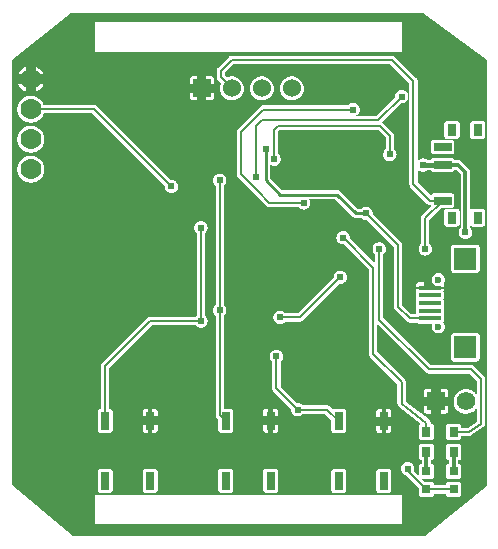
<source format=gtl>
G04 ---------------------------- Layer name :TOP LAYER*
G04 EasyEDA v5.8.19, Fri, 19 Oct 2018 05:21:59 GMT*
G04 8bfcd2fe48ed4f748b2211d8b79e97b7*
G04 Gerber Generator version 0.2*
G04 Scale: 100 percent, Rotated: No, Reflected: No *
G04 Dimensions in millimeters *
G04 leading zeros omitted , absolute positions ,3 integer and 3 decimal *
%FSLAX33Y33*%
%MOMM*%
G90*
G71D02*

%ADD11C,0.200000*%
%ADD12C,0.299999*%
%ADD13C,0.399999*%
%ADD14C,0.249999*%
%ADD15C,0.619760*%
%ADD16R,0.762000X1.524000*%
%ADD17R,1.899920X1.899920*%
%ADD18R,1.850009X0.398780*%
%ADD19R,0.800100X0.800100*%
%ADD20R,0.800100X1.000760*%
%ADD21R,1.501140X0.701040*%
%ADD22R,0.799998X0.899998*%
%ADD23C,0.599948*%
%ADD24R,1.574800X1.574800*%
%ADD25C,1.574800*%
%ADD26C,1.769999*%
%ADD27R,1.524000X1.524000*%
%ADD28C,1.524000*%

%LPD*%
G36*
G01X34999Y0D02*
G01X5199Y0D01*
G01X0Y4301D01*
G01X0Y40300D01*
G01X4999Y44299D01*
G01X34799Y44299D01*
G01X40199Y40299D01*
G01X40199Y4199D01*
G01X34999Y0D01*
G37*

%LPC*%
G36*
G01X7002Y43498D02*
G01X7002Y40998D01*
G01X31001Y40998D01*
G01X32999Y40999D01*
G01X32999Y43499D01*
G01X7002Y43498D01*
G37*
G36*
G01X34689Y3285D02*
G01X34699Y3285D01*
G01X35500Y3285D01*
G01X35510Y3285D01*
G01X35521Y3286D01*
G01X35531Y3287D01*
G01X35541Y3288D01*
G01X35552Y3290D01*
G01X35562Y3292D01*
G01X35572Y3295D01*
G01X35582Y3298D01*
G01X35592Y3302D01*
G01X35602Y3306D01*
G01X35611Y3310D01*
G01X35620Y3315D01*
G01X35630Y3320D01*
G01X35638Y3326D01*
G01X35647Y3332D01*
G01X35656Y3338D01*
G01X35664Y3345D01*
G01X35672Y3352D01*
G01X35679Y3359D01*
G01X35686Y3367D01*
G01X35693Y3375D01*
G01X35700Y3383D01*
G01X35706Y3391D01*
G01X35712Y3400D01*
G01X35718Y3409D01*
G01X35723Y3418D01*
G01X35728Y3427D01*
G01X35732Y3437D01*
G01X35736Y3446D01*
G01X35740Y3456D01*
G01X35743Y3466D01*
G01X35746Y3476D01*
G01X35748Y3487D01*
G01X35750Y3497D01*
G01X35752Y3507D01*
G01X35753Y3518D01*
G01X35753Y3528D01*
G01X35754Y3539D01*
G01X35754Y3584D01*
G01X36746Y3584D01*
G01X36746Y3539D01*
G01X36747Y3528D01*
G01X36747Y3518D01*
G01X36748Y3507D01*
G01X36750Y3497D01*
G01X36752Y3487D01*
G01X36754Y3476D01*
G01X36757Y3466D01*
G01X36760Y3456D01*
G01X36764Y3446D01*
G01X36768Y3437D01*
G01X36772Y3427D01*
G01X36777Y3418D01*
G01X36782Y3409D01*
G01X36788Y3400D01*
G01X36794Y3391D01*
G01X36800Y3383D01*
G01X36807Y3375D01*
G01X36814Y3367D01*
G01X36821Y3359D01*
G01X36828Y3352D01*
G01X36836Y3345D01*
G01X36844Y3338D01*
G01X36853Y3332D01*
G01X36862Y3326D01*
G01X36870Y3320D01*
G01X36880Y3315D01*
G01X36889Y3310D01*
G01X36898Y3306D01*
G01X36908Y3302D01*
G01X36918Y3298D01*
G01X36928Y3295D01*
G01X36938Y3292D01*
G01X36948Y3290D01*
G01X36959Y3288D01*
G01X36969Y3287D01*
G01X36979Y3286D01*
G01X36990Y3285D01*
G01X37000Y3285D01*
G01X37801Y3285D01*
G01X37811Y3285D01*
G01X37822Y3286D01*
G01X37832Y3287D01*
G01X37842Y3288D01*
G01X37853Y3290D01*
G01X37863Y3292D01*
G01X37873Y3295D01*
G01X37883Y3298D01*
G01X37893Y3302D01*
G01X37903Y3306D01*
G01X37912Y3310D01*
G01X37921Y3315D01*
G01X37931Y3320D01*
G01X37939Y3326D01*
G01X37948Y3332D01*
G01X37957Y3338D01*
G01X37965Y3345D01*
G01X37973Y3352D01*
G01X37980Y3359D01*
G01X37987Y3367D01*
G01X37994Y3375D01*
G01X38001Y3383D01*
G01X38007Y3391D01*
G01X38013Y3400D01*
G01X38019Y3409D01*
G01X38024Y3418D01*
G01X38029Y3427D01*
G01X38033Y3437D01*
G01X38037Y3446D01*
G01X38041Y3456D01*
G01X38044Y3466D01*
G01X38047Y3476D01*
G01X38049Y3487D01*
G01X38051Y3497D01*
G01X38053Y3507D01*
G01X38054Y3518D01*
G01X38054Y3528D01*
G01X38055Y3539D01*
G01X38055Y4339D01*
G01X38054Y4349D01*
G01X38054Y4360D01*
G01X38053Y4370D01*
G01X38051Y4381D01*
G01X38049Y4391D01*
G01X38047Y4401D01*
G01X38044Y4411D01*
G01X38041Y4421D01*
G01X38037Y4431D01*
G01X38033Y4441D01*
G01X38029Y4450D01*
G01X38024Y4460D01*
G01X38019Y4469D01*
G01X38013Y4478D01*
G01X38007Y4486D01*
G01X38001Y4495D01*
G01X37994Y4503D01*
G01X37987Y4511D01*
G01X37980Y4518D01*
G01X37973Y4526D01*
G01X37965Y4533D01*
G01X37957Y4539D01*
G01X37948Y4545D01*
G01X37939Y4551D01*
G01X37931Y4557D01*
G01X37921Y4562D01*
G01X37912Y4567D01*
G01X37903Y4571D01*
G01X37893Y4575D01*
G01X37883Y4579D01*
G01X37873Y4582D01*
G01X37863Y4585D01*
G01X37853Y4587D01*
G01X37842Y4589D01*
G01X37832Y4591D01*
G01X37822Y4592D01*
G01X37811Y4593D01*
G01X37801Y4593D01*
G01X37000Y4593D01*
G01X36990Y4593D01*
G01X36979Y4592D01*
G01X36969Y4591D01*
G01X36959Y4589D01*
G01X36948Y4587D01*
G01X36938Y4585D01*
G01X36928Y4582D01*
G01X36918Y4579D01*
G01X36908Y4575D01*
G01X36898Y4571D01*
G01X36889Y4567D01*
G01X36880Y4562D01*
G01X36870Y4557D01*
G01X36862Y4551D01*
G01X36853Y4545D01*
G01X36844Y4539D01*
G01X36836Y4533D01*
G01X36828Y4526D01*
G01X36821Y4518D01*
G01X36814Y4511D01*
G01X36807Y4503D01*
G01X36800Y4495D01*
G01X36794Y4486D01*
G01X36788Y4478D01*
G01X36782Y4469D01*
G01X36777Y4460D01*
G01X36772Y4450D01*
G01X36768Y4441D01*
G01X36764Y4431D01*
G01X36760Y4421D01*
G01X36757Y4411D01*
G01X36754Y4401D01*
G01X36752Y4391D01*
G01X36750Y4381D01*
G01X36748Y4370D01*
G01X36747Y4360D01*
G01X36747Y4349D01*
G01X36746Y4339D01*
G01X36746Y4292D01*
G01X35754Y4292D01*
G01X35754Y4339D01*
G01X35753Y4349D01*
G01X35753Y4360D01*
G01X35752Y4370D01*
G01X35750Y4381D01*
G01X35748Y4391D01*
G01X35746Y4401D01*
G01X35743Y4411D01*
G01X35740Y4421D01*
G01X35736Y4431D01*
G01X35732Y4441D01*
G01X35728Y4450D01*
G01X35723Y4460D01*
G01X35718Y4469D01*
G01X35712Y4478D01*
G01X35706Y4486D01*
G01X35700Y4495D01*
G01X35693Y4503D01*
G01X35686Y4511D01*
G01X35679Y4518D01*
G01X35672Y4526D01*
G01X35664Y4533D01*
G01X35656Y4539D01*
G01X35647Y4545D01*
G01X35638Y4551D01*
G01X35630Y4557D01*
G01X35620Y4562D01*
G01X35611Y4567D01*
G01X35602Y4571D01*
G01X35592Y4575D01*
G01X35582Y4579D01*
G01X35572Y4582D01*
G01X35562Y4585D01*
G01X35552Y4587D01*
G01X35541Y4589D01*
G01X35531Y4591D01*
G01X35521Y4592D01*
G01X35510Y4593D01*
G01X35500Y4593D01*
G01X34945Y4593D01*
G01X34729Y4809D01*
G01X35500Y4809D01*
G01X35510Y4809D01*
G01X35521Y4810D01*
G01X35531Y4811D01*
G01X35541Y4812D01*
G01X35552Y4814D01*
G01X35562Y4816D01*
G01X35572Y4819D01*
G01X35582Y4822D01*
G01X35592Y4826D01*
G01X35602Y4830D01*
G01X35611Y4834D01*
G01X35620Y4839D01*
G01X35630Y4844D01*
G01X35638Y4850D01*
G01X35647Y4856D01*
G01X35656Y4862D01*
G01X35664Y4869D01*
G01X35672Y4876D01*
G01X35679Y4883D01*
G01X35686Y4891D01*
G01X35693Y4899D01*
G01X35700Y4907D01*
G01X35706Y4915D01*
G01X35712Y4924D01*
G01X35718Y4933D01*
G01X35723Y4942D01*
G01X35728Y4951D01*
G01X35732Y4961D01*
G01X35736Y4970D01*
G01X35740Y4980D01*
G01X35743Y4990D01*
G01X35746Y5000D01*
G01X35748Y5011D01*
G01X35750Y5021D01*
G01X35752Y5031D01*
G01X35753Y5042D01*
G01X35753Y5052D01*
G01X35754Y5063D01*
G01X35754Y5863D01*
G01X35753Y5873D01*
G01X35753Y5884D01*
G01X35752Y5894D01*
G01X35750Y5905D01*
G01X35748Y5915D01*
G01X35746Y5925D01*
G01X35743Y5935D01*
G01X35740Y5945D01*
G01X35736Y5955D01*
G01X35732Y5965D01*
G01X35728Y5974D01*
G01X35723Y5984D01*
G01X35718Y5993D01*
G01X35712Y6002D01*
G01X35706Y6010D01*
G01X35700Y6019D01*
G01X35693Y6027D01*
G01X35686Y6035D01*
G01X35679Y6042D01*
G01X35672Y6050D01*
G01X35664Y6057D01*
G01X35656Y6063D01*
G01X35647Y6069D01*
G01X35638Y6075D01*
G01X35630Y6081D01*
G01X35620Y6086D01*
G01X35611Y6091D01*
G01X35602Y6095D01*
G01X35592Y6099D01*
G01X35582Y6103D01*
G01X35572Y6106D01*
G01X35562Y6109D01*
G01X35552Y6111D01*
G01X35541Y6113D01*
G01X35531Y6115D01*
G01X35521Y6116D01*
G01X35510Y6117D01*
G01X35506Y6117D01*
G01X35506Y6394D01*
G01X35512Y6394D01*
G01X35522Y6395D01*
G01X35533Y6396D01*
G01X35543Y6398D01*
G01X35554Y6400D01*
G01X35564Y6402D01*
G01X35574Y6405D01*
G01X35584Y6408D01*
G01X35594Y6411D01*
G01X35604Y6415D01*
G01X35613Y6420D01*
G01X35622Y6425D01*
G01X35632Y6430D01*
G01X35640Y6435D01*
G01X35649Y6441D01*
G01X35658Y6448D01*
G01X35666Y6454D01*
G01X35674Y6461D01*
G01X35681Y6468D01*
G01X35688Y6476D01*
G01X35695Y6484D01*
G01X35702Y6492D01*
G01X35708Y6501D01*
G01X35714Y6509D01*
G01X35720Y6518D01*
G01X35725Y6527D01*
G01X35730Y6537D01*
G01X35734Y6546D01*
G01X35738Y6556D01*
G01X35742Y6566D01*
G01X35745Y6576D01*
G01X35748Y6586D01*
G01X35750Y6596D01*
G01X35752Y6606D01*
G01X35754Y6617D01*
G01X35755Y6627D01*
G01X35755Y6638D01*
G01X35756Y6648D01*
G01X35756Y7548D01*
G01X35755Y7559D01*
G01X35755Y7569D01*
G01X35754Y7579D01*
G01X35752Y7590D01*
G01X35750Y7600D01*
G01X35748Y7610D01*
G01X35745Y7620D01*
G01X35742Y7630D01*
G01X35738Y7640D01*
G01X35734Y7650D01*
G01X35730Y7660D01*
G01X35725Y7669D01*
G01X35720Y7678D01*
G01X35714Y7687D01*
G01X35708Y7696D01*
G01X35702Y7704D01*
G01X35695Y7712D01*
G01X35688Y7720D01*
G01X35681Y7728D01*
G01X35674Y7735D01*
G01X35666Y7742D01*
G01X35658Y7748D01*
G01X35649Y7755D01*
G01X35640Y7761D01*
G01X35632Y7766D01*
G01X35622Y7771D01*
G01X35613Y7776D01*
G01X35604Y7781D01*
G01X35594Y7785D01*
G01X35584Y7788D01*
G01X35574Y7791D01*
G01X35564Y7794D01*
G01X35554Y7797D01*
G01X35543Y7799D01*
G01X35533Y7800D01*
G01X35522Y7801D01*
G01X35512Y7802D01*
G01X35502Y7802D01*
G01X34701Y7802D01*
G01X34691Y7802D01*
G01X34680Y7801D01*
G01X34670Y7800D01*
G01X34660Y7799D01*
G01X34649Y7797D01*
G01X34639Y7794D01*
G01X34629Y7791D01*
G01X34619Y7788D01*
G01X34609Y7785D01*
G01X34599Y7781D01*
G01X34590Y7776D01*
G01X34581Y7771D01*
G01X34571Y7766D01*
G01X34562Y7761D01*
G01X34554Y7755D01*
G01X34545Y7748D01*
G01X34537Y7742D01*
G01X34529Y7735D01*
G01X34522Y7728D01*
G01X34515Y7720D01*
G01X34508Y7712D01*
G01X34501Y7704D01*
G01X34495Y7696D01*
G01X34489Y7687D01*
G01X34483Y7678D01*
G01X34478Y7669D01*
G01X34473Y7660D01*
G01X34469Y7650D01*
G01X34465Y7640D01*
G01X34461Y7630D01*
G01X34458Y7620D01*
G01X34455Y7610D01*
G01X34453Y7600D01*
G01X34451Y7590D01*
G01X34449Y7579D01*
G01X34448Y7569D01*
G01X34448Y7559D01*
G01X34447Y7548D01*
G01X34447Y6648D01*
G01X34448Y6638D01*
G01X34448Y6627D01*
G01X34449Y6617D01*
G01X34451Y6606D01*
G01X34453Y6596D01*
G01X34455Y6586D01*
G01X34458Y6576D01*
G01X34461Y6566D01*
G01X34465Y6556D01*
G01X34469Y6546D01*
G01X34473Y6537D01*
G01X34478Y6527D01*
G01X34483Y6518D01*
G01X34489Y6509D01*
G01X34495Y6501D01*
G01X34501Y6492D01*
G01X34508Y6484D01*
G01X34515Y6476D01*
G01X34522Y6468D01*
G01X34529Y6461D01*
G01X34537Y6454D01*
G01X34545Y6448D01*
G01X34554Y6441D01*
G01X34562Y6435D01*
G01X34571Y6430D01*
G01X34581Y6425D01*
G01X34590Y6420D01*
G01X34599Y6415D01*
G01X34609Y6411D01*
G01X34619Y6408D01*
G01X34629Y6405D01*
G01X34639Y6402D01*
G01X34649Y6400D01*
G01X34660Y6398D01*
G01X34670Y6396D01*
G01X34680Y6395D01*
G01X34691Y6394D01*
G01X34698Y6394D01*
G01X34698Y6117D01*
G01X34689Y6117D01*
G01X34679Y6116D01*
G01X34668Y6115D01*
G01X34658Y6113D01*
G01X34647Y6111D01*
G01X34637Y6109D01*
G01X34627Y6106D01*
G01X34617Y6103D01*
G01X34607Y6099D01*
G01X34597Y6095D01*
G01X34588Y6091D01*
G01X34579Y6086D01*
G01X34569Y6081D01*
G01X34561Y6075D01*
G01X34552Y6069D01*
G01X34543Y6063D01*
G01X34535Y6057D01*
G01X34527Y6050D01*
G01X34520Y6042D01*
G01X34513Y6035D01*
G01X34506Y6027D01*
G01X34499Y6019D01*
G01X34493Y6010D01*
G01X34487Y6002D01*
G01X34481Y5993D01*
G01X34476Y5984D01*
G01X34471Y5974D01*
G01X34467Y5965D01*
G01X34463Y5955D01*
G01X34459Y5945D01*
G01X34456Y5935D01*
G01X34453Y5925D01*
G01X34451Y5915D01*
G01X34449Y5905D01*
G01X34447Y5894D01*
G01X34446Y5884D01*
G01X34446Y5873D01*
G01X34445Y5863D01*
G01X34445Y5092D01*
G01X34031Y5506D01*
G01X34041Y5533D01*
G01X34055Y5587D01*
G01X34063Y5643D01*
G01X34066Y5700D01*
G01X34063Y5756D01*
G01X34055Y5812D01*
G01X34041Y5866D01*
G01X34022Y5920D01*
G01X33997Y5970D01*
G01X33968Y6019D01*
G01X33933Y6064D01*
G01X33895Y6105D01*
G01X33853Y6142D01*
G01X33807Y6175D01*
G01X33758Y6204D01*
G01X33706Y6227D01*
G01X33653Y6245D01*
G01X33598Y6257D01*
G01X33542Y6264D01*
G01X33485Y6266D01*
G01X33429Y6262D01*
G01X33374Y6252D01*
G01X33319Y6236D01*
G01X33267Y6216D01*
G01X33216Y6190D01*
G01X33169Y6159D01*
G01X33125Y6124D01*
G01X33084Y6085D01*
G01X33048Y6042D01*
G01X33016Y5995D01*
G01X32989Y5945D01*
G01X32967Y5893D01*
G01X32951Y5839D01*
G01X32939Y5784D01*
G01X32934Y5728D01*
G01X32934Y5671D01*
G01X32939Y5615D01*
G01X32951Y5560D01*
G01X32967Y5506D01*
G01X32989Y5454D01*
G01X33016Y5404D01*
G01X33048Y5358D01*
G01X33084Y5314D01*
G01X33125Y5275D01*
G01X33169Y5240D01*
G01X33216Y5209D01*
G01X33267Y5183D01*
G01X33319Y5163D01*
G01X33374Y5147D01*
G01X33392Y5144D01*
G01X34445Y4091D01*
G01X34445Y3539D01*
G01X34446Y3528D01*
G01X34446Y3518D01*
G01X34447Y3507D01*
G01X34449Y3497D01*
G01X34451Y3487D01*
G01X34453Y3476D01*
G01X34456Y3466D01*
G01X34459Y3456D01*
G01X34463Y3446D01*
G01X34467Y3437D01*
G01X34471Y3427D01*
G01X34476Y3418D01*
G01X34481Y3409D01*
G01X34487Y3400D01*
G01X34493Y3391D01*
G01X34499Y3383D01*
G01X34506Y3375D01*
G01X34513Y3367D01*
G01X34520Y3359D01*
G01X34527Y3352D01*
G01X34535Y3345D01*
G01X34543Y3338D01*
G01X34552Y3332D01*
G01X34561Y3326D01*
G01X34569Y3320D01*
G01X34579Y3315D01*
G01X34588Y3310D01*
G01X34597Y3306D01*
G01X34607Y3302D01*
G01X34617Y3298D01*
G01X34627Y3295D01*
G01X34637Y3292D01*
G01X34647Y3290D01*
G01X34658Y3288D01*
G01X34668Y3287D01*
G01X34679Y3286D01*
G01X34689Y3285D01*
G37*
G36*
G01X571Y39175D02*
G01X549Y39122D01*
G01X1157Y39122D01*
G01X1157Y39731D01*
G01X1130Y39720D01*
G01X1029Y39668D01*
G01X933Y39606D01*
G01X844Y39535D01*
G01X763Y39456D01*
G01X689Y39369D01*
G01X625Y39275D01*
G01X571Y39175D01*
G37*
G36*
G01X27284Y3618D02*
G01X27294Y3618D01*
G01X28056Y3618D01*
G01X28067Y3618D01*
G01X28077Y3618D01*
G01X28088Y3619D01*
G01X28098Y3621D01*
G01X28108Y3623D01*
G01X28119Y3625D01*
G01X28129Y3628D01*
G01X28139Y3631D01*
G01X28149Y3635D01*
G01X28158Y3639D01*
G01X28168Y3643D01*
G01X28177Y3648D01*
G01X28186Y3653D01*
G01X28195Y3659D01*
G01X28204Y3665D01*
G01X28212Y3671D01*
G01X28221Y3678D01*
G01X28228Y3685D01*
G01X28236Y3692D01*
G01X28243Y3699D01*
G01X28250Y3707D01*
G01X28257Y3715D01*
G01X28263Y3724D01*
G01X28269Y3733D01*
G01X28275Y3741D01*
G01X28280Y3751D01*
G01X28285Y3760D01*
G01X28289Y3769D01*
G01X28293Y3779D01*
G01X28297Y3789D01*
G01X28300Y3799D01*
G01X28303Y3809D01*
G01X28305Y3819D01*
G01X28307Y3830D01*
G01X28308Y3840D01*
G01X28309Y3851D01*
G01X28310Y3861D01*
G01X28310Y3872D01*
G01X28310Y5396D01*
G01X28310Y5406D01*
G01X28309Y5416D01*
G01X28308Y5427D01*
G01X28307Y5437D01*
G01X28305Y5448D01*
G01X28303Y5458D01*
G01X28300Y5468D01*
G01X28297Y5478D01*
G01X28293Y5488D01*
G01X28289Y5498D01*
G01X28285Y5507D01*
G01X28280Y5516D01*
G01X28275Y5526D01*
G01X28269Y5534D01*
G01X28263Y5543D01*
G01X28257Y5552D01*
G01X28250Y5560D01*
G01X28243Y5568D01*
G01X28236Y5575D01*
G01X28228Y5582D01*
G01X28221Y5589D01*
G01X28212Y5596D01*
G01X28204Y5602D01*
G01X28195Y5608D01*
G01X28186Y5614D01*
G01X28177Y5619D01*
G01X28168Y5624D01*
G01X28158Y5628D01*
G01X28149Y5632D01*
G01X28139Y5636D01*
G01X28129Y5639D01*
G01X28119Y5642D01*
G01X28108Y5644D01*
G01X28098Y5646D01*
G01X28088Y5648D01*
G01X28077Y5649D01*
G01X28067Y5649D01*
G01X28056Y5650D01*
G01X27294Y5650D01*
G01X27284Y5649D01*
G01X27273Y5649D01*
G01X27263Y5648D01*
G01X27253Y5646D01*
G01X27242Y5644D01*
G01X27232Y5642D01*
G01X27222Y5639D01*
G01X27212Y5636D01*
G01X27202Y5632D01*
G01X27192Y5628D01*
G01X27183Y5624D01*
G01X27173Y5619D01*
G01X27164Y5614D01*
G01X27155Y5608D01*
G01X27147Y5602D01*
G01X27138Y5596D01*
G01X27130Y5589D01*
G01X27122Y5582D01*
G01X27115Y5575D01*
G01X27107Y5568D01*
G01X27101Y5560D01*
G01X27094Y5552D01*
G01X27088Y5543D01*
G01X27082Y5534D01*
G01X27076Y5526D01*
G01X27071Y5516D01*
G01X27066Y5507D01*
G01X27062Y5498D01*
G01X27058Y5488D01*
G01X27054Y5478D01*
G01X27051Y5468D01*
G01X27048Y5458D01*
G01X27046Y5448D01*
G01X27044Y5437D01*
G01X27042Y5427D01*
G01X27041Y5416D01*
G01X27041Y5406D01*
G01X27040Y5396D01*
G01X27040Y3872D01*
G01X27041Y3861D01*
G01X27041Y3851D01*
G01X27042Y3840D01*
G01X27044Y3830D01*
G01X27046Y3819D01*
G01X27048Y3809D01*
G01X27051Y3799D01*
G01X27054Y3789D01*
G01X27058Y3779D01*
G01X27062Y3769D01*
G01X27066Y3760D01*
G01X27071Y3751D01*
G01X27076Y3741D01*
G01X27082Y3733D01*
G01X27088Y3724D01*
G01X27094Y3715D01*
G01X27101Y3707D01*
G01X27107Y3699D01*
G01X27115Y3692D01*
G01X27122Y3685D01*
G01X27130Y3678D01*
G01X27138Y3671D01*
G01X27147Y3665D01*
G01X27155Y3659D01*
G01X27164Y3653D01*
G01X27173Y3648D01*
G01X27183Y3643D01*
G01X27192Y3639D01*
G01X27202Y3635D01*
G01X27212Y3631D01*
G01X27222Y3628D01*
G01X27232Y3625D01*
G01X27242Y3623D01*
G01X27253Y3621D01*
G01X27263Y3619D01*
G01X27273Y3618D01*
G01X27284Y3618D01*
G37*
G36*
G01X31094Y3618D02*
G01X31104Y3618D01*
G01X31866Y3618D01*
G01X31877Y3618D01*
G01X31887Y3618D01*
G01X31898Y3619D01*
G01X31908Y3621D01*
G01X31918Y3623D01*
G01X31929Y3625D01*
G01X31939Y3628D01*
G01X31949Y3631D01*
G01X31959Y3635D01*
G01X31968Y3639D01*
G01X31978Y3643D01*
G01X31987Y3648D01*
G01X31996Y3653D01*
G01X32005Y3659D01*
G01X32014Y3665D01*
G01X32022Y3671D01*
G01X32031Y3678D01*
G01X32038Y3685D01*
G01X32046Y3692D01*
G01X32053Y3699D01*
G01X32060Y3707D01*
G01X32067Y3715D01*
G01X32073Y3724D01*
G01X32079Y3733D01*
G01X32085Y3741D01*
G01X32090Y3751D01*
G01X32095Y3760D01*
G01X32099Y3769D01*
G01X32103Y3779D01*
G01X32107Y3789D01*
G01X32110Y3799D01*
G01X32113Y3809D01*
G01X32115Y3819D01*
G01X32117Y3830D01*
G01X32118Y3840D01*
G01X32119Y3851D01*
G01X32120Y3861D01*
G01X32120Y3872D01*
G01X32120Y5396D01*
G01X32120Y5406D01*
G01X32119Y5416D01*
G01X32118Y5427D01*
G01X32117Y5437D01*
G01X32115Y5448D01*
G01X32113Y5458D01*
G01X32110Y5468D01*
G01X32107Y5478D01*
G01X32103Y5488D01*
G01X32099Y5498D01*
G01X32095Y5507D01*
G01X32090Y5516D01*
G01X32085Y5526D01*
G01X32079Y5534D01*
G01X32073Y5543D01*
G01X32067Y5552D01*
G01X32060Y5560D01*
G01X32053Y5568D01*
G01X32046Y5575D01*
G01X32038Y5582D01*
G01X32031Y5589D01*
G01X32022Y5596D01*
G01X32014Y5602D01*
G01X32005Y5608D01*
G01X31996Y5614D01*
G01X31987Y5619D01*
G01X31978Y5624D01*
G01X31968Y5628D01*
G01X31959Y5632D01*
G01X31949Y5636D01*
G01X31939Y5639D01*
G01X31929Y5642D01*
G01X31918Y5644D01*
G01X31908Y5646D01*
G01X31898Y5648D01*
G01X31887Y5649D01*
G01X31877Y5649D01*
G01X31866Y5650D01*
G01X31104Y5650D01*
G01X31094Y5649D01*
G01X31083Y5649D01*
G01X31073Y5648D01*
G01X31063Y5646D01*
G01X31052Y5644D01*
G01X31042Y5642D01*
G01X31032Y5639D01*
G01X31022Y5636D01*
G01X31012Y5632D01*
G01X31002Y5628D01*
G01X30993Y5624D01*
G01X30983Y5619D01*
G01X30974Y5614D01*
G01X30965Y5608D01*
G01X30957Y5602D01*
G01X30948Y5596D01*
G01X30940Y5589D01*
G01X30932Y5582D01*
G01X30925Y5575D01*
G01X30917Y5568D01*
G01X30911Y5560D01*
G01X30904Y5552D01*
G01X30898Y5543D01*
G01X30892Y5534D01*
G01X30886Y5526D01*
G01X30881Y5516D01*
G01X30876Y5507D01*
G01X30872Y5498D01*
G01X30868Y5488D01*
G01X30864Y5478D01*
G01X30861Y5468D01*
G01X30858Y5458D01*
G01X30856Y5448D01*
G01X30854Y5437D01*
G01X30852Y5427D01*
G01X30851Y5416D01*
G01X30851Y5406D01*
G01X30850Y5396D01*
G01X30850Y3872D01*
G01X30851Y3861D01*
G01X30851Y3851D01*
G01X30852Y3840D01*
G01X30854Y3830D01*
G01X30856Y3819D01*
G01X30858Y3809D01*
G01X30861Y3799D01*
G01X30864Y3789D01*
G01X30868Y3779D01*
G01X30872Y3769D01*
G01X30876Y3760D01*
G01X30881Y3751D01*
G01X30886Y3741D01*
G01X30892Y3733D01*
G01X30898Y3724D01*
G01X30904Y3715D01*
G01X30911Y3707D01*
G01X30917Y3699D01*
G01X30925Y3692D01*
G01X30932Y3685D01*
G01X30940Y3678D01*
G01X30948Y3671D01*
G01X30957Y3665D01*
G01X30965Y3659D01*
G01X30974Y3653D01*
G01X30983Y3648D01*
G01X30993Y3643D01*
G01X31002Y3639D01*
G01X31012Y3635D01*
G01X31022Y3631D01*
G01X31032Y3628D01*
G01X31042Y3625D01*
G01X31052Y3623D01*
G01X31063Y3621D01*
G01X31073Y3619D01*
G01X31083Y3618D01*
G01X31094Y3618D01*
G37*
G36*
G01X17706Y3643D02*
G01X17716Y3643D01*
G01X18478Y3643D01*
G01X18488Y3643D01*
G01X18499Y3644D01*
G01X18509Y3645D01*
G01X18520Y3646D01*
G01X18530Y3648D01*
G01X18540Y3651D01*
G01X18550Y3653D01*
G01X18560Y3657D01*
G01X18570Y3660D01*
G01X18580Y3664D01*
G01X18590Y3669D01*
G01X18599Y3674D01*
G01X18608Y3679D01*
G01X18617Y3684D01*
G01X18626Y3690D01*
G01X18634Y3696D01*
G01X18642Y3703D01*
G01X18650Y3710D01*
G01X18658Y3717D01*
G01X18665Y3725D01*
G01X18672Y3733D01*
G01X18678Y3741D01*
G01X18685Y3749D01*
G01X18691Y3758D01*
G01X18696Y3767D01*
G01X18701Y3776D01*
G01X18706Y3785D01*
G01X18711Y3795D01*
G01X18715Y3805D01*
G01X18718Y3814D01*
G01X18721Y3824D01*
G01X18724Y3835D01*
G01X18727Y3845D01*
G01X18729Y3855D01*
G01X18730Y3865D01*
G01X18731Y3876D01*
G01X18732Y3886D01*
G01X18732Y3897D01*
G01X18732Y5421D01*
G01X18732Y5431D01*
G01X18731Y5442D01*
G01X18730Y5452D01*
G01X18729Y5463D01*
G01X18727Y5473D01*
G01X18724Y5483D01*
G01X18721Y5493D01*
G01X18718Y5503D01*
G01X18715Y5513D01*
G01X18711Y5523D01*
G01X18706Y5532D01*
G01X18701Y5542D01*
G01X18696Y5551D01*
G01X18691Y5560D01*
G01X18685Y5569D01*
G01X18678Y5577D01*
G01X18672Y5585D01*
G01X18665Y5593D01*
G01X18658Y5601D01*
G01X18650Y5608D01*
G01X18642Y5615D01*
G01X18634Y5621D01*
G01X18626Y5628D01*
G01X18617Y5634D01*
G01X18608Y5639D01*
G01X18599Y5644D01*
G01X18590Y5649D01*
G01X18580Y5654D01*
G01X18570Y5658D01*
G01X18560Y5661D01*
G01X18550Y5664D01*
G01X18540Y5667D01*
G01X18530Y5669D01*
G01X18520Y5671D01*
G01X18509Y5673D01*
G01X18499Y5674D01*
G01X18488Y5675D01*
G01X18478Y5675D01*
G01X17716Y5675D01*
G01X17706Y5675D01*
G01X17695Y5674D01*
G01X17685Y5673D01*
G01X17674Y5671D01*
G01X17664Y5669D01*
G01X17654Y5667D01*
G01X17644Y5664D01*
G01X17634Y5661D01*
G01X17624Y5658D01*
G01X17614Y5654D01*
G01X17604Y5649D01*
G01X17595Y5644D01*
G01X17586Y5639D01*
G01X17577Y5634D01*
G01X17568Y5628D01*
G01X17560Y5621D01*
G01X17552Y5615D01*
G01X17544Y5608D01*
G01X17536Y5601D01*
G01X17529Y5593D01*
G01X17522Y5585D01*
G01X17516Y5577D01*
G01X17509Y5569D01*
G01X17503Y5560D01*
G01X17498Y5551D01*
G01X17493Y5542D01*
G01X17488Y5532D01*
G01X17483Y5523D01*
G01X17479Y5513D01*
G01X17476Y5503D01*
G01X17473Y5493D01*
G01X17470Y5483D01*
G01X17467Y5473D01*
G01X17465Y5463D01*
G01X17464Y5452D01*
G01X17463Y5442D01*
G01X17462Y5431D01*
G01X17462Y5421D01*
G01X17462Y3897D01*
G01X17462Y3886D01*
G01X17463Y3876D01*
G01X17464Y3865D01*
G01X17465Y3855D01*
G01X17467Y3845D01*
G01X17470Y3835D01*
G01X17473Y3824D01*
G01X17476Y3814D01*
G01X17479Y3805D01*
G01X17483Y3795D01*
G01X17488Y3785D01*
G01X17493Y3776D01*
G01X17498Y3767D01*
G01X17503Y3758D01*
G01X17509Y3749D01*
G01X17516Y3741D01*
G01X17522Y3733D01*
G01X17529Y3725D01*
G01X17536Y3717D01*
G01X17544Y3710D01*
G01X17552Y3703D01*
G01X17560Y3696D01*
G01X17568Y3690D01*
G01X17577Y3684D01*
G01X17586Y3679D01*
G01X17595Y3674D01*
G01X17604Y3669D01*
G01X17614Y3664D01*
G01X17624Y3660D01*
G01X17634Y3657D01*
G01X17644Y3653D01*
G01X17654Y3651D01*
G01X17664Y3648D01*
G01X17674Y3646D01*
G01X17685Y3645D01*
G01X17695Y3644D01*
G01X17706Y3643D01*
G37*
G36*
G01X21516Y3643D02*
G01X21526Y3643D01*
G01X22288Y3643D01*
G01X22298Y3643D01*
G01X22309Y3644D01*
G01X22319Y3645D01*
G01X22330Y3646D01*
G01X22340Y3648D01*
G01X22350Y3651D01*
G01X22360Y3653D01*
G01X22370Y3657D01*
G01X22380Y3660D01*
G01X22390Y3664D01*
G01X22400Y3669D01*
G01X22409Y3674D01*
G01X22418Y3679D01*
G01X22427Y3684D01*
G01X22436Y3690D01*
G01X22444Y3696D01*
G01X22452Y3703D01*
G01X22460Y3710D01*
G01X22468Y3717D01*
G01X22475Y3725D01*
G01X22482Y3733D01*
G01X22488Y3741D01*
G01X22495Y3749D01*
G01X22501Y3758D01*
G01X22506Y3767D01*
G01X22511Y3776D01*
G01X22516Y3785D01*
G01X22521Y3795D01*
G01X22525Y3805D01*
G01X22528Y3814D01*
G01X22531Y3824D01*
G01X22534Y3835D01*
G01X22537Y3845D01*
G01X22539Y3855D01*
G01X22540Y3865D01*
G01X22541Y3876D01*
G01X22542Y3886D01*
G01X22542Y3897D01*
G01X22542Y5421D01*
G01X22542Y5431D01*
G01X22541Y5442D01*
G01X22540Y5452D01*
G01X22539Y5463D01*
G01X22537Y5473D01*
G01X22534Y5483D01*
G01X22531Y5493D01*
G01X22528Y5503D01*
G01X22525Y5513D01*
G01X22521Y5523D01*
G01X22516Y5532D01*
G01X22511Y5542D01*
G01X22506Y5551D01*
G01X22501Y5560D01*
G01X22495Y5569D01*
G01X22488Y5577D01*
G01X22482Y5585D01*
G01X22475Y5593D01*
G01X22468Y5601D01*
G01X22460Y5608D01*
G01X22452Y5615D01*
G01X22444Y5621D01*
G01X22436Y5628D01*
G01X22427Y5634D01*
G01X22418Y5639D01*
G01X22409Y5644D01*
G01X22400Y5649D01*
G01X22390Y5654D01*
G01X22380Y5658D01*
G01X22370Y5661D01*
G01X22360Y5664D01*
G01X22350Y5667D01*
G01X22340Y5669D01*
G01X22330Y5671D01*
G01X22319Y5673D01*
G01X22309Y5674D01*
G01X22298Y5675D01*
G01X22288Y5675D01*
G01X21526Y5675D01*
G01X21516Y5675D01*
G01X21505Y5674D01*
G01X21495Y5673D01*
G01X21484Y5671D01*
G01X21474Y5669D01*
G01X21464Y5667D01*
G01X21454Y5664D01*
G01X21444Y5661D01*
G01X21434Y5658D01*
G01X21424Y5654D01*
G01X21414Y5649D01*
G01X21405Y5644D01*
G01X21396Y5639D01*
G01X21387Y5634D01*
G01X21378Y5628D01*
G01X21370Y5621D01*
G01X21362Y5615D01*
G01X21354Y5608D01*
G01X21346Y5601D01*
G01X21339Y5593D01*
G01X21332Y5585D01*
G01X21326Y5577D01*
G01X21319Y5569D01*
G01X21313Y5560D01*
G01X21308Y5551D01*
G01X21303Y5542D01*
G01X21298Y5532D01*
G01X21293Y5523D01*
G01X21289Y5513D01*
G01X21286Y5503D01*
G01X21283Y5493D01*
G01X21280Y5483D01*
G01X21277Y5473D01*
G01X21275Y5463D01*
G01X21274Y5452D01*
G01X21273Y5442D01*
G01X21272Y5431D01*
G01X21272Y5421D01*
G01X21272Y3897D01*
G01X21272Y3886D01*
G01X21273Y3876D01*
G01X21274Y3865D01*
G01X21275Y3855D01*
G01X21277Y3845D01*
G01X21280Y3835D01*
G01X21283Y3824D01*
G01X21286Y3814D01*
G01X21289Y3805D01*
G01X21293Y3795D01*
G01X21298Y3785D01*
G01X21303Y3776D01*
G01X21308Y3767D01*
G01X21313Y3758D01*
G01X21319Y3749D01*
G01X21326Y3741D01*
G01X21332Y3733D01*
G01X21339Y3725D01*
G01X21346Y3717D01*
G01X21354Y3710D01*
G01X21362Y3703D01*
G01X21370Y3696D01*
G01X21378Y3690D01*
G01X21387Y3684D01*
G01X21396Y3679D01*
G01X21405Y3674D01*
G01X21414Y3669D01*
G01X21424Y3664D01*
G01X21434Y3660D01*
G01X21444Y3657D01*
G01X21454Y3653D01*
G01X21464Y3651D01*
G01X21474Y3648D01*
G01X21484Y3646D01*
G01X21495Y3645D01*
G01X21505Y3644D01*
G01X21516Y3643D01*
G37*
G36*
G01X7503Y3644D02*
G01X7513Y3643D01*
G01X8275Y3643D01*
G01X8286Y3644D01*
G01X8296Y3644D01*
G01X8307Y3645D01*
G01X8317Y3647D01*
G01X8328Y3649D01*
G01X8338Y3651D01*
G01X8348Y3654D01*
G01X8358Y3657D01*
G01X8368Y3661D01*
G01X8378Y3665D01*
G01X8387Y3669D01*
G01X8396Y3674D01*
G01X8406Y3679D01*
G01X8414Y3685D01*
G01X8423Y3691D01*
G01X8431Y3697D01*
G01X8440Y3704D01*
G01X8448Y3711D01*
G01X8455Y3718D01*
G01X8462Y3725D01*
G01X8469Y3733D01*
G01X8476Y3741D01*
G01X8482Y3750D01*
G01X8488Y3759D01*
G01X8494Y3767D01*
G01X8499Y3777D01*
G01X8504Y3786D01*
G01X8508Y3795D01*
G01X8512Y3805D01*
G01X8516Y3815D01*
G01X8519Y3825D01*
G01X8522Y3835D01*
G01X8524Y3845D01*
G01X8526Y3856D01*
G01X8528Y3866D01*
G01X8529Y3877D01*
G01X8529Y3887D01*
G01X8529Y3897D01*
G01X8529Y5421D01*
G01X8529Y5432D01*
G01X8529Y5442D01*
G01X8528Y5453D01*
G01X8526Y5463D01*
G01X8524Y5474D01*
G01X8522Y5484D01*
G01X8519Y5494D01*
G01X8516Y5504D01*
G01X8512Y5514D01*
G01X8508Y5524D01*
G01X8504Y5533D01*
G01X8499Y5542D01*
G01X8494Y5552D01*
G01X8488Y5560D01*
G01X8482Y5569D01*
G01X8476Y5577D01*
G01X8469Y5586D01*
G01X8462Y5594D01*
G01X8455Y5601D01*
G01X8448Y5608D01*
G01X8440Y5615D01*
G01X8431Y5622D01*
G01X8423Y5628D01*
G01X8414Y5634D01*
G01X8406Y5640D01*
G01X8396Y5645D01*
G01X8387Y5650D01*
G01X8378Y5654D01*
G01X8368Y5658D01*
G01X8358Y5662D01*
G01X8348Y5665D01*
G01X8338Y5668D01*
G01X8328Y5670D01*
G01X8317Y5672D01*
G01X8307Y5674D01*
G01X8296Y5675D01*
G01X8286Y5675D01*
G01X8275Y5675D01*
G01X7513Y5675D01*
G01X7503Y5675D01*
G01X7493Y5675D01*
G01X7482Y5674D01*
G01X7472Y5672D01*
G01X7461Y5670D01*
G01X7451Y5668D01*
G01X7441Y5665D01*
G01X7431Y5662D01*
G01X7421Y5658D01*
G01X7411Y5654D01*
G01X7402Y5650D01*
G01X7393Y5645D01*
G01X7383Y5640D01*
G01X7375Y5634D01*
G01X7366Y5628D01*
G01X7357Y5622D01*
G01X7349Y5615D01*
G01X7341Y5608D01*
G01X7334Y5601D01*
G01X7327Y5594D01*
G01X7320Y5586D01*
G01X7313Y5577D01*
G01X7307Y5569D01*
G01X7301Y5560D01*
G01X7295Y5552D01*
G01X7290Y5542D01*
G01X7285Y5533D01*
G01X7281Y5524D01*
G01X7277Y5514D01*
G01X7273Y5504D01*
G01X7270Y5494D01*
G01X7267Y5484D01*
G01X7265Y5474D01*
G01X7263Y5463D01*
G01X7261Y5453D01*
G01X7260Y5442D01*
G01X7260Y5432D01*
G01X7259Y5421D01*
G01X7259Y3897D01*
G01X7260Y3887D01*
G01X7260Y3877D01*
G01X7261Y3866D01*
G01X7263Y3856D01*
G01X7265Y3845D01*
G01X7267Y3835D01*
G01X7270Y3825D01*
G01X7273Y3815D01*
G01X7277Y3805D01*
G01X7281Y3795D01*
G01X7285Y3786D01*
G01X7290Y3777D01*
G01X7295Y3767D01*
G01X7301Y3759D01*
G01X7307Y3750D01*
G01X7313Y3741D01*
G01X7320Y3733D01*
G01X7327Y3725D01*
G01X7334Y3718D01*
G01X7341Y3711D01*
G01X7349Y3704D01*
G01X7357Y3697D01*
G01X7366Y3691D01*
G01X7375Y3685D01*
G01X7383Y3679D01*
G01X7393Y3674D01*
G01X7402Y3669D01*
G01X7411Y3665D01*
G01X7421Y3661D01*
G01X7431Y3657D01*
G01X7441Y3654D01*
G01X7451Y3651D01*
G01X7461Y3649D01*
G01X7472Y3647D01*
G01X7482Y3645D01*
G01X7493Y3644D01*
G01X7503Y3644D01*
G37*
G36*
G01X11313Y3644D02*
G01X11323Y3643D01*
G01X12085Y3643D01*
G01X12096Y3644D01*
G01X12106Y3644D01*
G01X12117Y3645D01*
G01X12127Y3647D01*
G01X12138Y3649D01*
G01X12148Y3651D01*
G01X12158Y3654D01*
G01X12168Y3657D01*
G01X12178Y3661D01*
G01X12188Y3665D01*
G01X12197Y3669D01*
G01X12206Y3674D01*
G01X12216Y3679D01*
G01X12224Y3685D01*
G01X12233Y3691D01*
G01X12241Y3697D01*
G01X12250Y3704D01*
G01X12258Y3711D01*
G01X12265Y3718D01*
G01X12272Y3725D01*
G01X12279Y3733D01*
G01X12286Y3741D01*
G01X12292Y3750D01*
G01X12298Y3759D01*
G01X12304Y3767D01*
G01X12309Y3777D01*
G01X12314Y3786D01*
G01X12318Y3795D01*
G01X12322Y3805D01*
G01X12326Y3815D01*
G01X12329Y3825D01*
G01X12332Y3835D01*
G01X12334Y3845D01*
G01X12336Y3856D01*
G01X12338Y3866D01*
G01X12339Y3877D01*
G01X12339Y3887D01*
G01X12339Y3897D01*
G01X12339Y5421D01*
G01X12339Y5432D01*
G01X12339Y5442D01*
G01X12338Y5453D01*
G01X12336Y5463D01*
G01X12334Y5474D01*
G01X12332Y5484D01*
G01X12329Y5494D01*
G01X12326Y5504D01*
G01X12322Y5514D01*
G01X12318Y5524D01*
G01X12314Y5533D01*
G01X12309Y5542D01*
G01X12304Y5552D01*
G01X12298Y5560D01*
G01X12292Y5569D01*
G01X12286Y5577D01*
G01X12279Y5586D01*
G01X12272Y5594D01*
G01X12265Y5601D01*
G01X12258Y5608D01*
G01X12250Y5615D01*
G01X12241Y5622D01*
G01X12233Y5628D01*
G01X12224Y5634D01*
G01X12216Y5640D01*
G01X12206Y5645D01*
G01X12197Y5650D01*
G01X12188Y5654D01*
G01X12178Y5658D01*
G01X12168Y5662D01*
G01X12158Y5665D01*
G01X12148Y5668D01*
G01X12138Y5670D01*
G01X12127Y5672D01*
G01X12117Y5674D01*
G01X12106Y5675D01*
G01X12096Y5675D01*
G01X12085Y5675D01*
G01X11323Y5675D01*
G01X11313Y5675D01*
G01X11303Y5675D01*
G01X11292Y5674D01*
G01X11282Y5672D01*
G01X11271Y5670D01*
G01X11261Y5668D01*
G01X11251Y5665D01*
G01X11241Y5662D01*
G01X11231Y5658D01*
G01X11221Y5654D01*
G01X11212Y5650D01*
G01X11203Y5645D01*
G01X11193Y5640D01*
G01X11185Y5634D01*
G01X11176Y5628D01*
G01X11167Y5622D01*
G01X11159Y5615D01*
G01X11151Y5608D01*
G01X11144Y5601D01*
G01X11137Y5594D01*
G01X11130Y5586D01*
G01X11123Y5577D01*
G01X11117Y5569D01*
G01X11111Y5560D01*
G01X11105Y5552D01*
G01X11100Y5542D01*
G01X11095Y5533D01*
G01X11091Y5524D01*
G01X11087Y5514D01*
G01X11083Y5504D01*
G01X11080Y5494D01*
G01X11077Y5484D01*
G01X11075Y5474D01*
G01X11073Y5463D01*
G01X11071Y5453D01*
G01X11070Y5442D01*
G01X11070Y5432D01*
G01X11069Y5421D01*
G01X11069Y3897D01*
G01X11070Y3887D01*
G01X11070Y3877D01*
G01X11071Y3866D01*
G01X11073Y3856D01*
G01X11075Y3845D01*
G01X11077Y3835D01*
G01X11080Y3825D01*
G01X11083Y3815D01*
G01X11087Y3805D01*
G01X11091Y3795D01*
G01X11095Y3786D01*
G01X11100Y3777D01*
G01X11105Y3767D01*
G01X11111Y3759D01*
G01X11117Y3750D01*
G01X11123Y3741D01*
G01X11130Y3733D01*
G01X11137Y3725D01*
G01X11144Y3718D01*
G01X11151Y3711D01*
G01X11159Y3704D01*
G01X11167Y3697D01*
G01X11176Y3691D01*
G01X11185Y3685D01*
G01X11193Y3679D01*
G01X11203Y3674D01*
G01X11212Y3669D01*
G01X11221Y3665D01*
G01X11231Y3661D01*
G01X11241Y3657D01*
G01X11251Y3654D01*
G01X11261Y3651D01*
G01X11271Y3649D01*
G01X11282Y3647D01*
G01X11292Y3645D01*
G01X11303Y3644D01*
G01X11313Y3644D01*
G37*
G36*
G01X2042Y39731D02*
G01X2042Y39122D01*
G01X2652Y39122D01*
G01X2651Y39123D01*
G01X2602Y39225D01*
G01X2543Y39322D01*
G01X2474Y39413D01*
G01X2396Y39497D01*
G01X2311Y39572D01*
G01X2219Y39638D01*
G01X2120Y39695D01*
G01X2042Y39731D01*
G37*
G36*
G01X16472Y38914D02*
G01X16472Y38279D01*
G01X17107Y38279D01*
G01X17107Y38660D01*
G01X17107Y38670D01*
G01X17107Y38681D01*
G01X17106Y38691D01*
G01X17104Y38702D01*
G01X17102Y38712D01*
G01X17100Y38722D01*
G01X17097Y38732D01*
G01X17094Y38742D01*
G01X17090Y38752D01*
G01X17086Y38762D01*
G01X17082Y38771D01*
G01X17077Y38781D01*
G01X17072Y38790D01*
G01X17066Y38799D01*
G01X17060Y38807D01*
G01X17054Y38816D01*
G01X17047Y38824D01*
G01X17040Y38832D01*
G01X17033Y38840D01*
G01X17026Y38847D01*
G01X17018Y38854D01*
G01X17009Y38860D01*
G01X17001Y38867D01*
G01X16992Y38873D01*
G01X16984Y38878D01*
G01X16974Y38883D01*
G01X16965Y38888D01*
G01X16956Y38893D01*
G01X16946Y38897D01*
G01X16936Y38900D01*
G01X16926Y38903D01*
G01X16916Y38906D01*
G01X16906Y38908D01*
G01X16895Y38910D01*
G01X16885Y38912D01*
G01X16874Y38913D01*
G01X16864Y38914D01*
G01X16853Y38914D01*
G01X16472Y38914D01*
G37*
G36*
G01X36990Y4809D02*
G01X37000Y4809D01*
G01X37801Y4809D01*
G01X37811Y4809D01*
G01X37822Y4810D01*
G01X37832Y4811D01*
G01X37842Y4812D01*
G01X37853Y4814D01*
G01X37863Y4816D01*
G01X37873Y4819D01*
G01X37883Y4822D01*
G01X37893Y4826D01*
G01X37903Y4830D01*
G01X37912Y4834D01*
G01X37921Y4839D01*
G01X37931Y4844D01*
G01X37939Y4850D01*
G01X37948Y4856D01*
G01X37957Y4862D01*
G01X37965Y4869D01*
G01X37973Y4876D01*
G01X37980Y4883D01*
G01X37987Y4891D01*
G01X37994Y4899D01*
G01X38001Y4907D01*
G01X38007Y4915D01*
G01X38013Y4924D01*
G01X38019Y4933D01*
G01X38024Y4942D01*
G01X38029Y4951D01*
G01X38033Y4961D01*
G01X38037Y4970D01*
G01X38041Y4980D01*
G01X38044Y4990D01*
G01X38047Y5000D01*
G01X38049Y5011D01*
G01X38051Y5021D01*
G01X38053Y5031D01*
G01X38054Y5042D01*
G01X38054Y5052D01*
G01X38055Y5063D01*
G01X38055Y5863D01*
G01X38054Y5873D01*
G01X38054Y5884D01*
G01X38053Y5894D01*
G01X38051Y5905D01*
G01X38049Y5915D01*
G01X38047Y5925D01*
G01X38044Y5935D01*
G01X38041Y5945D01*
G01X38037Y5955D01*
G01X38033Y5965D01*
G01X38029Y5974D01*
G01X38024Y5984D01*
G01X38019Y5993D01*
G01X38013Y6002D01*
G01X38007Y6010D01*
G01X38001Y6019D01*
G01X37994Y6027D01*
G01X37987Y6035D01*
G01X37980Y6042D01*
G01X37973Y6050D01*
G01X37965Y6057D01*
G01X37957Y6063D01*
G01X37948Y6069D01*
G01X37939Y6075D01*
G01X37931Y6081D01*
G01X37921Y6086D01*
G01X37912Y6091D01*
G01X37903Y6095D01*
G01X37893Y6099D01*
G01X37883Y6103D01*
G01X37873Y6106D01*
G01X37863Y6109D01*
G01X37853Y6111D01*
G01X37842Y6113D01*
G01X37832Y6115D01*
G01X37822Y6116D01*
G01X37811Y6117D01*
G01X37805Y6117D01*
G01X37805Y6394D01*
G01X37812Y6394D01*
G01X37822Y6395D01*
G01X37833Y6396D01*
G01X37843Y6398D01*
G01X37854Y6400D01*
G01X37864Y6402D01*
G01X37874Y6405D01*
G01X37884Y6408D01*
G01X37894Y6411D01*
G01X37904Y6415D01*
G01X37913Y6420D01*
G01X37922Y6425D01*
G01X37932Y6430D01*
G01X37940Y6435D01*
G01X37949Y6441D01*
G01X37958Y6448D01*
G01X37966Y6454D01*
G01X37974Y6461D01*
G01X37981Y6468D01*
G01X37988Y6476D01*
G01X37995Y6484D01*
G01X38002Y6492D01*
G01X38008Y6501D01*
G01X38014Y6509D01*
G01X38020Y6518D01*
G01X38025Y6527D01*
G01X38030Y6537D01*
G01X38034Y6546D01*
G01X38038Y6556D01*
G01X38042Y6566D01*
G01X38045Y6576D01*
G01X38048Y6586D01*
G01X38050Y6596D01*
G01X38052Y6606D01*
G01X38054Y6617D01*
G01X38055Y6627D01*
G01X38055Y6638D01*
G01X38056Y6648D01*
G01X38056Y7548D01*
G01X38055Y7559D01*
G01X38055Y7569D01*
G01X38054Y7579D01*
G01X38052Y7590D01*
G01X38050Y7600D01*
G01X38048Y7610D01*
G01X38045Y7620D01*
G01X38042Y7630D01*
G01X38038Y7640D01*
G01X38034Y7650D01*
G01X38030Y7660D01*
G01X38025Y7669D01*
G01X38020Y7678D01*
G01X38014Y7687D01*
G01X38008Y7696D01*
G01X38002Y7704D01*
G01X37995Y7712D01*
G01X37988Y7720D01*
G01X37981Y7728D01*
G01X37974Y7735D01*
G01X37966Y7742D01*
G01X37958Y7748D01*
G01X37949Y7755D01*
G01X37940Y7761D01*
G01X37932Y7766D01*
G01X37922Y7771D01*
G01X37913Y7776D01*
G01X37904Y7781D01*
G01X37894Y7785D01*
G01X37884Y7788D01*
G01X37874Y7791D01*
G01X37864Y7794D01*
G01X37854Y7797D01*
G01X37843Y7799D01*
G01X37833Y7800D01*
G01X37822Y7801D01*
G01X37812Y7802D01*
G01X37802Y7802D01*
G01X37001Y7802D01*
G01X36991Y7802D01*
G01X36980Y7801D01*
G01X36970Y7800D01*
G01X36960Y7799D01*
G01X36949Y7797D01*
G01X36939Y7794D01*
G01X36929Y7791D01*
G01X36919Y7788D01*
G01X36909Y7785D01*
G01X36899Y7781D01*
G01X36890Y7776D01*
G01X36881Y7771D01*
G01X36871Y7766D01*
G01X36862Y7761D01*
G01X36854Y7755D01*
G01X36845Y7748D01*
G01X36837Y7742D01*
G01X36829Y7735D01*
G01X36822Y7728D01*
G01X36815Y7720D01*
G01X36808Y7712D01*
G01X36801Y7704D01*
G01X36795Y7696D01*
G01X36789Y7687D01*
G01X36783Y7678D01*
G01X36778Y7669D01*
G01X36773Y7660D01*
G01X36769Y7650D01*
G01X36765Y7640D01*
G01X36761Y7630D01*
G01X36758Y7620D01*
G01X36755Y7610D01*
G01X36753Y7600D01*
G01X36751Y7590D01*
G01X36749Y7579D01*
G01X36748Y7569D01*
G01X36748Y7559D01*
G01X36747Y7548D01*
G01X36747Y6648D01*
G01X36748Y6638D01*
G01X36748Y6627D01*
G01X36749Y6617D01*
G01X36751Y6606D01*
G01X36753Y6596D01*
G01X36755Y6586D01*
G01X36758Y6576D01*
G01X36761Y6566D01*
G01X36765Y6556D01*
G01X36769Y6546D01*
G01X36773Y6537D01*
G01X36778Y6527D01*
G01X36783Y6518D01*
G01X36789Y6509D01*
G01X36795Y6501D01*
G01X36801Y6492D01*
G01X36808Y6484D01*
G01X36815Y6476D01*
G01X36822Y6468D01*
G01X36829Y6461D01*
G01X36837Y6454D01*
G01X36845Y6448D01*
G01X36854Y6441D01*
G01X36862Y6435D01*
G01X36871Y6430D01*
G01X36881Y6425D01*
G01X36890Y6420D01*
G01X36899Y6415D01*
G01X36909Y6411D01*
G01X36919Y6408D01*
G01X36929Y6405D01*
G01X36939Y6402D01*
G01X36949Y6400D01*
G01X36960Y6398D01*
G01X36970Y6396D01*
G01X36980Y6395D01*
G01X36991Y6394D01*
G01X36997Y6394D01*
G01X36997Y6117D01*
G01X36990Y6117D01*
G01X36979Y6116D01*
G01X36969Y6115D01*
G01X36959Y6113D01*
G01X36948Y6111D01*
G01X36938Y6109D01*
G01X36928Y6106D01*
G01X36918Y6103D01*
G01X36908Y6099D01*
G01X36898Y6095D01*
G01X36889Y6091D01*
G01X36880Y6086D01*
G01X36870Y6081D01*
G01X36862Y6075D01*
G01X36853Y6069D01*
G01X36844Y6063D01*
G01X36836Y6057D01*
G01X36828Y6050D01*
G01X36821Y6042D01*
G01X36814Y6035D01*
G01X36807Y6027D01*
G01X36800Y6019D01*
G01X36794Y6010D01*
G01X36788Y6002D01*
G01X36782Y5993D01*
G01X36777Y5984D01*
G01X36772Y5974D01*
G01X36768Y5965D01*
G01X36764Y5955D01*
G01X36760Y5945D01*
G01X36757Y5935D01*
G01X36754Y5925D01*
G01X36752Y5915D01*
G01X36750Y5905D01*
G01X36748Y5894D01*
G01X36747Y5884D01*
G01X36747Y5873D01*
G01X36746Y5863D01*
G01X36746Y5063D01*
G01X36747Y5052D01*
G01X36747Y5042D01*
G01X36748Y5031D01*
G01X36750Y5021D01*
G01X36752Y5011D01*
G01X36754Y5000D01*
G01X36757Y4990D01*
G01X36760Y4980D01*
G01X36764Y4970D01*
G01X36768Y4961D01*
G01X36772Y4951D01*
G01X36777Y4942D01*
G01X36782Y4933D01*
G01X36788Y4924D01*
G01X36794Y4915D01*
G01X36800Y4907D01*
G01X36807Y4899D01*
G01X36814Y4891D01*
G01X36821Y4883D01*
G01X36828Y4876D01*
G01X36836Y4869D01*
G01X36844Y4862D01*
G01X36853Y4856D01*
G01X36862Y4850D01*
G01X36870Y4844D01*
G01X36880Y4839D01*
G01X36889Y4834D01*
G01X36898Y4830D01*
G01X36908Y4826D01*
G01X36918Y4822D01*
G01X36928Y4819D01*
G01X36938Y4816D01*
G01X36948Y4814D01*
G01X36959Y4812D01*
G01X36969Y4811D01*
G01X36979Y4810D01*
G01X36990Y4809D01*
G37*
G36*
G01X15075Y38660D02*
G01X15075Y38279D01*
G01X15710Y38279D01*
G01X15710Y38914D01*
G01X15329Y38914D01*
G01X15319Y38914D01*
G01X15309Y38913D01*
G01X15298Y38912D01*
G01X15288Y38910D01*
G01X15277Y38908D01*
G01X15267Y38906D01*
G01X15257Y38903D01*
G01X15247Y38900D01*
G01X15237Y38897D01*
G01X15227Y38893D01*
G01X15218Y38888D01*
G01X15209Y38883D01*
G01X15199Y38878D01*
G01X15191Y38873D01*
G01X15182Y38867D01*
G01X15173Y38860D01*
G01X15165Y38854D01*
G01X15157Y38847D01*
G01X15150Y38840D01*
G01X15143Y38832D01*
G01X15136Y38824D01*
G01X15129Y38816D01*
G01X15123Y38807D01*
G01X15117Y38799D01*
G01X15111Y38790D01*
G01X15106Y38781D01*
G01X15101Y38771D01*
G01X15097Y38762D01*
G01X15093Y38752D01*
G01X15089Y38742D01*
G01X15086Y38732D01*
G01X15083Y38722D01*
G01X15081Y38712D01*
G01X15079Y38702D01*
G01X15077Y38691D01*
G01X15076Y38681D01*
G01X15076Y38670D01*
G01X15075Y38660D01*
G37*
G36*
G01X34691Y8094D02*
G01X34701Y8094D01*
G01X35502Y8094D01*
G01X35512Y8094D01*
G01X35522Y8095D01*
G01X35533Y8096D01*
G01X35543Y8098D01*
G01X35554Y8100D01*
G01X35564Y8102D01*
G01X35574Y8105D01*
G01X35584Y8108D01*
G01X35594Y8111D01*
G01X35604Y8116D01*
G01X35613Y8120D01*
G01X35622Y8125D01*
G01X35632Y8130D01*
G01X35640Y8135D01*
G01X35649Y8141D01*
G01X35658Y8148D01*
G01X35666Y8154D01*
G01X35674Y8161D01*
G01X35681Y8169D01*
G01X35688Y8176D01*
G01X35695Y8184D01*
G01X35702Y8192D01*
G01X35708Y8201D01*
G01X35714Y8209D01*
G01X35720Y8218D01*
G01X35725Y8227D01*
G01X35730Y8237D01*
G01X35734Y8246D01*
G01X35738Y8256D01*
G01X35742Y8266D01*
G01X35745Y8276D01*
G01X35748Y8286D01*
G01X35750Y8296D01*
G01X35752Y8306D01*
G01X35754Y8317D01*
G01X35755Y8327D01*
G01X35755Y8338D01*
G01X35756Y8348D01*
G01X35756Y9248D01*
G01X35755Y9259D01*
G01X35755Y9269D01*
G01X35754Y9279D01*
G01X35752Y9290D01*
G01X35750Y9300D01*
G01X35748Y9310D01*
G01X35745Y9321D01*
G01X35742Y9331D01*
G01X35738Y9340D01*
G01X35734Y9350D01*
G01X35730Y9360D01*
G01X35725Y9369D01*
G01X35720Y9378D01*
G01X35714Y9387D01*
G01X35708Y9396D01*
G01X35702Y9404D01*
G01X35695Y9412D01*
G01X35688Y9420D01*
G01X35681Y9428D01*
G01X35674Y9435D01*
G01X35666Y9442D01*
G01X35658Y9448D01*
G01X35649Y9455D01*
G01X35640Y9461D01*
G01X35632Y9466D01*
G01X35622Y9471D01*
G01X35613Y9476D01*
G01X35604Y9481D01*
G01X35594Y9485D01*
G01X35584Y9488D01*
G01X35574Y9491D01*
G01X35564Y9494D01*
G01X35554Y9497D01*
G01X35543Y9499D01*
G01X35533Y9500D01*
G01X35522Y9501D01*
G01X35512Y9502D01*
G01X35502Y9502D01*
G01X35454Y9502D01*
G01X35453Y9600D01*
G01X35453Y9613D01*
G01X35452Y9625D01*
G01X35451Y9638D01*
G01X35450Y9650D01*
G01X35448Y9662D01*
G01X35445Y9675D01*
G01X35442Y9687D01*
G01X35439Y9699D01*
G01X35435Y9711D01*
G01X35431Y9723D01*
G01X35427Y9734D01*
G01X35422Y9746D01*
G01X35416Y9757D01*
G01X35411Y9768D01*
G01X35405Y9779D01*
G01X35398Y9790D01*
G01X35391Y9800D01*
G01X35384Y9810D01*
G01X35376Y9820D01*
G01X35368Y9830D01*
G01X35360Y9839D01*
G01X35351Y9848D01*
G01X35342Y9857D01*
G01X35333Y9865D01*
G01X35324Y9873D01*
G01X35314Y9881D01*
G01X33353Y11375D01*
G01X33353Y13000D01*
G01X33353Y13013D01*
G01X33352Y13025D01*
G01X33351Y13038D01*
G01X33350Y13051D01*
G01X33348Y13063D01*
G01X33345Y13075D01*
G01X33342Y13088D01*
G01X33339Y13100D01*
G01X33335Y13112D01*
G01X33331Y13124D01*
G01X33326Y13136D01*
G01X33321Y13147D01*
G01X33316Y13159D01*
G01X33310Y13170D01*
G01X33304Y13181D01*
G01X33297Y13191D01*
G01X33290Y13202D01*
G01X33283Y13212D01*
G01X33275Y13222D01*
G01X33267Y13232D01*
G01X33258Y13241D01*
G01X33250Y13250D01*
G01X30953Y15550D01*
G01X30953Y17944D01*
G01X35050Y13850D01*
G01X35059Y13841D01*
G01X35069Y13832D01*
G01X35078Y13824D01*
G01X35088Y13817D01*
G01X35099Y13809D01*
G01X35109Y13802D01*
G01X35120Y13796D01*
G01X35131Y13789D01*
G01X35142Y13783D01*
G01X35153Y13778D01*
G01X35165Y13773D01*
G01X35177Y13768D01*
G01X35189Y13764D01*
G01X35201Y13760D01*
G01X35213Y13757D01*
G01X35225Y13754D01*
G01X35238Y13752D01*
G01X35250Y13750D01*
G01X35263Y13748D01*
G01X35275Y13747D01*
G01X35288Y13746D01*
G01X35300Y13746D01*
G01X38753Y13746D01*
G01X39346Y13153D01*
G01X39346Y11918D01*
G01X39304Y11986D01*
G01X39241Y12069D01*
G01X39170Y12145D01*
G01X39092Y12214D01*
G01X39008Y12275D01*
G01X38918Y12327D01*
G01X38823Y12370D01*
G01X38724Y12403D01*
G01X38623Y12426D01*
G01X38519Y12439D01*
G01X38415Y12442D01*
G01X38312Y12434D01*
G01X38209Y12416D01*
G01X38109Y12388D01*
G01X38012Y12350D01*
G01X37919Y12302D01*
G01X37832Y12246D01*
G01X37751Y12181D01*
G01X37676Y12108D01*
G01X37609Y12028D01*
G01X37551Y11942D01*
G01X37501Y11851D01*
G01X37460Y11755D01*
G01X37430Y11656D01*
G01X37409Y11554D01*
G01X37399Y11450D01*
G01X37399Y11346D01*
G01X37409Y11242D01*
G01X37430Y11140D01*
G01X37460Y11041D01*
G01X37501Y10945D01*
G01X37551Y10854D01*
G01X37609Y10768D01*
G01X37676Y10688D01*
G01X37751Y10615D01*
G01X37832Y10550D01*
G01X37919Y10494D01*
G01X38012Y10446D01*
G01X38109Y10408D01*
G01X38209Y10380D01*
G01X38312Y10362D01*
G01X38415Y10354D01*
G01X38519Y10357D01*
G01X38623Y10370D01*
G01X38724Y10393D01*
G01X38823Y10426D01*
G01X38918Y10469D01*
G01X39008Y10521D01*
G01X39092Y10582D01*
G01X39170Y10651D01*
G01X39241Y10727D01*
G01X39304Y10810D01*
G01X39345Y10878D01*
G01X39345Y9684D01*
G01X38588Y9153D01*
G01X38056Y9153D01*
G01X38056Y9248D01*
G01X38055Y9259D01*
G01X38055Y9269D01*
G01X38054Y9279D01*
G01X38052Y9290D01*
G01X38050Y9300D01*
G01X38048Y9310D01*
G01X38045Y9321D01*
G01X38042Y9331D01*
G01X38038Y9340D01*
G01X38034Y9350D01*
G01X38030Y9360D01*
G01X38025Y9369D01*
G01X38020Y9378D01*
G01X38014Y9387D01*
G01X38008Y9396D01*
G01X38002Y9404D01*
G01X37995Y9412D01*
G01X37988Y9420D01*
G01X37981Y9428D01*
G01X37974Y9435D01*
G01X37966Y9442D01*
G01X37958Y9448D01*
G01X37949Y9455D01*
G01X37940Y9461D01*
G01X37932Y9466D01*
G01X37922Y9471D01*
G01X37913Y9476D01*
G01X37904Y9481D01*
G01X37894Y9485D01*
G01X37884Y9488D01*
G01X37874Y9491D01*
G01X37864Y9494D01*
G01X37854Y9497D01*
G01X37843Y9499D01*
G01X37833Y9500D01*
G01X37822Y9501D01*
G01X37812Y9502D01*
G01X37802Y9502D01*
G01X37001Y9502D01*
G01X36991Y9502D01*
G01X36980Y9501D01*
G01X36970Y9500D01*
G01X36960Y9499D01*
G01X36949Y9497D01*
G01X36939Y9494D01*
G01X36929Y9491D01*
G01X36919Y9488D01*
G01X36909Y9485D01*
G01X36899Y9481D01*
G01X36890Y9476D01*
G01X36881Y9471D01*
G01X36871Y9466D01*
G01X36862Y9461D01*
G01X36854Y9455D01*
G01X36845Y9448D01*
G01X36837Y9442D01*
G01X36829Y9435D01*
G01X36822Y9428D01*
G01X36815Y9420D01*
G01X36808Y9412D01*
G01X36801Y9404D01*
G01X36795Y9396D01*
G01X36789Y9387D01*
G01X36783Y9378D01*
G01X36778Y9369D01*
G01X36773Y9360D01*
G01X36769Y9350D01*
G01X36765Y9340D01*
G01X36761Y9331D01*
G01X36758Y9321D01*
G01X36755Y9310D01*
G01X36753Y9300D01*
G01X36751Y9290D01*
G01X36749Y9279D01*
G01X36748Y9269D01*
G01X36748Y9259D01*
G01X36747Y9248D01*
G01X36747Y8348D01*
G01X36748Y8338D01*
G01X36748Y8327D01*
G01X36749Y8317D01*
G01X36751Y8306D01*
G01X36753Y8296D01*
G01X36755Y8286D01*
G01X36758Y8276D01*
G01X36761Y8266D01*
G01X36765Y8256D01*
G01X36769Y8246D01*
G01X36773Y8237D01*
G01X36778Y8227D01*
G01X36783Y8218D01*
G01X36789Y8209D01*
G01X36795Y8201D01*
G01X36801Y8192D01*
G01X36808Y8184D01*
G01X36815Y8176D01*
G01X36822Y8169D01*
G01X36829Y8161D01*
G01X36837Y8154D01*
G01X36845Y8148D01*
G01X36854Y8141D01*
G01X36862Y8135D01*
G01X36871Y8130D01*
G01X36881Y8125D01*
G01X36890Y8120D01*
G01X36899Y8116D01*
G01X36909Y8111D01*
G01X36919Y8108D01*
G01X36929Y8105D01*
G01X36939Y8102D01*
G01X36949Y8100D01*
G01X36960Y8098D01*
G01X36970Y8096D01*
G01X36980Y8095D01*
G01X36991Y8094D01*
G01X37001Y8094D01*
G01X37802Y8094D01*
G01X37812Y8094D01*
G01X37822Y8095D01*
G01X37833Y8096D01*
G01X37843Y8098D01*
G01X37854Y8100D01*
G01X37864Y8102D01*
G01X37874Y8105D01*
G01X37884Y8108D01*
G01X37894Y8111D01*
G01X37904Y8116D01*
G01X37913Y8120D01*
G01X37922Y8125D01*
G01X37932Y8130D01*
G01X37940Y8135D01*
G01X37949Y8141D01*
G01X37958Y8148D01*
G01X37966Y8154D01*
G01X37974Y8161D01*
G01X37981Y8169D01*
G01X37988Y8176D01*
G01X37995Y8184D01*
G01X38002Y8192D01*
G01X38008Y8201D01*
G01X38014Y8209D01*
G01X38020Y8218D01*
G01X38025Y8227D01*
G01X38030Y8237D01*
G01X38034Y8246D01*
G01X38038Y8256D01*
G01X38042Y8266D01*
G01X38045Y8276D01*
G01X38048Y8286D01*
G01X38050Y8296D01*
G01X38052Y8306D01*
G01X38054Y8317D01*
G01X38055Y8327D01*
G01X38055Y8338D01*
G01X38056Y8348D01*
G01X38056Y8445D01*
G01X38700Y8445D01*
G01X38713Y8446D01*
G01X38727Y8447D01*
G01X38740Y8448D01*
G01X38754Y8450D01*
G01X38767Y8452D01*
G01X38780Y8455D01*
G01X38793Y8458D01*
G01X38806Y8462D01*
G01X38819Y8466D01*
G01X38831Y8471D01*
G01X38844Y8476D01*
G01X38856Y8482D01*
G01X38868Y8488D01*
G01X38880Y8495D01*
G01X38891Y8502D01*
G01X38902Y8509D01*
G01X39902Y9209D01*
G01X39913Y9217D01*
G01X39923Y9225D01*
G01X39932Y9233D01*
G01X39941Y9241D01*
G01X39951Y9250D01*
G01X39959Y9259D01*
G01X39968Y9268D01*
G01X39976Y9278D01*
G01X39983Y9288D01*
G01X39991Y9298D01*
G01X39998Y9309D01*
G01X40004Y9319D01*
G01X40010Y9330D01*
G01X40016Y9342D01*
G01X40022Y9353D01*
G01X40027Y9365D01*
G01X40031Y9376D01*
G01X40035Y9388D01*
G01X40039Y9400D01*
G01X40042Y9412D01*
G01X40045Y9425D01*
G01X40048Y9437D01*
G01X40050Y9449D01*
G01X40051Y9462D01*
G01X40053Y9474D01*
G01X40053Y9487D01*
G01X40053Y9499D01*
G01X40054Y13300D01*
G01X40053Y13313D01*
G01X40053Y13325D01*
G01X40052Y13338D01*
G01X40050Y13350D01*
G01X40048Y13363D01*
G01X40046Y13375D01*
G01X40043Y13388D01*
G01X40039Y13400D01*
G01X40036Y13412D01*
G01X40031Y13424D01*
G01X40027Y13435D01*
G01X40022Y13447D01*
G01X40016Y13458D01*
G01X40010Y13470D01*
G01X40004Y13481D01*
G01X39997Y13491D01*
G01X39990Y13502D01*
G01X39983Y13512D01*
G01X39975Y13522D01*
G01X39967Y13532D01*
G01X39959Y13541D01*
G01X39950Y13550D01*
G01X39150Y14350D01*
G01X39141Y14359D01*
G01X39131Y14368D01*
G01X39122Y14376D01*
G01X39112Y14383D01*
G01X39101Y14391D01*
G01X39091Y14398D01*
G01X39080Y14405D01*
G01X39069Y14411D01*
G01X39058Y14417D01*
G01X39047Y14422D01*
G01X39035Y14427D01*
G01X39023Y14432D01*
G01X39011Y14436D01*
G01X38999Y14440D01*
G01X38987Y14443D01*
G01X38975Y14446D01*
G01X38962Y14448D01*
G01X38950Y14450D01*
G01X38937Y14452D01*
G01X38925Y14453D01*
G01X38912Y14454D01*
G01X38900Y14454D01*
G01X35447Y14454D01*
G01X31453Y18445D01*
G01X31453Y23857D01*
G01X31495Y23894D01*
G01X31533Y23935D01*
G01X31568Y23980D01*
G01X31597Y24029D01*
G01X31621Y24079D01*
G01X31641Y24132D01*
G01X31655Y24187D01*
G01X31663Y24243D01*
G01X31666Y24299D01*
G01X31663Y24356D01*
G01X31655Y24412D01*
G01X31641Y24466D01*
G01X31621Y24519D01*
G01X31597Y24570D01*
G01X31568Y24619D01*
G01X31533Y24664D01*
G01X31495Y24705D01*
G01X31453Y24742D01*
G01X31407Y24775D01*
G01X31358Y24803D01*
G01X31306Y24827D01*
G01X31253Y24845D01*
G01X31198Y24857D01*
G01X31142Y24864D01*
G01X31085Y24866D01*
G01X31029Y24861D01*
G01X30973Y24852D01*
G01X30919Y24836D01*
G01X30867Y24816D01*
G01X30816Y24790D01*
G01X30769Y24759D01*
G01X30725Y24724D01*
G01X30684Y24685D01*
G01X30648Y24641D01*
G01X30616Y24595D01*
G01X30589Y24545D01*
G01X30567Y24493D01*
G01X30551Y24439D01*
G01X30539Y24384D01*
G01X30534Y24328D01*
G01X30534Y24271D01*
G01X30539Y24215D01*
G01X30551Y24160D01*
G01X30567Y24106D01*
G01X30589Y24054D01*
G01X30616Y24004D01*
G01X30648Y23957D01*
G01X30684Y23914D01*
G01X30725Y23875D01*
G01X30745Y23858D01*
G01X30745Y23055D01*
G01X28613Y25196D01*
G01X28616Y25249D01*
G01X28613Y25306D01*
G01X28605Y25362D01*
G01X28591Y25416D01*
G01X28571Y25469D01*
G01X28547Y25520D01*
G01X28517Y25568D01*
G01X28483Y25613D01*
G01X28445Y25655D01*
G01X28403Y25692D01*
G01X28357Y25725D01*
G01X28308Y25753D01*
G01X28256Y25777D01*
G01X28203Y25795D01*
G01X28148Y25807D01*
G01X28092Y25814D01*
G01X28035Y25816D01*
G01X27979Y25811D01*
G01X27923Y25802D01*
G01X27869Y25786D01*
G01X27817Y25766D01*
G01X27766Y25740D01*
G01X27719Y25709D01*
G01X27675Y25674D01*
G01X27634Y25635D01*
G01X27598Y25591D01*
G01X27566Y25545D01*
G01X27539Y25495D01*
G01X27517Y25443D01*
G01X27501Y25389D01*
G01X27489Y25334D01*
G01X27484Y25278D01*
G01X27484Y25221D01*
G01X27489Y25165D01*
G01X27501Y25110D01*
G01X27517Y25056D01*
G01X27539Y25004D01*
G01X27566Y24954D01*
G01X27598Y24907D01*
G01X27634Y24864D01*
G01X27675Y24825D01*
G01X27719Y24790D01*
G01X27766Y24759D01*
G01X27817Y24733D01*
G01X27869Y24712D01*
G01X27923Y24697D01*
G01X27979Y24687D01*
G01X28035Y24683D01*
G01X28092Y24685D01*
G01X28119Y24688D01*
G01X30245Y22554D01*
G01X30245Y15403D01*
G01X30245Y15390D01*
G01X30246Y15378D01*
G01X30247Y15365D01*
G01X30249Y15353D01*
G01X30251Y15340D01*
G01X30253Y15328D01*
G01X30256Y15316D01*
G01X30259Y15303D01*
G01X30263Y15291D01*
G01X30267Y15279D01*
G01X30272Y15268D01*
G01X30277Y15256D01*
G01X30282Y15245D01*
G01X30288Y15234D01*
G01X30294Y15223D01*
G01X30301Y15212D01*
G01X30308Y15201D01*
G01X30315Y15191D01*
G01X30323Y15181D01*
G01X30331Y15171D01*
G01X30340Y15162D01*
G01X30348Y15153D01*
G01X32645Y12854D01*
G01X32645Y11199D01*
G01X32645Y11187D01*
G01X32646Y11174D01*
G01X32647Y11162D01*
G01X32649Y11149D01*
G01X32651Y11137D01*
G01X32653Y11125D01*
G01X32656Y11113D01*
G01X32659Y11101D01*
G01X32663Y11089D01*
G01X32667Y11077D01*
G01X32672Y11065D01*
G01X32677Y11054D01*
G01X32682Y11042D01*
G01X32688Y11031D01*
G01X32694Y11020D01*
G01X32700Y11010D01*
G01X32707Y10999D01*
G01X32715Y10989D01*
G01X32722Y10979D01*
G01X32730Y10969D01*
G01X32738Y10960D01*
G01X32747Y10951D01*
G01X32756Y10942D01*
G01X32765Y10934D01*
G01X32775Y10926D01*
G01X32785Y10918D01*
G01X34650Y9497D01*
G01X34649Y9497D01*
G01X34639Y9494D01*
G01X34629Y9491D01*
G01X34619Y9488D01*
G01X34609Y9485D01*
G01X34599Y9481D01*
G01X34590Y9476D01*
G01X34581Y9471D01*
G01X34571Y9466D01*
G01X34562Y9461D01*
G01X34554Y9455D01*
G01X34545Y9448D01*
G01X34537Y9442D01*
G01X34529Y9435D01*
G01X34522Y9428D01*
G01X34515Y9420D01*
G01X34508Y9412D01*
G01X34501Y9404D01*
G01X34495Y9396D01*
G01X34489Y9387D01*
G01X34483Y9378D01*
G01X34478Y9369D01*
G01X34473Y9360D01*
G01X34469Y9350D01*
G01X34465Y9340D01*
G01X34461Y9331D01*
G01X34458Y9321D01*
G01X34455Y9310D01*
G01X34453Y9300D01*
G01X34451Y9290D01*
G01X34449Y9279D01*
G01X34448Y9269D01*
G01X34448Y9259D01*
G01X34447Y9248D01*
G01X34447Y8348D01*
G01X34448Y8338D01*
G01X34448Y8327D01*
G01X34449Y8317D01*
G01X34451Y8306D01*
G01X34453Y8296D01*
G01X34455Y8286D01*
G01X34458Y8276D01*
G01X34461Y8266D01*
G01X34465Y8256D01*
G01X34469Y8246D01*
G01X34473Y8237D01*
G01X34478Y8227D01*
G01X34483Y8218D01*
G01X34489Y8209D01*
G01X34495Y8201D01*
G01X34501Y8192D01*
G01X34508Y8184D01*
G01X34515Y8176D01*
G01X34522Y8169D01*
G01X34529Y8161D01*
G01X34537Y8154D01*
G01X34545Y8148D01*
G01X34554Y8141D01*
G01X34562Y8135D01*
G01X34571Y8130D01*
G01X34581Y8125D01*
G01X34590Y8120D01*
G01X34599Y8116D01*
G01X34609Y8111D01*
G01X34619Y8108D01*
G01X34629Y8105D01*
G01X34639Y8102D01*
G01X34649Y8100D01*
G01X34660Y8098D01*
G01X34670Y8096D01*
G01X34680Y8095D01*
G01X34691Y8094D01*
G37*
G36*
G01X1130Y37639D02*
G01X1157Y37628D01*
G01X1157Y38237D01*
G01X549Y38237D01*
G01X571Y38184D01*
G01X625Y38084D01*
G01X689Y37990D01*
G01X763Y37903D01*
G01X844Y37824D01*
G01X933Y37753D01*
G01X1029Y37691D01*
G01X1130Y37639D01*
G37*
G36*
G01X27284Y8698D02*
G01X27294Y8698D01*
G01X28056Y8698D01*
G01X28067Y8698D01*
G01X28077Y8698D01*
G01X28088Y8699D01*
G01X28098Y8701D01*
G01X28108Y8703D01*
G01X28119Y8705D01*
G01X28129Y8708D01*
G01X28139Y8711D01*
G01X28149Y8715D01*
G01X28158Y8719D01*
G01X28168Y8723D01*
G01X28177Y8728D01*
G01X28186Y8733D01*
G01X28195Y8739D01*
G01X28204Y8745D01*
G01X28212Y8751D01*
G01X28221Y8758D01*
G01X28228Y8765D01*
G01X28236Y8772D01*
G01X28243Y8779D01*
G01X28250Y8787D01*
G01X28257Y8795D01*
G01X28263Y8804D01*
G01X28269Y8813D01*
G01X28275Y8821D01*
G01X28280Y8831D01*
G01X28285Y8840D01*
G01X28289Y8849D01*
G01X28293Y8859D01*
G01X28297Y8869D01*
G01X28300Y8879D01*
G01X28303Y8889D01*
G01X28305Y8899D01*
G01X28307Y8910D01*
G01X28308Y8920D01*
G01X28309Y8931D01*
G01X28310Y8941D01*
G01X28310Y8952D01*
G01X28310Y10476D01*
G01X28310Y10486D01*
G01X28309Y10496D01*
G01X28308Y10507D01*
G01X28307Y10517D01*
G01X28305Y10528D01*
G01X28303Y10538D01*
G01X28300Y10548D01*
G01X28297Y10558D01*
G01X28293Y10568D01*
G01X28289Y10578D01*
G01X28285Y10587D01*
G01X28280Y10596D01*
G01X28275Y10606D01*
G01X28269Y10614D01*
G01X28263Y10623D01*
G01X28257Y10632D01*
G01X28250Y10640D01*
G01X28243Y10648D01*
G01X28236Y10655D01*
G01X28228Y10662D01*
G01X28221Y10669D01*
G01X28212Y10676D01*
G01X28204Y10682D01*
G01X28195Y10688D01*
G01X28186Y10694D01*
G01X28177Y10699D01*
G01X28168Y10704D01*
G01X28158Y10708D01*
G01X28149Y10712D01*
G01X28139Y10716D01*
G01X28129Y10719D01*
G01X28119Y10722D01*
G01X28108Y10724D01*
G01X28098Y10726D01*
G01X28088Y10728D01*
G01X28077Y10729D01*
G01X28067Y10729D01*
G01X28056Y10730D01*
G01X27294Y10730D01*
G01X27284Y10729D01*
G01X27273Y10729D01*
G01X27263Y10728D01*
G01X27253Y10726D01*
G01X27242Y10724D01*
G01X27232Y10722D01*
G01X27222Y10719D01*
G01X27212Y10716D01*
G01X27202Y10712D01*
G01X27192Y10708D01*
G01X27185Y10705D01*
G01X26940Y10950D01*
G01X26931Y10959D01*
G01X26921Y10967D01*
G01X26912Y10975D01*
G01X26902Y10983D01*
G01X26891Y10990D01*
G01X26881Y10997D01*
G01X26870Y11004D01*
G01X26859Y11010D01*
G01X26848Y11016D01*
G01X26836Y11021D01*
G01X26825Y11027D01*
G01X26813Y11031D01*
G01X26801Y11035D01*
G01X26789Y11039D01*
G01X26777Y11042D01*
G01X26765Y11045D01*
G01X26752Y11048D01*
G01X26740Y11050D01*
G01X26727Y11051D01*
G01X26715Y11053D01*
G01X26702Y11053D01*
G01X26689Y11053D01*
G01X24641Y11053D01*
G01X24633Y11064D01*
G01X24595Y11105D01*
G01X24553Y11142D01*
G01X24507Y11175D01*
G01X24458Y11204D01*
G01X24406Y11227D01*
G01X24353Y11245D01*
G01X24298Y11257D01*
G01X24242Y11264D01*
G01X24185Y11266D01*
G01X24137Y11262D01*
G01X22753Y12646D01*
G01X22753Y14757D01*
G01X22795Y14794D01*
G01X22833Y14835D01*
G01X22868Y14880D01*
G01X22897Y14929D01*
G01X22921Y14979D01*
G01X22941Y15032D01*
G01X22955Y15087D01*
G01X22963Y15143D01*
G01X22966Y15199D01*
G01X22963Y15256D01*
G01X22955Y15312D01*
G01X22941Y15366D01*
G01X22921Y15419D01*
G01X22897Y15470D01*
G01X22868Y15518D01*
G01X22833Y15563D01*
G01X22795Y15605D01*
G01X22753Y15642D01*
G01X22707Y15675D01*
G01X22658Y15703D01*
G01X22606Y15727D01*
G01X22553Y15745D01*
G01X22498Y15757D01*
G01X22442Y15764D01*
G01X22385Y15766D01*
G01X22329Y15761D01*
G01X22273Y15752D01*
G01X22219Y15736D01*
G01X22167Y15716D01*
G01X22116Y15690D01*
G01X22069Y15659D01*
G01X22025Y15624D01*
G01X21984Y15585D01*
G01X21948Y15541D01*
G01X21916Y15495D01*
G01X21889Y15445D01*
G01X21867Y15393D01*
G01X21851Y15339D01*
G01X21839Y15284D01*
G01X21834Y15228D01*
G01X21834Y15171D01*
G01X21839Y15115D01*
G01X21851Y15060D01*
G01X21867Y15006D01*
G01X21889Y14954D01*
G01X21916Y14904D01*
G01X21948Y14857D01*
G01X21984Y14814D01*
G01X22025Y14775D01*
G01X22045Y14758D01*
G01X22045Y12499D01*
G01X22046Y12487D01*
G01X22046Y12474D01*
G01X22047Y12462D01*
G01X22049Y12449D01*
G01X22051Y12437D01*
G01X22054Y12424D01*
G01X22056Y12412D01*
G01X22060Y12400D01*
G01X22064Y12388D01*
G01X22068Y12376D01*
G01X22072Y12364D01*
G01X22077Y12352D01*
G01X22083Y12341D01*
G01X22089Y12330D01*
G01X22095Y12319D01*
G01X22102Y12308D01*
G01X22109Y12298D01*
G01X22116Y12287D01*
G01X22124Y12277D01*
G01X22132Y12268D01*
G01X22140Y12258D01*
G01X22149Y12249D01*
G01X23637Y10761D01*
G01X23634Y10728D01*
G01X23634Y10671D01*
G01X23639Y10615D01*
G01X23650Y10560D01*
G01X23667Y10506D01*
G01X23689Y10454D01*
G01X23716Y10404D01*
G01X23748Y10358D01*
G01X23784Y10314D01*
G01X23825Y10275D01*
G01X23869Y10240D01*
G01X23916Y10209D01*
G01X23966Y10183D01*
G01X24019Y10163D01*
G01X24073Y10147D01*
G01X24129Y10138D01*
G01X24185Y10133D01*
G01X24242Y10135D01*
G01X24298Y10142D01*
G01X24353Y10154D01*
G01X24406Y10172D01*
G01X24458Y10195D01*
G01X24507Y10224D01*
G01X24553Y10257D01*
G01X24595Y10294D01*
G01X24633Y10335D01*
G01X24641Y10345D01*
G01X26543Y10345D01*
G01X27040Y9848D01*
G01X27040Y8952D01*
G01X27041Y8941D01*
G01X27041Y8931D01*
G01X27042Y8920D01*
G01X27044Y8910D01*
G01X27046Y8899D01*
G01X27048Y8889D01*
G01X27051Y8879D01*
G01X27054Y8869D01*
G01X27058Y8859D01*
G01X27062Y8849D01*
G01X27066Y8840D01*
G01X27071Y8831D01*
G01X27076Y8821D01*
G01X27082Y8813D01*
G01X27088Y8804D01*
G01X27094Y8795D01*
G01X27101Y8787D01*
G01X27107Y8779D01*
G01X27115Y8772D01*
G01X27122Y8765D01*
G01X27130Y8758D01*
G01X27138Y8751D01*
G01X27147Y8745D01*
G01X27155Y8739D01*
G01X27164Y8733D01*
G01X27173Y8728D01*
G01X27183Y8723D01*
G01X27192Y8719D01*
G01X27202Y8715D01*
G01X27212Y8711D01*
G01X27222Y8708D01*
G01X27232Y8705D01*
G01X27242Y8703D01*
G01X27253Y8701D01*
G01X27263Y8699D01*
G01X27273Y8698D01*
G01X27284Y8698D01*
G37*
G36*
G01X31676Y9333D02*
G01X31676Y8698D01*
G01X31866Y8698D01*
G01X31877Y8698D01*
G01X31887Y8698D01*
G01X31898Y8699D01*
G01X31908Y8701D01*
G01X31918Y8703D01*
G01X31929Y8705D01*
G01X31939Y8708D01*
G01X31949Y8711D01*
G01X31959Y8715D01*
G01X31968Y8719D01*
G01X31978Y8723D01*
G01X31987Y8728D01*
G01X31996Y8733D01*
G01X32005Y8739D01*
G01X32014Y8745D01*
G01X32022Y8751D01*
G01X32031Y8758D01*
G01X32038Y8765D01*
G01X32046Y8772D01*
G01X32053Y8779D01*
G01X32060Y8787D01*
G01X32067Y8795D01*
G01X32073Y8804D01*
G01X32079Y8813D01*
G01X32085Y8821D01*
G01X32090Y8831D01*
G01X32095Y8840D01*
G01X32099Y8849D01*
G01X32103Y8859D01*
G01X32107Y8869D01*
G01X32110Y8879D01*
G01X32113Y8889D01*
G01X32115Y8899D01*
G01X32117Y8910D01*
G01X32118Y8920D01*
G01X32119Y8931D01*
G01X32120Y8941D01*
G01X32120Y8952D01*
G01X32120Y9333D01*
G01X31676Y9333D01*
G37*
G36*
G01X31094Y8698D02*
G01X31104Y8698D01*
G01X31295Y8698D01*
G01X31295Y9333D01*
G01X30850Y9333D01*
G01X30850Y8952D01*
G01X30851Y8941D01*
G01X30851Y8931D01*
G01X30852Y8920D01*
G01X30854Y8910D01*
G01X30856Y8899D01*
G01X30858Y8889D01*
G01X30861Y8879D01*
G01X30864Y8869D01*
G01X30868Y8859D01*
G01X30872Y8849D01*
G01X30876Y8840D01*
G01X30881Y8831D01*
G01X30886Y8821D01*
G01X30892Y8813D01*
G01X30898Y8804D01*
G01X30904Y8795D01*
G01X30911Y8787D01*
G01X30917Y8779D01*
G01X30925Y8772D01*
G01X30932Y8765D01*
G01X30940Y8758D01*
G01X30948Y8751D01*
G01X30957Y8745D01*
G01X30965Y8739D01*
G01X30974Y8733D01*
G01X30983Y8728D01*
G01X30993Y8723D01*
G01X31002Y8719D01*
G01X31012Y8715D01*
G01X31022Y8711D01*
G01X31032Y8708D01*
G01X31042Y8705D01*
G01X31052Y8703D01*
G01X31063Y8701D01*
G01X31073Y8699D01*
G01X31083Y8698D01*
G01X31094Y8698D01*
G37*
G36*
G01X17706Y8723D02*
G01X17716Y8723D01*
G01X18478Y8723D01*
G01X18488Y8723D01*
G01X18499Y8724D01*
G01X18509Y8725D01*
G01X18520Y8726D01*
G01X18530Y8728D01*
G01X18540Y8731D01*
G01X18550Y8733D01*
G01X18560Y8737D01*
G01X18570Y8740D01*
G01X18580Y8744D01*
G01X18590Y8749D01*
G01X18599Y8754D01*
G01X18608Y8759D01*
G01X18617Y8764D01*
G01X18626Y8770D01*
G01X18634Y8776D01*
G01X18642Y8783D01*
G01X18650Y8790D01*
G01X18658Y8797D01*
G01X18665Y8805D01*
G01X18672Y8813D01*
G01X18678Y8821D01*
G01X18685Y8829D01*
G01X18691Y8838D01*
G01X18696Y8847D01*
G01X18701Y8856D01*
G01X18706Y8865D01*
G01X18711Y8875D01*
G01X18715Y8885D01*
G01X18718Y8894D01*
G01X18721Y8904D01*
G01X18724Y8915D01*
G01X18727Y8925D01*
G01X18729Y8935D01*
G01X18730Y8945D01*
G01X18731Y8956D01*
G01X18732Y8966D01*
G01X18732Y8977D01*
G01X18732Y10501D01*
G01X18732Y10511D01*
G01X18731Y10522D01*
G01X18730Y10532D01*
G01X18729Y10543D01*
G01X18727Y10553D01*
G01X18724Y10563D01*
G01X18721Y10573D01*
G01X18718Y10583D01*
G01X18715Y10593D01*
G01X18711Y10603D01*
G01X18706Y10612D01*
G01X18701Y10622D01*
G01X18696Y10631D01*
G01X18691Y10640D01*
G01X18685Y10649D01*
G01X18678Y10657D01*
G01X18672Y10665D01*
G01X18665Y10673D01*
G01X18658Y10681D01*
G01X18650Y10688D01*
G01X18642Y10695D01*
G01X18634Y10701D01*
G01X18626Y10708D01*
G01X18617Y10714D01*
G01X18608Y10719D01*
G01X18599Y10724D01*
G01X18590Y10729D01*
G01X18580Y10734D01*
G01X18570Y10738D01*
G01X18560Y10741D01*
G01X18550Y10744D01*
G01X18540Y10747D01*
G01X18530Y10749D01*
G01X18520Y10751D01*
G01X18509Y10753D01*
G01X18499Y10754D01*
G01X18488Y10755D01*
G01X18478Y10755D01*
G01X17953Y10755D01*
G01X17953Y18657D01*
G01X17995Y18694D01*
G01X18033Y18735D01*
G01X18067Y18780D01*
G01X18097Y18829D01*
G01X18121Y18880D01*
G01X18141Y18933D01*
G01X18155Y18987D01*
G01X18163Y19043D01*
G01X18166Y19100D01*
G01X18163Y19156D01*
G01X18155Y19212D01*
G01X18141Y19267D01*
G01X18121Y19320D01*
G01X18097Y19370D01*
G01X18067Y19419D01*
G01X18033Y19464D01*
G01X17995Y19505D01*
G01X17953Y19542D01*
G01X17953Y29657D01*
G01X17995Y29694D01*
G01X18033Y29735D01*
G01X18067Y29780D01*
G01X18097Y29829D01*
G01X18121Y29880D01*
G01X18141Y29933D01*
G01X18155Y29987D01*
G01X18163Y30043D01*
G01X18166Y30100D01*
G01X18163Y30156D01*
G01X18155Y30212D01*
G01X18141Y30266D01*
G01X18121Y30320D01*
G01X18097Y30370D01*
G01X18067Y30419D01*
G01X18033Y30464D01*
G01X17995Y30505D01*
G01X17953Y30542D01*
G01X17907Y30575D01*
G01X17858Y30604D01*
G01X17806Y30627D01*
G01X17753Y30645D01*
G01X17698Y30657D01*
G01X17642Y30664D01*
G01X17585Y30666D01*
G01X17529Y30662D01*
G01X17473Y30652D01*
G01X17419Y30636D01*
G01X17366Y30616D01*
G01X17316Y30590D01*
G01X17269Y30559D01*
G01X17225Y30524D01*
G01X17184Y30485D01*
G01X17148Y30442D01*
G01X17116Y30395D01*
G01X17089Y30345D01*
G01X17067Y30293D01*
G01X17051Y30239D01*
G01X17039Y30184D01*
G01X17034Y30128D01*
G01X17034Y30071D01*
G01X17039Y30015D01*
G01X17051Y29960D01*
G01X17067Y29906D01*
G01X17089Y29854D01*
G01X17116Y29804D01*
G01X17148Y29758D01*
G01X17184Y29714D01*
G01X17225Y29675D01*
G01X17245Y29658D01*
G01X17245Y19541D01*
G01X17225Y19524D01*
G01X17184Y19485D01*
G01X17148Y19442D01*
G01X17116Y19395D01*
G01X17089Y19345D01*
G01X17067Y19293D01*
G01X17051Y19239D01*
G01X17039Y19184D01*
G01X17034Y19128D01*
G01X17034Y19071D01*
G01X17039Y19015D01*
G01X17051Y18960D01*
G01X17067Y18906D01*
G01X17089Y18854D01*
G01X17116Y18804D01*
G01X17148Y18758D01*
G01X17184Y18714D01*
G01X17225Y18675D01*
G01X17245Y18658D01*
G01X17245Y10237D01*
G01X17246Y10224D01*
G01X17246Y10211D01*
G01X17247Y10199D01*
G01X17249Y10186D01*
G01X17251Y10174D01*
G01X17254Y10161D01*
G01X17256Y10149D01*
G01X17260Y10137D01*
G01X17264Y10125D01*
G01X17268Y10113D01*
G01X17272Y10101D01*
G01X17277Y10089D01*
G01X17283Y10078D01*
G01X17289Y10067D01*
G01X17295Y10056D01*
G01X17302Y10045D01*
G01X17309Y10035D01*
G01X17316Y10024D01*
G01X17324Y10014D01*
G01X17332Y10005D01*
G01X17340Y9995D01*
G01X17349Y9986D01*
G01X17462Y9873D01*
G01X17462Y8977D01*
G01X17462Y8966D01*
G01X17463Y8956D01*
G01X17464Y8945D01*
G01X17465Y8935D01*
G01X17467Y8925D01*
G01X17470Y8915D01*
G01X17473Y8904D01*
G01X17476Y8894D01*
G01X17479Y8885D01*
G01X17483Y8875D01*
G01X17488Y8865D01*
G01X17493Y8856D01*
G01X17498Y8847D01*
G01X17503Y8838D01*
G01X17509Y8829D01*
G01X17516Y8821D01*
G01X17522Y8813D01*
G01X17529Y8805D01*
G01X17536Y8797D01*
G01X17544Y8790D01*
G01X17552Y8783D01*
G01X17560Y8776D01*
G01X17568Y8770D01*
G01X17577Y8764D01*
G01X17586Y8759D01*
G01X17595Y8754D01*
G01X17604Y8749D01*
G01X17614Y8744D01*
G01X17624Y8740D01*
G01X17634Y8737D01*
G01X17644Y8733D01*
G01X17654Y8731D01*
G01X17664Y8728D01*
G01X17674Y8726D01*
G01X17685Y8725D01*
G01X17695Y8724D01*
G01X17706Y8723D01*
G37*
G36*
G01X22098Y9358D02*
G01X22098Y8723D01*
G01X22288Y8723D01*
G01X22298Y8723D01*
G01X22309Y8724D01*
G01X22319Y8725D01*
G01X22330Y8726D01*
G01X22340Y8728D01*
G01X22350Y8731D01*
G01X22360Y8733D01*
G01X22370Y8737D01*
G01X22380Y8740D01*
G01X22390Y8744D01*
G01X22400Y8749D01*
G01X22409Y8754D01*
G01X22418Y8759D01*
G01X22427Y8764D01*
G01X22436Y8770D01*
G01X22444Y8776D01*
G01X22452Y8783D01*
G01X22460Y8790D01*
G01X22468Y8797D01*
G01X22475Y8805D01*
G01X22482Y8813D01*
G01X22488Y8821D01*
G01X22495Y8829D01*
G01X22501Y8838D01*
G01X22506Y8847D01*
G01X22511Y8856D01*
G01X22516Y8865D01*
G01X22521Y8875D01*
G01X22525Y8885D01*
G01X22528Y8894D01*
G01X22531Y8904D01*
G01X22534Y8915D01*
G01X22537Y8925D01*
G01X22539Y8935D01*
G01X22540Y8945D01*
G01X22541Y8956D01*
G01X22542Y8966D01*
G01X22542Y8977D01*
G01X22542Y9358D01*
G01X22098Y9358D01*
G37*
G36*
G01X21516Y8723D02*
G01X21526Y8723D01*
G01X21717Y8723D01*
G01X21717Y9358D01*
G01X21272Y9358D01*
G01X21272Y8977D01*
G01X21272Y8966D01*
G01X21273Y8956D01*
G01X21274Y8945D01*
G01X21275Y8935D01*
G01X21277Y8925D01*
G01X21280Y8915D01*
G01X21283Y8904D01*
G01X21286Y8894D01*
G01X21289Y8885D01*
G01X21293Y8875D01*
G01X21298Y8865D01*
G01X21303Y8856D01*
G01X21308Y8847D01*
G01X21313Y8838D01*
G01X21319Y8829D01*
G01X21326Y8821D01*
G01X21332Y8813D01*
G01X21339Y8805D01*
G01X21346Y8797D01*
G01X21354Y8790D01*
G01X21362Y8783D01*
G01X21370Y8776D01*
G01X21378Y8770D01*
G01X21387Y8764D01*
G01X21396Y8759D01*
G01X21405Y8754D01*
G01X21414Y8749D01*
G01X21424Y8744D01*
G01X21434Y8740D01*
G01X21444Y8737D01*
G01X21454Y8733D01*
G01X21464Y8731D01*
G01X21474Y8728D01*
G01X21484Y8726D01*
G01X21495Y8725D01*
G01X21505Y8724D01*
G01X21516Y8723D01*
G37*
G36*
G01X7503Y8724D02*
G01X7513Y8723D01*
G01X8275Y8723D01*
G01X8286Y8724D01*
G01X8296Y8724D01*
G01X8307Y8725D01*
G01X8317Y8727D01*
G01X8328Y8729D01*
G01X8338Y8731D01*
G01X8348Y8734D01*
G01X8358Y8737D01*
G01X8368Y8741D01*
G01X8378Y8745D01*
G01X8387Y8749D01*
G01X8396Y8754D01*
G01X8406Y8759D01*
G01X8414Y8765D01*
G01X8423Y8771D01*
G01X8431Y8777D01*
G01X8440Y8784D01*
G01X8448Y8791D01*
G01X8455Y8798D01*
G01X8462Y8805D01*
G01X8469Y8813D01*
G01X8476Y8821D01*
G01X8482Y8830D01*
G01X8488Y8839D01*
G01X8494Y8847D01*
G01X8499Y8857D01*
G01X8504Y8866D01*
G01X8508Y8875D01*
G01X8512Y8885D01*
G01X8516Y8895D01*
G01X8519Y8905D01*
G01X8522Y8915D01*
G01X8524Y8925D01*
G01X8526Y8936D01*
G01X8528Y8946D01*
G01X8529Y8957D01*
G01X8529Y8967D01*
G01X8529Y8977D01*
G01X8529Y10501D01*
G01X8529Y10512D01*
G01X8529Y10522D01*
G01X8528Y10533D01*
G01X8526Y10543D01*
G01X8524Y10554D01*
G01X8522Y10564D01*
G01X8519Y10574D01*
G01X8516Y10584D01*
G01X8512Y10594D01*
G01X8508Y10604D01*
G01X8504Y10613D01*
G01X8499Y10622D01*
G01X8494Y10632D01*
G01X8488Y10640D01*
G01X8482Y10649D01*
G01X8476Y10657D01*
G01X8469Y10666D01*
G01X8462Y10674D01*
G01X8455Y10681D01*
G01X8448Y10688D01*
G01X8440Y10695D01*
G01X8431Y10702D01*
G01X8423Y10708D01*
G01X8414Y10714D01*
G01X8406Y10720D01*
G01X8396Y10725D01*
G01X8387Y10730D01*
G01X8378Y10734D01*
G01X8368Y10738D01*
G01X8358Y10742D01*
G01X8348Y10745D01*
G01X8338Y10748D01*
G01X8328Y10750D01*
G01X8317Y10752D01*
G01X8307Y10754D01*
G01X8296Y10755D01*
G01X8286Y10755D01*
G01X8275Y10755D01*
G01X8253Y10755D01*
G01X8253Y14253D01*
G01X11846Y17845D01*
G01X15558Y17845D01*
G01X15584Y17814D01*
G01X15625Y17775D01*
G01X15669Y17739D01*
G01X15716Y17709D01*
G01X15766Y17683D01*
G01X15819Y17662D01*
G01X15873Y17647D01*
G01X15929Y17637D01*
G01X15985Y17633D01*
G01X16042Y17635D01*
G01X16098Y17642D01*
G01X16153Y17654D01*
G01X16206Y17672D01*
G01X16258Y17695D01*
G01X16307Y17724D01*
G01X16353Y17757D01*
G01X16395Y17794D01*
G01X16433Y17835D01*
G01X16467Y17880D01*
G01X16497Y17928D01*
G01X16521Y17979D01*
G01X16541Y18032D01*
G01X16555Y18087D01*
G01X16563Y18143D01*
G01X16566Y18199D01*
G01X16563Y18256D01*
G01X16555Y18312D01*
G01X16541Y18366D01*
G01X16521Y18419D01*
G01X16497Y18470D01*
G01X16467Y18518D01*
G01X16433Y18563D01*
G01X16395Y18605D01*
G01X16353Y18642D01*
G01X16353Y25657D01*
G01X16395Y25694D01*
G01X16433Y25735D01*
G01X16467Y25780D01*
G01X16497Y25829D01*
G01X16521Y25880D01*
G01X16541Y25933D01*
G01X16555Y25987D01*
G01X16563Y26043D01*
G01X16566Y26100D01*
G01X16563Y26156D01*
G01X16555Y26212D01*
G01X16541Y26267D01*
G01X16521Y26320D01*
G01X16497Y26370D01*
G01X16467Y26419D01*
G01X16433Y26464D01*
G01X16395Y26505D01*
G01X16353Y26542D01*
G01X16307Y26575D01*
G01X16258Y26604D01*
G01X16206Y26627D01*
G01X16153Y26645D01*
G01X16098Y26657D01*
G01X16042Y26664D01*
G01X15985Y26666D01*
G01X15929Y26662D01*
G01X15873Y26652D01*
G01X15819Y26636D01*
G01X15766Y26616D01*
G01X15716Y26590D01*
G01X15669Y26559D01*
G01X15625Y26524D01*
G01X15584Y26485D01*
G01X15548Y26442D01*
G01X15516Y26395D01*
G01X15489Y26345D01*
G01X15467Y26293D01*
G01X15451Y26239D01*
G01X15439Y26184D01*
G01X15434Y26128D01*
G01X15434Y26071D01*
G01X15439Y26015D01*
G01X15451Y25960D01*
G01X15467Y25906D01*
G01X15489Y25854D01*
G01X15516Y25804D01*
G01X15548Y25758D01*
G01X15584Y25714D01*
G01X15625Y25675D01*
G01X15645Y25658D01*
G01X15645Y18641D01*
G01X15625Y18624D01*
G01X15584Y18585D01*
G01X15558Y18553D01*
G01X11699Y18553D01*
G01X11687Y18553D01*
G01X11674Y18553D01*
G01X11662Y18551D01*
G01X11649Y18550D01*
G01X11637Y18548D01*
G01X11624Y18545D01*
G01X11612Y18542D01*
G01X11600Y18539D01*
G01X11588Y18535D01*
G01X11576Y18531D01*
G01X11564Y18527D01*
G01X11552Y18521D01*
G01X11541Y18516D01*
G01X11530Y18510D01*
G01X11519Y18504D01*
G01X11508Y18497D01*
G01X11498Y18490D01*
G01X11487Y18483D01*
G01X11477Y18475D01*
G01X11468Y18467D01*
G01X11458Y18459D01*
G01X11449Y18450D01*
G01X7649Y14650D01*
G01X7640Y14641D01*
G01X7632Y14631D01*
G01X7624Y14622D01*
G01X7616Y14612D01*
G01X7609Y14601D01*
G01X7602Y14591D01*
G01X7595Y14580D01*
G01X7589Y14569D01*
G01X7583Y14558D01*
G01X7577Y14547D01*
G01X7572Y14535D01*
G01X7568Y14523D01*
G01X7564Y14511D01*
G01X7560Y14499D01*
G01X7556Y14487D01*
G01X7554Y14475D01*
G01X7551Y14462D01*
G01X7549Y14450D01*
G01X7548Y14437D01*
G01X7546Y14425D01*
G01X7546Y14412D01*
G01X7545Y14399D01*
G01X7545Y10755D01*
G01X7513Y10755D01*
G01X7503Y10755D01*
G01X7493Y10755D01*
G01X7482Y10754D01*
G01X7472Y10752D01*
G01X7461Y10750D01*
G01X7451Y10748D01*
G01X7441Y10745D01*
G01X7431Y10742D01*
G01X7421Y10738D01*
G01X7411Y10734D01*
G01X7402Y10730D01*
G01X7393Y10725D01*
G01X7383Y10720D01*
G01X7375Y10714D01*
G01X7366Y10708D01*
G01X7357Y10702D01*
G01X7349Y10695D01*
G01X7341Y10688D01*
G01X7334Y10681D01*
G01X7327Y10674D01*
G01X7320Y10666D01*
G01X7313Y10657D01*
G01X7307Y10649D01*
G01X7301Y10640D01*
G01X7295Y10632D01*
G01X7290Y10622D01*
G01X7285Y10613D01*
G01X7281Y10604D01*
G01X7277Y10594D01*
G01X7273Y10584D01*
G01X7270Y10574D01*
G01X7267Y10564D01*
G01X7265Y10554D01*
G01X7263Y10543D01*
G01X7261Y10533D01*
G01X7260Y10522D01*
G01X7260Y10512D01*
G01X7259Y10501D01*
G01X7259Y8977D01*
G01X7260Y8967D01*
G01X7260Y8957D01*
G01X7261Y8946D01*
G01X7263Y8936D01*
G01X7265Y8925D01*
G01X7267Y8915D01*
G01X7270Y8905D01*
G01X7273Y8895D01*
G01X7277Y8885D01*
G01X7281Y8875D01*
G01X7285Y8866D01*
G01X7290Y8857D01*
G01X7295Y8847D01*
G01X7301Y8839D01*
G01X7307Y8830D01*
G01X7313Y8821D01*
G01X7320Y8813D01*
G01X7327Y8805D01*
G01X7334Y8798D01*
G01X7341Y8791D01*
G01X7349Y8784D01*
G01X7357Y8777D01*
G01X7366Y8771D01*
G01X7375Y8765D01*
G01X7383Y8759D01*
G01X7393Y8754D01*
G01X7402Y8749D01*
G01X7411Y8745D01*
G01X7421Y8741D01*
G01X7431Y8737D01*
G01X7441Y8734D01*
G01X7451Y8731D01*
G01X7461Y8729D01*
G01X7472Y8727D01*
G01X7482Y8725D01*
G01X7493Y8724D01*
G01X7503Y8724D01*
G37*
G36*
G01X11895Y9358D02*
G01X11895Y8723D01*
G01X12085Y8723D01*
G01X12096Y8724D01*
G01X12106Y8724D01*
G01X12117Y8725D01*
G01X12127Y8727D01*
G01X12138Y8729D01*
G01X12148Y8731D01*
G01X12158Y8734D01*
G01X12168Y8737D01*
G01X12178Y8741D01*
G01X12188Y8745D01*
G01X12197Y8749D01*
G01X12206Y8754D01*
G01X12216Y8759D01*
G01X12224Y8765D01*
G01X12233Y8771D01*
G01X12241Y8777D01*
G01X12250Y8784D01*
G01X12258Y8791D01*
G01X12265Y8798D01*
G01X12272Y8805D01*
G01X12279Y8813D01*
G01X12286Y8821D01*
G01X12292Y8830D01*
G01X12298Y8839D01*
G01X12304Y8847D01*
G01X12309Y8857D01*
G01X12314Y8866D01*
G01X12318Y8875D01*
G01X12322Y8885D01*
G01X12326Y8895D01*
G01X12329Y8905D01*
G01X12332Y8915D01*
G01X12334Y8925D01*
G01X12336Y8936D01*
G01X12338Y8946D01*
G01X12339Y8957D01*
G01X12339Y8967D01*
G01X12339Y8977D01*
G01X12339Y9358D01*
G01X11895Y9358D01*
G37*
G36*
G01X11313Y8724D02*
G01X11323Y8723D01*
G01X11514Y8723D01*
G01X11514Y9358D01*
G01X11069Y9358D01*
G01X11069Y8977D01*
G01X11070Y8967D01*
G01X11070Y8957D01*
G01X11071Y8946D01*
G01X11073Y8936D01*
G01X11075Y8925D01*
G01X11077Y8915D01*
G01X11080Y8905D01*
G01X11083Y8895D01*
G01X11087Y8885D01*
G01X11091Y8875D01*
G01X11095Y8866D01*
G01X11100Y8857D01*
G01X11105Y8847D01*
G01X11111Y8839D01*
G01X11117Y8830D01*
G01X11123Y8821D01*
G01X11130Y8813D01*
G01X11137Y8805D01*
G01X11144Y8798D01*
G01X11151Y8791D01*
G01X11159Y8784D01*
G01X11167Y8777D01*
G01X11176Y8771D01*
G01X11185Y8765D01*
G01X11193Y8759D01*
G01X11203Y8754D01*
G01X11212Y8749D01*
G01X11221Y8745D01*
G01X11231Y8741D01*
G01X11241Y8737D01*
G01X11251Y8734D01*
G01X11261Y8731D01*
G01X11271Y8729D01*
G01X11282Y8727D01*
G01X11292Y8725D01*
G01X11303Y8724D01*
G01X11313Y8724D01*
G37*
G36*
G01X2042Y38237D02*
G01X2042Y37628D01*
G01X2120Y37664D01*
G01X2219Y37721D01*
G01X2311Y37787D01*
G01X2396Y37862D01*
G01X2474Y37946D01*
G01X2543Y38036D01*
G01X2602Y38133D01*
G01X2651Y38236D01*
G01X2652Y38237D01*
G01X2042Y38237D01*
G37*
G36*
G01X15319Y36882D02*
G01X15329Y36882D01*
G01X15710Y36882D01*
G01X15710Y37517D01*
G01X15075Y37517D01*
G01X15075Y37136D01*
G01X15076Y37125D01*
G01X15076Y37115D01*
G01X15077Y37104D01*
G01X15079Y37094D01*
G01X15081Y37084D01*
G01X15083Y37074D01*
G01X15086Y37063D01*
G01X15089Y37053D01*
G01X15093Y37044D01*
G01X15097Y37034D01*
G01X15101Y37024D01*
G01X15106Y37015D01*
G01X15111Y37006D01*
G01X15117Y36997D01*
G01X15123Y36988D01*
G01X15129Y36980D01*
G01X15136Y36972D01*
G01X15143Y36964D01*
G01X15150Y36956D01*
G01X15157Y36949D01*
G01X15165Y36942D01*
G01X15173Y36935D01*
G01X15182Y36929D01*
G01X15191Y36923D01*
G01X15199Y36918D01*
G01X15209Y36913D01*
G01X15218Y36908D01*
G01X15227Y36903D01*
G01X15237Y36899D01*
G01X15247Y36896D01*
G01X15257Y36892D01*
G01X15267Y36890D01*
G01X15277Y36887D01*
G01X15288Y36885D01*
G01X15298Y36884D01*
G01X15309Y36883D01*
G01X15319Y36882D01*
G37*
G36*
G01X31676Y10730D02*
G01X31676Y10095D01*
G01X32120Y10095D01*
G01X32120Y10476D01*
G01X32120Y10486D01*
G01X32119Y10496D01*
G01X32118Y10507D01*
G01X32117Y10517D01*
G01X32115Y10528D01*
G01X32113Y10538D01*
G01X32110Y10548D01*
G01X32107Y10558D01*
G01X32103Y10568D01*
G01X32099Y10578D01*
G01X32095Y10587D01*
G01X32090Y10596D01*
G01X32085Y10606D01*
G01X32079Y10614D01*
G01X32073Y10623D01*
G01X32067Y10632D01*
G01X32060Y10640D01*
G01X32053Y10648D01*
G01X32046Y10655D01*
G01X32038Y10662D01*
G01X32031Y10669D01*
G01X32022Y10676D01*
G01X32014Y10682D01*
G01X32005Y10688D01*
G01X31996Y10694D01*
G01X31987Y10699D01*
G01X31978Y10704D01*
G01X31968Y10708D01*
G01X31959Y10712D01*
G01X31949Y10716D01*
G01X31939Y10719D01*
G01X31929Y10722D01*
G01X31918Y10724D01*
G01X31908Y10726D01*
G01X31898Y10728D01*
G01X31887Y10729D01*
G01X31877Y10729D01*
G01X31866Y10730D01*
G01X31676Y10730D01*
G37*
G36*
G01X30850Y10476D02*
G01X30850Y10095D01*
G01X31295Y10095D01*
G01X31295Y10730D01*
G01X31104Y10730D01*
G01X31094Y10729D01*
G01X31083Y10729D01*
G01X31073Y10728D01*
G01X31063Y10726D01*
G01X31052Y10724D01*
G01X31042Y10722D01*
G01X31032Y10719D01*
G01X31022Y10716D01*
G01X31012Y10712D01*
G01X31002Y10708D01*
G01X30993Y10704D01*
G01X30983Y10699D01*
G01X30974Y10694D01*
G01X30965Y10688D01*
G01X30957Y10682D01*
G01X30948Y10676D01*
G01X30940Y10669D01*
G01X30932Y10662D01*
G01X30925Y10655D01*
G01X30917Y10648D01*
G01X30911Y10640D01*
G01X30904Y10632D01*
G01X30898Y10623D01*
G01X30892Y10614D01*
G01X30886Y10606D01*
G01X30881Y10596D01*
G01X30876Y10587D01*
G01X30872Y10578D01*
G01X30868Y10568D01*
G01X30864Y10558D01*
G01X30861Y10548D01*
G01X30858Y10538D01*
G01X30856Y10528D01*
G01X30854Y10517D01*
G01X30852Y10507D01*
G01X30851Y10496D01*
G01X30851Y10486D01*
G01X30850Y10476D01*
G37*
G36*
G01X22098Y10755D02*
G01X22098Y10120D01*
G01X22542Y10120D01*
G01X22542Y10501D01*
G01X22542Y10511D01*
G01X22541Y10522D01*
G01X22540Y10532D01*
G01X22539Y10543D01*
G01X22537Y10553D01*
G01X22534Y10563D01*
G01X22531Y10573D01*
G01X22528Y10583D01*
G01X22525Y10593D01*
G01X22521Y10603D01*
G01X22516Y10612D01*
G01X22511Y10622D01*
G01X22506Y10631D01*
G01X22501Y10640D01*
G01X22495Y10649D01*
G01X22488Y10657D01*
G01X22482Y10665D01*
G01X22475Y10673D01*
G01X22468Y10681D01*
G01X22460Y10688D01*
G01X22452Y10695D01*
G01X22444Y10701D01*
G01X22436Y10708D01*
G01X22427Y10714D01*
G01X22418Y10719D01*
G01X22409Y10724D01*
G01X22400Y10729D01*
G01X22390Y10734D01*
G01X22380Y10738D01*
G01X22370Y10741D01*
G01X22360Y10744D01*
G01X22350Y10747D01*
G01X22340Y10749D01*
G01X22330Y10751D01*
G01X22319Y10753D01*
G01X22309Y10754D01*
G01X22298Y10755D01*
G01X22288Y10755D01*
G01X22098Y10755D01*
G37*
G36*
G01X21272Y10501D02*
G01X21272Y10120D01*
G01X21717Y10120D01*
G01X21717Y10755D01*
G01X21526Y10755D01*
G01X21516Y10755D01*
G01X21505Y10754D01*
G01X21495Y10753D01*
G01X21484Y10751D01*
G01X21474Y10749D01*
G01X21464Y10747D01*
G01X21454Y10744D01*
G01X21444Y10741D01*
G01X21434Y10738D01*
G01X21424Y10734D01*
G01X21414Y10729D01*
G01X21405Y10724D01*
G01X21396Y10719D01*
G01X21387Y10714D01*
G01X21378Y10708D01*
G01X21370Y10701D01*
G01X21362Y10695D01*
G01X21354Y10688D01*
G01X21346Y10681D01*
G01X21339Y10673D01*
G01X21332Y10665D01*
G01X21326Y10657D01*
G01X21319Y10649D01*
G01X21313Y10640D01*
G01X21308Y10631D01*
G01X21303Y10622D01*
G01X21298Y10612D01*
G01X21293Y10603D01*
G01X21289Y10593D01*
G01X21286Y10583D01*
G01X21283Y10573D01*
G01X21280Y10563D01*
G01X21277Y10553D01*
G01X21275Y10543D01*
G01X21274Y10532D01*
G01X21273Y10522D01*
G01X21272Y10511D01*
G01X21272Y10501D01*
G37*
G36*
G01X11895Y10755D02*
G01X11895Y10120D01*
G01X12339Y10120D01*
G01X12339Y10501D01*
G01X12339Y10512D01*
G01X12339Y10522D01*
G01X12338Y10533D01*
G01X12336Y10543D01*
G01X12334Y10554D01*
G01X12332Y10564D01*
G01X12329Y10574D01*
G01X12326Y10584D01*
G01X12322Y10594D01*
G01X12318Y10604D01*
G01X12314Y10613D01*
G01X12309Y10622D01*
G01X12304Y10632D01*
G01X12298Y10640D01*
G01X12292Y10649D01*
G01X12286Y10657D01*
G01X12279Y10666D01*
G01X12272Y10674D01*
G01X12265Y10681D01*
G01X12258Y10688D01*
G01X12250Y10695D01*
G01X12241Y10702D01*
G01X12233Y10708D01*
G01X12224Y10714D01*
G01X12216Y10720D01*
G01X12206Y10725D01*
G01X12197Y10730D01*
G01X12188Y10734D01*
G01X12178Y10738D01*
G01X12168Y10742D01*
G01X12158Y10745D01*
G01X12148Y10748D01*
G01X12138Y10750D01*
G01X12127Y10752D01*
G01X12117Y10754D01*
G01X12106Y10755D01*
G01X12096Y10755D01*
G01X12085Y10755D01*
G01X11895Y10755D01*
G37*
G36*
G01X11069Y10501D02*
G01X11069Y10120D01*
G01X11514Y10120D01*
G01X11514Y10755D01*
G01X11323Y10755D01*
G01X11313Y10755D01*
G01X11303Y10755D01*
G01X11292Y10754D01*
G01X11282Y10752D01*
G01X11271Y10750D01*
G01X11261Y10748D01*
G01X11251Y10745D01*
G01X11241Y10742D01*
G01X11231Y10738D01*
G01X11221Y10734D01*
G01X11212Y10730D01*
G01X11203Y10725D01*
G01X11193Y10720D01*
G01X11185Y10714D01*
G01X11176Y10708D01*
G01X11167Y10702D01*
G01X11159Y10695D01*
G01X11151Y10688D01*
G01X11144Y10681D01*
G01X11137Y10674D01*
G01X11130Y10666D01*
G01X11123Y10657D01*
G01X11117Y10649D01*
G01X11111Y10640D01*
G01X11105Y10632D01*
G01X11100Y10622D01*
G01X11095Y10613D01*
G01X11091Y10604D01*
G01X11087Y10594D01*
G01X11083Y10584D01*
G01X11080Y10574D01*
G01X11077Y10564D01*
G01X11075Y10554D01*
G01X11073Y10543D01*
G01X11071Y10533D01*
G01X11070Y10522D01*
G01X11070Y10512D01*
G01X11069Y10501D01*
G37*
G36*
G01X16472Y37517D02*
G01X16472Y36882D01*
G01X16853Y36882D01*
G01X16864Y36882D01*
G01X16874Y36883D01*
G01X16885Y36884D01*
G01X16895Y36885D01*
G01X16906Y36887D01*
G01X16916Y36890D01*
G01X16926Y36892D01*
G01X16936Y36896D01*
G01X16946Y36899D01*
G01X16956Y36903D01*
G01X16965Y36908D01*
G01X16974Y36913D01*
G01X16984Y36918D01*
G01X16992Y36923D01*
G01X17001Y36929D01*
G01X17009Y36935D01*
G01X17018Y36942D01*
G01X17026Y36949D01*
G01X17033Y36956D01*
G01X17040Y36964D01*
G01X17047Y36972D01*
G01X17054Y36980D01*
G01X17060Y36988D01*
G01X17066Y36997D01*
G01X17072Y37006D01*
G01X17077Y37015D01*
G01X17082Y37024D01*
G01X17086Y37034D01*
G01X17090Y37044D01*
G01X17094Y37053D01*
G01X17097Y37063D01*
G01X17100Y37074D01*
G01X17102Y37084D01*
G01X17104Y37094D01*
G01X17106Y37104D01*
G01X17107Y37115D01*
G01X17107Y37125D01*
G01X17107Y37136D01*
G01X17107Y37517D01*
G01X16472Y37517D01*
G37*
G36*
G01X21045Y36887D02*
G01X21146Y36880D01*
G01X21248Y36882D01*
G01X21348Y36895D01*
G01X21447Y36917D01*
G01X21544Y36950D01*
G01X21636Y36991D01*
G01X21724Y37042D01*
G01X21806Y37102D01*
G01X21883Y37169D01*
G01X21952Y37243D01*
G01X22013Y37324D01*
G01X22066Y37411D01*
G01X22110Y37502D01*
G01X22145Y37598D01*
G01X22170Y37696D01*
G01X22185Y37796D01*
G01X22190Y37898D01*
G01X22185Y37999D01*
G01X22170Y38100D01*
G01X22145Y38198D01*
G01X22110Y38293D01*
G01X22066Y38385D01*
G01X22013Y38472D01*
G01X21952Y38553D01*
G01X21883Y38627D01*
G01X21806Y38694D01*
G01X21724Y38753D01*
G01X21636Y38804D01*
G01X21544Y38846D01*
G01X21447Y38878D01*
G01X21348Y38901D01*
G01X21248Y38914D01*
G01X21146Y38916D01*
G01X21045Y38908D01*
G01X20945Y38891D01*
G01X20847Y38863D01*
G01X20752Y38826D01*
G01X20662Y38780D01*
G01X20577Y38725D01*
G01X20497Y38662D01*
G01X20425Y38591D01*
G01X20360Y38513D01*
G01X20302Y38429D01*
G01X20254Y38340D01*
G01X20214Y38246D01*
G01X20184Y38149D01*
G01X20164Y38050D01*
G01X20154Y37949D01*
G01X20154Y37847D01*
G01X20164Y37746D01*
G01X20184Y37647D01*
G01X20214Y37549D01*
G01X20254Y37456D01*
G01X20302Y37367D01*
G01X20360Y37283D01*
G01X20425Y37205D01*
G01X20497Y37134D01*
G01X20577Y37071D01*
G01X20662Y37016D01*
G01X20752Y36969D01*
G01X20847Y36932D01*
G01X20945Y36905D01*
G01X21045Y36887D01*
G37*
G36*
G01X36295Y11004D02*
G01X36295Y10357D01*
G01X36689Y10357D01*
G01X36699Y10357D01*
G01X36710Y10357D01*
G01X36720Y10359D01*
G01X36731Y10360D01*
G01X36741Y10362D01*
G01X36751Y10364D01*
G01X36761Y10367D01*
G01X36771Y10370D01*
G01X36781Y10374D01*
G01X36791Y10378D01*
G01X36800Y10382D01*
G01X36810Y10387D01*
G01X36819Y10392D01*
G01X36828Y10398D01*
G01X36836Y10404D01*
G01X36845Y10410D01*
G01X36853Y10417D01*
G01X36861Y10424D01*
G01X36868Y10431D01*
G01X36876Y10439D01*
G01X36883Y10446D01*
G01X36889Y10455D01*
G01X36896Y10463D01*
G01X36902Y10472D01*
G01X36907Y10481D01*
G01X36912Y10490D01*
G01X36917Y10499D01*
G01X36921Y10509D01*
G01X36925Y10518D01*
G01X36929Y10528D01*
G01X36932Y10538D01*
G01X36935Y10548D01*
G01X36937Y10558D01*
G01X36939Y10569D01*
G01X36941Y10579D01*
G01X36942Y10590D01*
G01X36943Y10600D01*
G01X36943Y10611D01*
G01X36943Y11004D01*
G01X36295Y11004D01*
G37*
G36*
G01X35104Y10357D02*
G01X35114Y10357D01*
G01X35508Y10357D01*
G01X35508Y11004D01*
G01X34860Y11004D01*
G01X34860Y10611D01*
G01X34860Y10600D01*
G01X34861Y10590D01*
G01X34862Y10579D01*
G01X34864Y10569D01*
G01X34865Y10558D01*
G01X34868Y10548D01*
G01X34871Y10538D01*
G01X34874Y10528D01*
G01X34877Y10518D01*
G01X34881Y10509D01*
G01X34886Y10499D01*
G01X34891Y10490D01*
G01X34896Y10481D01*
G01X34901Y10472D01*
G01X34907Y10463D01*
G01X34914Y10455D01*
G01X34920Y10446D01*
G01X34927Y10439D01*
G01X34934Y10431D01*
G01X34942Y10424D01*
G01X34950Y10417D01*
G01X34958Y10410D01*
G01X34966Y10404D01*
G01X34975Y10398D01*
G01X34984Y10392D01*
G01X34993Y10387D01*
G01X35003Y10382D01*
G01X35012Y10378D01*
G01X35022Y10374D01*
G01X35032Y10370D01*
G01X35042Y10367D01*
G01X35052Y10364D01*
G01X35062Y10362D01*
G01X35072Y10360D01*
G01X35083Y10359D01*
G01X35093Y10357D01*
G01X35104Y10357D01*
G37*
G36*
G01X23585Y36887D02*
G01X23686Y36880D01*
G01X23788Y36882D01*
G01X23888Y36895D01*
G01X23987Y36917D01*
G01X24084Y36950D01*
G01X24176Y36991D01*
G01X24264Y37042D01*
G01X24346Y37102D01*
G01X24423Y37169D01*
G01X24492Y37243D01*
G01X24553Y37324D01*
G01X24606Y37411D01*
G01X24650Y37502D01*
G01X24685Y37598D01*
G01X24710Y37696D01*
G01X24725Y37796D01*
G01X24730Y37898D01*
G01X24725Y37999D01*
G01X24710Y38100D01*
G01X24685Y38198D01*
G01X24650Y38293D01*
G01X24606Y38385D01*
G01X24553Y38472D01*
G01X24492Y38553D01*
G01X24423Y38627D01*
G01X24346Y38694D01*
G01X24264Y38753D01*
G01X24176Y38804D01*
G01X24084Y38846D01*
G01X23987Y38878D01*
G01X23888Y38901D01*
G01X23788Y38914D01*
G01X23686Y38916D01*
G01X23585Y38908D01*
G01X23485Y38891D01*
G01X23387Y38863D01*
G01X23292Y38826D01*
G01X23202Y38780D01*
G01X23117Y38725D01*
G01X23037Y38662D01*
G01X22965Y38591D01*
G01X22900Y38513D01*
G01X22842Y38429D01*
G01X22794Y38340D01*
G01X22754Y38246D01*
G01X22724Y38149D01*
G01X22704Y38050D01*
G01X22694Y37949D01*
G01X22694Y37847D01*
G01X22704Y37746D01*
G01X22724Y37647D01*
G01X22754Y37549D01*
G01X22794Y37456D01*
G01X22842Y37367D01*
G01X22900Y37283D01*
G01X22965Y37205D01*
G01X23037Y37134D01*
G01X23117Y37071D01*
G01X23202Y37016D01*
G01X23292Y36969D01*
G01X23387Y36932D01*
G01X23485Y36905D01*
G01X23585Y36887D01*
G37*
G36*
G01X36845Y33606D02*
G01X36856Y33606D01*
G01X37656Y33606D01*
G01X37666Y33606D01*
G01X37677Y33606D01*
G01X37687Y33607D01*
G01X37698Y33609D01*
G01X37708Y33611D01*
G01X37718Y33613D01*
G01X37728Y33616D01*
G01X37738Y33619D01*
G01X37748Y33623D01*
G01X37758Y33627D01*
G01X37767Y33631D01*
G01X37777Y33636D01*
G01X37786Y33641D01*
G01X37795Y33647D01*
G01X37804Y33653D01*
G01X37812Y33659D01*
G01X37820Y33666D01*
G01X37828Y33673D01*
G01X37836Y33680D01*
G01X37843Y33687D01*
G01X37850Y33695D01*
G01X37856Y33703D01*
G01X37863Y33712D01*
G01X37869Y33721D01*
G01X37874Y33729D01*
G01X37879Y33739D01*
G01X37884Y33748D01*
G01X37889Y33757D01*
G01X37893Y33767D01*
G01X37896Y33777D01*
G01X37899Y33787D01*
G01X37902Y33797D01*
G01X37905Y33807D01*
G01X37906Y33818D01*
G01X37908Y33828D01*
G01X37909Y33839D01*
G01X37910Y33849D01*
G01X37910Y33860D01*
G01X37910Y34860D01*
G01X37910Y34871D01*
G01X37909Y34881D01*
G01X37908Y34892D01*
G01X37906Y34902D01*
G01X37905Y34912D01*
G01X37902Y34923D01*
G01X37899Y34933D01*
G01X37896Y34943D01*
G01X37893Y34953D01*
G01X37889Y34962D01*
G01X37884Y34972D01*
G01X37879Y34981D01*
G01X37874Y34990D01*
G01X37869Y34999D01*
G01X37863Y35008D01*
G01X37856Y35016D01*
G01X37850Y35024D01*
G01X37843Y35032D01*
G01X37836Y35040D01*
G01X37828Y35047D01*
G01X37820Y35054D01*
G01X37812Y35061D01*
G01X37804Y35067D01*
G01X37795Y35073D01*
G01X37786Y35078D01*
G01X37777Y35084D01*
G01X37767Y35088D01*
G01X37758Y35093D01*
G01X37748Y35097D01*
G01X37738Y35100D01*
G01X37728Y35104D01*
G01X37718Y35106D01*
G01X37708Y35109D01*
G01X37698Y35111D01*
G01X37687Y35112D01*
G01X37677Y35113D01*
G01X37666Y35114D01*
G01X37656Y35114D01*
G01X36856Y35114D01*
G01X36845Y35114D01*
G01X36835Y35113D01*
G01X36824Y35112D01*
G01X36814Y35111D01*
G01X36804Y35109D01*
G01X36793Y35106D01*
G01X36783Y35104D01*
G01X36773Y35100D01*
G01X36763Y35097D01*
G01X36754Y35093D01*
G01X36744Y35088D01*
G01X36735Y35084D01*
G01X36726Y35078D01*
G01X36717Y35073D01*
G01X36708Y35067D01*
G01X36700Y35061D01*
G01X36692Y35054D01*
G01X36684Y35047D01*
G01X36676Y35040D01*
G01X36669Y35032D01*
G01X36662Y35024D01*
G01X36655Y35016D01*
G01X36649Y35008D01*
G01X36643Y34999D01*
G01X36638Y34990D01*
G01X36632Y34981D01*
G01X36628Y34972D01*
G01X36623Y34962D01*
G01X36619Y34953D01*
G01X36616Y34943D01*
G01X36612Y34933D01*
G01X36610Y34923D01*
G01X36607Y34912D01*
G01X36605Y34902D01*
G01X36604Y34892D01*
G01X36603Y34881D01*
G01X36602Y34871D01*
G01X36602Y34860D01*
G01X36602Y33860D01*
G01X36602Y33849D01*
G01X36603Y33839D01*
G01X36604Y33828D01*
G01X36605Y33818D01*
G01X36607Y33807D01*
G01X36610Y33797D01*
G01X36612Y33787D01*
G01X36616Y33777D01*
G01X36619Y33767D01*
G01X36623Y33757D01*
G01X36628Y33748D01*
G01X36632Y33739D01*
G01X36638Y33729D01*
G01X36643Y33721D01*
G01X36649Y33712D01*
G01X36655Y33703D01*
G01X36662Y33695D01*
G01X36669Y33687D01*
G01X36676Y33680D01*
G01X36684Y33673D01*
G01X36692Y33666D01*
G01X36700Y33659D01*
G01X36708Y33653D01*
G01X36717Y33647D01*
G01X36726Y33641D01*
G01X36735Y33636D01*
G01X36744Y33631D01*
G01X36754Y33627D01*
G01X36763Y33623D01*
G01X36773Y33619D01*
G01X36783Y33616D01*
G01X36793Y33613D01*
G01X36804Y33611D01*
G01X36814Y33609D01*
G01X36824Y33607D01*
G01X36835Y33606D01*
G01X36845Y33606D01*
G37*
G36*
G01X39030Y33606D02*
G01X39040Y33606D01*
G01X39840Y33606D01*
G01X39851Y33606D01*
G01X39861Y33606D01*
G01X39872Y33607D01*
G01X39882Y33609D01*
G01X39892Y33611D01*
G01X39903Y33613D01*
G01X39913Y33616D01*
G01X39923Y33619D01*
G01X39933Y33623D01*
G01X39942Y33627D01*
G01X39952Y33631D01*
G01X39961Y33636D01*
G01X39970Y33641D01*
G01X39979Y33647D01*
G01X39988Y33653D01*
G01X39996Y33659D01*
G01X40004Y33666D01*
G01X40012Y33673D01*
G01X40020Y33680D01*
G01X40027Y33687D01*
G01X40034Y33695D01*
G01X40041Y33703D01*
G01X40047Y33712D01*
G01X40053Y33721D01*
G01X40059Y33729D01*
G01X40064Y33739D01*
G01X40069Y33748D01*
G01X40073Y33757D01*
G01X40077Y33767D01*
G01X40081Y33777D01*
G01X40084Y33787D01*
G01X40087Y33797D01*
G01X40089Y33807D01*
G01X40091Y33818D01*
G01X40092Y33828D01*
G01X40093Y33839D01*
G01X40094Y33849D01*
G01X40094Y33860D01*
G01X40094Y34860D01*
G01X40094Y34871D01*
G01X40093Y34881D01*
G01X40092Y34892D01*
G01X40091Y34902D01*
G01X40089Y34912D01*
G01X40087Y34923D01*
G01X40084Y34933D01*
G01X40081Y34943D01*
G01X40077Y34953D01*
G01X40073Y34962D01*
G01X40069Y34972D01*
G01X40064Y34981D01*
G01X40059Y34990D01*
G01X40053Y34999D01*
G01X40047Y35008D01*
G01X40041Y35016D01*
G01X40034Y35024D01*
G01X40027Y35032D01*
G01X40020Y35040D01*
G01X40012Y35047D01*
G01X40004Y35054D01*
G01X39996Y35061D01*
G01X39988Y35067D01*
G01X39979Y35073D01*
G01X39970Y35078D01*
G01X39961Y35084D01*
G01X39952Y35088D01*
G01X39942Y35093D01*
G01X39933Y35097D01*
G01X39923Y35100D01*
G01X39913Y35104D01*
G01X39903Y35106D01*
G01X39892Y35109D01*
G01X39882Y35111D01*
G01X39872Y35112D01*
G01X39861Y35113D01*
G01X39851Y35114D01*
G01X39840Y35114D01*
G01X39040Y35114D01*
G01X39030Y35114D01*
G01X39019Y35113D01*
G01X39009Y35112D01*
G01X38998Y35111D01*
G01X38988Y35109D01*
G01X38978Y35106D01*
G01X38968Y35104D01*
G01X38958Y35100D01*
G01X38948Y35097D01*
G01X38938Y35093D01*
G01X38929Y35088D01*
G01X38919Y35084D01*
G01X38910Y35078D01*
G01X38901Y35073D01*
G01X38893Y35067D01*
G01X38884Y35061D01*
G01X38876Y35054D01*
G01X38868Y35047D01*
G01X38861Y35040D01*
G01X38853Y35032D01*
G01X38846Y35024D01*
G01X38840Y35016D01*
G01X38834Y35008D01*
G01X38828Y34999D01*
G01X38822Y34990D01*
G01X38817Y34981D01*
G01X38812Y34972D01*
G01X38808Y34962D01*
G01X38804Y34953D01*
G01X38800Y34943D01*
G01X38797Y34933D01*
G01X38794Y34923D01*
G01X38792Y34912D01*
G01X38790Y34902D01*
G01X38788Y34892D01*
G01X38787Y34881D01*
G01X38786Y34871D01*
G01X38786Y34860D01*
G01X38786Y33860D01*
G01X38786Y33849D01*
G01X38787Y33839D01*
G01X38788Y33828D01*
G01X38790Y33818D01*
G01X38792Y33807D01*
G01X38794Y33797D01*
G01X38797Y33787D01*
G01X38800Y33777D01*
G01X38804Y33767D01*
G01X38808Y33757D01*
G01X38812Y33748D01*
G01X38817Y33739D01*
G01X38822Y33729D01*
G01X38828Y33721D01*
G01X38834Y33712D01*
G01X38840Y33703D01*
G01X38846Y33695D01*
G01X38853Y33687D01*
G01X38861Y33680D01*
G01X38868Y33673D01*
G01X38876Y33666D01*
G01X38884Y33659D01*
G01X38893Y33653D01*
G01X38901Y33647D01*
G01X38910Y33641D01*
G01X38919Y33636D01*
G01X38929Y33631D01*
G01X38938Y33627D01*
G01X38948Y33623D01*
G01X38958Y33619D01*
G01X38968Y33616D01*
G01X38978Y33613D01*
G01X38988Y33611D01*
G01X38998Y33609D01*
G01X39009Y33607D01*
G01X39019Y33606D01*
G01X39030Y33606D01*
G37*
G36*
G01X1458Y32467D02*
G01X1571Y32458D01*
G01X1685Y32461D01*
G01X1798Y32475D01*
G01X1909Y32501D01*
G01X2016Y32537D01*
G01X2120Y32584D01*
G01X2219Y32641D01*
G01X2311Y32707D01*
G01X2396Y32782D01*
G01X2474Y32866D01*
G01X2543Y32956D01*
G01X2602Y33053D01*
G01X2651Y33156D01*
G01X2690Y33263D01*
G01X2718Y33373D01*
G01X2735Y33486D01*
G01X2741Y33599D01*
G01X2735Y33713D01*
G01X2718Y33826D01*
G01X2690Y33936D01*
G01X2651Y34043D01*
G01X2602Y34145D01*
G01X2543Y34242D01*
G01X2474Y34333D01*
G01X2396Y34417D01*
G01X2311Y34492D01*
G01X2219Y34558D01*
G01X2120Y34615D01*
G01X2016Y34662D01*
G01X1909Y34698D01*
G01X1798Y34724D01*
G01X1685Y34738D01*
G01X1571Y34741D01*
G01X1458Y34732D01*
G01X1345Y34712D01*
G01X1236Y34681D01*
G01X1130Y34640D01*
G01X1029Y34588D01*
G01X933Y34526D01*
G01X844Y34455D01*
G01X763Y34376D01*
G01X689Y34289D01*
G01X625Y34195D01*
G01X571Y34095D01*
G01X527Y33990D01*
G01X493Y33881D01*
G01X471Y33770D01*
G01X459Y33656D01*
G01X459Y33543D01*
G01X471Y33429D01*
G01X493Y33318D01*
G01X527Y33209D01*
G01X571Y33104D01*
G01X625Y33004D01*
G01X689Y32910D01*
G01X763Y32823D01*
G01X844Y32744D01*
G01X933Y32673D01*
G01X1029Y32611D01*
G01X1130Y32559D01*
G01X1236Y32517D01*
G01X1345Y32487D01*
G01X1458Y32467D01*
G37*
G36*
G01X35707Y32308D02*
G01X35718Y32308D01*
G01X37219Y32308D01*
G01X37230Y32308D01*
G01X37240Y32308D01*
G01X37250Y32310D01*
G01X37261Y32311D01*
G01X37271Y32313D01*
G01X37281Y32315D01*
G01X37292Y32318D01*
G01X37302Y32321D01*
G01X37311Y32325D01*
G01X37321Y32329D01*
G01X37331Y32333D01*
G01X37340Y32338D01*
G01X37349Y32343D01*
G01X37358Y32349D01*
G01X37367Y32355D01*
G01X37375Y32361D01*
G01X37383Y32368D01*
G01X37391Y32375D01*
G01X37399Y32382D01*
G01X37406Y32390D01*
G01X37413Y32397D01*
G01X37419Y32406D01*
G01X37426Y32414D01*
G01X37432Y32423D01*
G01X37437Y32432D01*
G01X37442Y32441D01*
G01X37447Y32450D01*
G01X37452Y32460D01*
G01X37456Y32469D01*
G01X37459Y32479D01*
G01X37462Y32489D01*
G01X37465Y32499D01*
G01X37468Y32509D01*
G01X37470Y32520D01*
G01X37471Y32530D01*
G01X37472Y32541D01*
G01X37473Y32551D01*
G01X37473Y32562D01*
G01X37473Y33263D01*
G01X37473Y33273D01*
G01X37472Y33284D01*
G01X37471Y33294D01*
G01X37470Y33304D01*
G01X37468Y33315D01*
G01X37465Y33325D01*
G01X37462Y33335D01*
G01X37459Y33345D01*
G01X37456Y33355D01*
G01X37452Y33365D01*
G01X37447Y33374D01*
G01X37442Y33383D01*
G01X37437Y33393D01*
G01X37432Y33402D01*
G01X37426Y33410D01*
G01X37419Y33419D01*
G01X37413Y33427D01*
G01X37406Y33435D01*
G01X37399Y33442D01*
G01X37391Y33449D01*
G01X37383Y33456D01*
G01X37375Y33463D01*
G01X37367Y33469D01*
G01X37358Y33475D01*
G01X37349Y33481D01*
G01X37340Y33486D01*
G01X37331Y33491D01*
G01X37321Y33495D01*
G01X37311Y33499D01*
G01X37302Y33503D01*
G01X37292Y33506D01*
G01X37281Y33509D01*
G01X37271Y33511D01*
G01X37261Y33513D01*
G01X37250Y33515D01*
G01X37240Y33516D01*
G01X37230Y33516D01*
G01X37219Y33517D01*
G01X35718Y33517D01*
G01X35707Y33516D01*
G01X35697Y33516D01*
G01X35686Y33515D01*
G01X35676Y33513D01*
G01X35666Y33511D01*
G01X35656Y33509D01*
G01X35645Y33506D01*
G01X35635Y33503D01*
G01X35626Y33499D01*
G01X35616Y33495D01*
G01X35606Y33491D01*
G01X35597Y33486D01*
G01X35588Y33481D01*
G01X35579Y33475D01*
G01X35570Y33469D01*
G01X35562Y33463D01*
G01X35554Y33456D01*
G01X35546Y33449D01*
G01X35538Y33442D01*
G01X35531Y33435D01*
G01X35524Y33427D01*
G01X35517Y33419D01*
G01X35511Y33410D01*
G01X35505Y33402D01*
G01X35500Y33393D01*
G01X35495Y33383D01*
G01X35490Y33374D01*
G01X35485Y33365D01*
G01X35481Y33355D01*
G01X35478Y33345D01*
G01X35474Y33335D01*
G01X35472Y33325D01*
G01X35469Y33315D01*
G01X35467Y33304D01*
G01X35466Y33294D01*
G01X35465Y33284D01*
G01X35464Y33273D01*
G01X35464Y33263D01*
G01X35464Y32562D01*
G01X35464Y32551D01*
G01X35465Y32541D01*
G01X35466Y32530D01*
G01X35467Y32520D01*
G01X35469Y32509D01*
G01X35472Y32499D01*
G01X35474Y32489D01*
G01X35478Y32479D01*
G01X35481Y32469D01*
G01X35485Y32460D01*
G01X35490Y32450D01*
G01X35495Y32441D01*
G01X35500Y32432D01*
G01X35505Y32423D01*
G01X35511Y32414D01*
G01X35517Y32406D01*
G01X35524Y32397D01*
G01X35531Y32390D01*
G01X35538Y32382D01*
G01X35546Y32375D01*
G01X35554Y32368D01*
G01X35562Y32361D01*
G01X35570Y32355D01*
G01X35579Y32349D01*
G01X35588Y32343D01*
G01X35597Y32338D01*
G01X35606Y32333D01*
G01X35616Y32329D01*
G01X35626Y32325D01*
G01X35635Y32321D01*
G01X35645Y32318D01*
G01X35656Y32315D01*
G01X35666Y32313D01*
G01X35676Y32311D01*
G01X35686Y32310D01*
G01X35697Y32308D01*
G01X35707Y32308D01*
G37*
G36*
G01X34860Y12185D02*
G01X34860Y11792D01*
G01X35508Y11792D01*
G01X35508Y12439D01*
G01X35114Y12439D01*
G01X35104Y12439D01*
G01X35093Y12438D01*
G01X35083Y12437D01*
G01X35072Y12436D01*
G01X35062Y12434D01*
G01X35052Y12432D01*
G01X35042Y12429D01*
G01X35032Y12426D01*
G01X35022Y12422D01*
G01X35012Y12418D01*
G01X35003Y12414D01*
G01X34993Y12409D01*
G01X34984Y12404D01*
G01X34975Y12398D01*
G01X34966Y12392D01*
G01X34958Y12386D01*
G01X34950Y12379D01*
G01X34942Y12372D01*
G01X34934Y12365D01*
G01X34927Y12357D01*
G01X34920Y12350D01*
G01X34914Y12341D01*
G01X34907Y12333D01*
G01X34901Y12324D01*
G01X34896Y12315D01*
G01X34891Y12306D01*
G01X34886Y12297D01*
G01X34881Y12287D01*
G01X34877Y12278D01*
G01X34874Y12268D01*
G01X34871Y12258D01*
G01X34868Y12248D01*
G01X34865Y12237D01*
G01X34864Y12227D01*
G01X34862Y12217D01*
G01X34861Y12206D01*
G01X34860Y12196D01*
G01X34860Y12185D01*
G37*
G36*
G01X36295Y12439D02*
G01X36295Y11792D01*
G01X36943Y11792D01*
G01X36943Y12185D01*
G01X36943Y12196D01*
G01X36942Y12206D01*
G01X36941Y12217D01*
G01X36939Y12227D01*
G01X36937Y12237D01*
G01X36935Y12248D01*
G01X36932Y12258D01*
G01X36929Y12268D01*
G01X36925Y12278D01*
G01X36921Y12287D01*
G01X36917Y12297D01*
G01X36912Y12306D01*
G01X36907Y12315D01*
G01X36902Y12324D01*
G01X36896Y12333D01*
G01X36889Y12341D01*
G01X36883Y12350D01*
G01X36876Y12357D01*
G01X36868Y12365D01*
G01X36861Y12372D01*
G01X36853Y12379D01*
G01X36845Y12386D01*
G01X36836Y12392D01*
G01X36828Y12398D01*
G01X36819Y12404D01*
G01X36810Y12409D01*
G01X36800Y12414D01*
G01X36791Y12418D01*
G01X36781Y12422D01*
G01X36771Y12426D01*
G01X36761Y12429D01*
G01X36751Y12432D01*
G01X36741Y12434D01*
G01X36731Y12436D01*
G01X36720Y12437D01*
G01X36710Y12438D01*
G01X36699Y12439D01*
G01X36689Y12439D01*
G01X36295Y12439D01*
G37*
G36*
G01X1458Y29927D02*
G01X1571Y29918D01*
G01X1685Y29921D01*
G01X1798Y29935D01*
G01X1909Y29961D01*
G01X2016Y29997D01*
G01X2120Y30044D01*
G01X2219Y30101D01*
G01X2311Y30167D01*
G01X2396Y30242D01*
G01X2474Y30326D01*
G01X2543Y30416D01*
G01X2602Y30513D01*
G01X2651Y30616D01*
G01X2690Y30723D01*
G01X2718Y30833D01*
G01X2735Y30946D01*
G01X2741Y31059D01*
G01X2735Y31173D01*
G01X2718Y31286D01*
G01X2690Y31396D01*
G01X2651Y31503D01*
G01X2602Y31605D01*
G01X2543Y31702D01*
G01X2474Y31793D01*
G01X2396Y31877D01*
G01X2311Y31952D01*
G01X2219Y32018D01*
G01X2120Y32075D01*
G01X2016Y32122D01*
G01X1909Y32158D01*
G01X1798Y32184D01*
G01X1685Y32198D01*
G01X1571Y32201D01*
G01X1458Y32192D01*
G01X1345Y32172D01*
G01X1236Y32141D01*
G01X1130Y32100D01*
G01X1029Y32048D01*
G01X933Y31986D01*
G01X844Y31915D01*
G01X763Y31836D01*
G01X689Y31749D01*
G01X625Y31655D01*
G01X571Y31555D01*
G01X527Y31450D01*
G01X493Y31341D01*
G01X471Y31230D01*
G01X459Y31116D01*
G01X459Y31003D01*
G01X471Y30889D01*
G01X493Y30778D01*
G01X527Y30669D01*
G01X571Y30564D01*
G01X625Y30464D01*
G01X689Y30370D01*
G01X763Y30283D01*
G01X844Y30204D01*
G01X933Y30133D01*
G01X1029Y30071D01*
G01X1130Y30019D01*
G01X1236Y29977D01*
G01X1345Y29947D01*
G01X1458Y29927D01*
G37*
G36*
G01X37438Y14757D02*
G01X37449Y14756D01*
G01X39349Y14756D01*
G01X39359Y14757D01*
G01X39370Y14757D01*
G01X39380Y14758D01*
G01X39390Y14760D01*
G01X39401Y14762D01*
G01X39411Y14764D01*
G01X39421Y14767D01*
G01X39431Y14770D01*
G01X39441Y14774D01*
G01X39451Y14778D01*
G01X39460Y14782D01*
G01X39470Y14787D01*
G01X39479Y14792D01*
G01X39488Y14798D01*
G01X39496Y14804D01*
G01X39505Y14810D01*
G01X39513Y14817D01*
G01X39521Y14823D01*
G01X39528Y14831D01*
G01X39536Y14838D01*
G01X39542Y14846D01*
G01X39549Y14854D01*
G01X39555Y14863D01*
G01X39561Y14871D01*
G01X39567Y14880D01*
G01X39572Y14889D01*
G01X39577Y14899D01*
G01X39581Y14908D01*
G01X39585Y14918D01*
G01X39589Y14928D01*
G01X39592Y14938D01*
G01X39595Y14948D01*
G01X39597Y14958D01*
G01X39599Y14969D01*
G01X39601Y14979D01*
G01X39602Y14989D01*
G01X39602Y15000D01*
G01X39603Y15010D01*
G01X39603Y16910D01*
G01X39602Y16921D01*
G01X39602Y16931D01*
G01X39601Y16942D01*
G01X39599Y16952D01*
G01X39597Y16962D01*
G01X39595Y16973D01*
G01X39592Y16983D01*
G01X39589Y16993D01*
G01X39585Y17003D01*
G01X39581Y17012D01*
G01X39577Y17022D01*
G01X39572Y17031D01*
G01X39567Y17040D01*
G01X39561Y17049D01*
G01X39555Y17058D01*
G01X39549Y17066D01*
G01X39542Y17074D01*
G01X39536Y17082D01*
G01X39528Y17090D01*
G01X39521Y17097D01*
G01X39513Y17104D01*
G01X39505Y17111D01*
G01X39496Y17117D01*
G01X39488Y17123D01*
G01X39479Y17128D01*
G01X39470Y17134D01*
G01X39460Y17138D01*
G01X39451Y17143D01*
G01X39441Y17147D01*
G01X39431Y17151D01*
G01X39421Y17154D01*
G01X39411Y17157D01*
G01X39401Y17159D01*
G01X39390Y17161D01*
G01X39380Y17162D01*
G01X39370Y17163D01*
G01X39359Y17164D01*
G01X39349Y17164D01*
G01X37449Y17164D01*
G01X37438Y17164D01*
G01X37428Y17163D01*
G01X37417Y17162D01*
G01X37407Y17161D01*
G01X37397Y17159D01*
G01X37386Y17157D01*
G01X37376Y17154D01*
G01X37366Y17151D01*
G01X37356Y17147D01*
G01X37347Y17143D01*
G01X37337Y17138D01*
G01X37328Y17134D01*
G01X37319Y17128D01*
G01X37310Y17123D01*
G01X37301Y17117D01*
G01X37293Y17111D01*
G01X37285Y17104D01*
G01X37277Y17097D01*
G01X37269Y17090D01*
G01X37262Y17082D01*
G01X37255Y17074D01*
G01X37248Y17066D01*
G01X37242Y17058D01*
G01X37236Y17049D01*
G01X37231Y17040D01*
G01X37225Y17031D01*
G01X37221Y17022D01*
G01X37216Y17012D01*
G01X37212Y17003D01*
G01X37208Y16993D01*
G01X37205Y16983D01*
G01X37202Y16973D01*
G01X37200Y16962D01*
G01X37198Y16952D01*
G01X37197Y16942D01*
G01X37196Y16931D01*
G01X37195Y16921D01*
G01X37195Y16910D01*
G01X37195Y15010D01*
G01X37195Y15000D01*
G01X37196Y14989D01*
G01X37197Y14979D01*
G01X37198Y14969D01*
G01X37200Y14958D01*
G01X37202Y14948D01*
G01X37205Y14938D01*
G01X37208Y14928D01*
G01X37212Y14918D01*
G01X37216Y14908D01*
G01X37221Y14899D01*
G01X37225Y14889D01*
G01X37231Y14880D01*
G01X37236Y14871D01*
G01X37242Y14863D01*
G01X37248Y14854D01*
G01X37255Y14846D01*
G01X37262Y14838D01*
G01X37269Y14831D01*
G01X37277Y14823D01*
G01X37285Y14817D01*
G01X37293Y14810D01*
G01X37301Y14804D01*
G01X37310Y14798D01*
G01X37319Y14792D01*
G01X37328Y14787D01*
G01X37337Y14782D01*
G01X37347Y14778D01*
G01X37356Y14774D01*
G01X37366Y14770D01*
G01X37376Y14767D01*
G01X37386Y14764D01*
G01X37397Y14762D01*
G01X37407Y14760D01*
G01X37417Y14758D01*
G01X37428Y14757D01*
G01X37438Y14757D01*
G37*
G36*
G01X36039Y17159D02*
G01X36095Y17155D01*
G01X36150Y17156D01*
G01X36205Y17163D01*
G01X36259Y17176D01*
G01X36312Y17193D01*
G01X36363Y17216D01*
G01X36411Y17244D01*
G01X36456Y17276D01*
G01X36497Y17313D01*
G01X36535Y17354D01*
G01X36568Y17398D01*
G01X36597Y17445D01*
G01X36621Y17495D01*
G01X36640Y17547D01*
G01X36654Y17601D01*
G01X36662Y17656D01*
G01X36665Y17711D01*
G01X36662Y17767D01*
G01X36654Y17822D01*
G01X36640Y17875D01*
G01X36621Y17928D01*
G01X36597Y17978D01*
G01X36568Y18025D01*
G01X36535Y18069D01*
G01X36526Y18079D01*
G01X36531Y18086D01*
G01X36536Y18095D01*
G01X36541Y18104D01*
G01X36545Y18114D01*
G01X36549Y18123D01*
G01X36553Y18133D01*
G01X36556Y18143D01*
G01X36559Y18153D01*
G01X36561Y18163D01*
G01X36563Y18174D01*
G01X36564Y18184D01*
G01X36565Y18195D01*
G01X36566Y18205D01*
G01X36566Y18216D01*
G01X36566Y18614D01*
G01X36566Y18625D01*
G01X36565Y18635D01*
G01X36564Y18646D01*
G01X36563Y18656D01*
G01X36561Y18666D01*
G01X36559Y18677D01*
G01X36556Y18687D01*
G01X36553Y18697D01*
G01X36549Y18707D01*
G01X36545Y18716D01*
G01X36541Y18726D01*
G01X36537Y18732D01*
G01X36541Y18739D01*
G01X36545Y18749D01*
G01X36549Y18758D01*
G01X36553Y18768D01*
G01X36556Y18778D01*
G01X36559Y18788D01*
G01X36561Y18798D01*
G01X36563Y18809D01*
G01X36564Y18819D01*
G01X36565Y18830D01*
G01X36566Y18840D01*
G01X36566Y18851D01*
G01X36566Y19249D01*
G01X36566Y19260D01*
G01X36565Y19270D01*
G01X36564Y19281D01*
G01X36563Y19291D01*
G01X36561Y19301D01*
G01X36559Y19312D01*
G01X36556Y19322D01*
G01X36553Y19332D01*
G01X36549Y19342D01*
G01X36545Y19351D01*
G01X36541Y19361D01*
G01X36536Y19370D01*
G01X36531Y19379D01*
G01X36530Y19380D01*
G01X36531Y19381D01*
G01X36536Y19390D01*
G01X36541Y19399D01*
G01X36545Y19409D01*
G01X36549Y19419D01*
G01X36553Y19429D01*
G01X36556Y19439D01*
G01X36559Y19449D01*
G01X36561Y19459D01*
G01X36563Y19469D01*
G01X36564Y19480D01*
G01X36565Y19490D01*
G01X36566Y19501D01*
G01X36566Y19511D01*
G01X36566Y19910D01*
G01X36566Y19920D01*
G01X36565Y19931D01*
G01X36564Y19941D01*
G01X36563Y19952D01*
G01X36561Y19962D01*
G01X36559Y19972D01*
G01X36556Y19982D01*
G01X36553Y19992D01*
G01X36549Y20002D01*
G01X36545Y20012D01*
G01X36541Y20021D01*
G01X36536Y20031D01*
G01X36531Y20040D01*
G01X36530Y20041D01*
G01X36531Y20041D01*
G01X36536Y20051D01*
G01X36541Y20060D01*
G01X36545Y20069D01*
G01X36549Y20079D01*
G01X36553Y20089D01*
G01X36556Y20099D01*
G01X36559Y20109D01*
G01X36561Y20119D01*
G01X36563Y20130D01*
G01X36564Y20140D01*
G01X36565Y20150D01*
G01X36566Y20161D01*
G01X36566Y20171D01*
G01X36566Y20570D01*
G01X36566Y20581D01*
G01X36565Y20591D01*
G01X36564Y20602D01*
G01X36563Y20612D01*
G01X36561Y20622D01*
G01X36559Y20633D01*
G01X36556Y20643D01*
G01X36553Y20653D01*
G01X36549Y20663D01*
G01X36545Y20672D01*
G01X36541Y20682D01*
G01X36537Y20688D01*
G01X36541Y20695D01*
G01X36545Y20704D01*
G01X36549Y20714D01*
G01X36553Y20724D01*
G01X36556Y20734D01*
G01X36559Y20744D01*
G01X36561Y20754D01*
G01X36563Y20765D01*
G01X36564Y20775D01*
G01X36565Y20785D01*
G01X36566Y20796D01*
G01X36566Y20806D01*
G01X36566Y20906D01*
G01X35850Y20906D01*
G01X35850Y20824D01*
G01X34925Y20824D01*
G01X34925Y20906D01*
G01X34208Y20906D01*
G01X34208Y20806D01*
G01X34209Y20796D01*
G01X34209Y20785D01*
G01X34210Y20775D01*
G01X34212Y20765D01*
G01X34214Y20754D01*
G01X34216Y20744D01*
G01X34219Y20734D01*
G01X34222Y20724D01*
G01X34226Y20714D01*
G01X34230Y20704D01*
G01X34234Y20695D01*
G01X34238Y20688D01*
G01X34234Y20682D01*
G01X34230Y20672D01*
G01X34226Y20663D01*
G01X34222Y20653D01*
G01X34219Y20643D01*
G01X34216Y20633D01*
G01X34214Y20622D01*
G01X34212Y20612D01*
G01X34210Y20602D01*
G01X34209Y20591D01*
G01X34209Y20581D01*
G01X34208Y20570D01*
G01X34208Y20171D01*
G01X34209Y20161D01*
G01X34209Y20150D01*
G01X34210Y20140D01*
G01X34212Y20130D01*
G01X34214Y20119D01*
G01X34216Y20109D01*
G01X34219Y20099D01*
G01X34222Y20089D01*
G01X34226Y20079D01*
G01X34230Y20069D01*
G01X34234Y20060D01*
G01X34239Y20051D01*
G01X34244Y20041D01*
G01X34245Y20041D01*
G01X34244Y20040D01*
G01X34239Y20031D01*
G01X34234Y20021D01*
G01X34230Y20012D01*
G01X34226Y20002D01*
G01X34222Y19992D01*
G01X34219Y19982D01*
G01X34216Y19972D01*
G01X34214Y19962D01*
G01X34212Y19952D01*
G01X34210Y19941D01*
G01X34209Y19931D01*
G01X34209Y19920D01*
G01X34208Y19910D01*
G01X34208Y19511D01*
G01X34209Y19501D01*
G01X34209Y19490D01*
G01X34210Y19480D01*
G01X34212Y19469D01*
G01X34214Y19459D01*
G01X34216Y19449D01*
G01X34219Y19439D01*
G01X34222Y19429D01*
G01X34226Y19419D01*
G01X34230Y19409D01*
G01X34234Y19399D01*
G01X34239Y19390D01*
G01X34244Y19381D01*
G01X34245Y19380D01*
G01X34244Y19379D01*
G01X34239Y19370D01*
G01X34234Y19361D01*
G01X34230Y19351D01*
G01X34226Y19342D01*
G01X34222Y19332D01*
G01X34219Y19322D01*
G01X34216Y19312D01*
G01X34214Y19301D01*
G01X34212Y19291D01*
G01X34210Y19281D01*
G01X34209Y19270D01*
G01X34209Y19260D01*
G01X34208Y19249D01*
G01X34208Y18851D01*
G01X34209Y18840D01*
G01X34209Y18830D01*
G01X34210Y18819D01*
G01X34212Y18809D01*
G01X34214Y18798D01*
G01X34216Y18788D01*
G01X34219Y18778D01*
G01X34222Y18769D01*
G01X33831Y18769D01*
G01X33053Y19546D01*
G01X33053Y24599D01*
G01X33053Y24612D01*
G01X33053Y24625D01*
G01X33051Y24637D01*
G01X33050Y24650D01*
G01X33048Y24662D01*
G01X33045Y24675D01*
G01X33042Y24687D01*
G01X33039Y24699D01*
G01X33035Y24711D01*
G01X33031Y24723D01*
G01X33026Y24735D01*
G01X33021Y24747D01*
G01X33016Y24758D01*
G01X33010Y24769D01*
G01X33004Y24780D01*
G01X32997Y24791D01*
G01X32990Y24801D01*
G01X32983Y24812D01*
G01X32975Y24822D01*
G01X32967Y24831D01*
G01X32959Y24841D01*
G01X32950Y24850D01*
G01X30562Y27237D01*
G01X30563Y27243D01*
G01X30566Y27299D01*
G01X30563Y27356D01*
G01X30555Y27412D01*
G01X30541Y27466D01*
G01X30521Y27519D01*
G01X30497Y27570D01*
G01X30467Y27619D01*
G01X30433Y27664D01*
G01X30395Y27705D01*
G01X30353Y27742D01*
G01X30307Y27775D01*
G01X30258Y27803D01*
G01X30206Y27827D01*
G01X30153Y27845D01*
G01X30098Y27857D01*
G01X30042Y27864D01*
G01X29985Y27866D01*
G01X29929Y27861D01*
G01X29873Y27852D01*
G01X29819Y27836D01*
G01X29766Y27816D01*
G01X29716Y27790D01*
G01X29669Y27759D01*
G01X29625Y27724D01*
G01X29584Y27685D01*
G01X29580Y27679D01*
G01X29257Y27679D01*
G01X27768Y29169D01*
G01X27758Y29178D01*
G01X27748Y29187D01*
G01X27738Y29196D01*
G01X27727Y29204D01*
G01X27716Y29212D01*
G01X27705Y29219D01*
G01X27693Y29227D01*
G01X27682Y29233D01*
G01X27670Y29240D01*
G01X27658Y29245D01*
G01X27645Y29251D01*
G01X27633Y29256D01*
G01X27620Y29260D01*
G01X27607Y29264D01*
G01X27594Y29268D01*
G01X27581Y29271D01*
G01X27567Y29274D01*
G01X27554Y29276D01*
G01X27541Y29277D01*
G01X27527Y29279D01*
G01X27514Y29279D01*
G01X27500Y29280D01*
G01X22857Y29280D01*
G01X21879Y30258D01*
G01X21879Y31433D01*
G01X21916Y31409D01*
G01X21966Y31383D01*
G01X22019Y31362D01*
G01X22073Y31347D01*
G01X22129Y31337D01*
G01X22185Y31333D01*
G01X22242Y31335D01*
G01X22298Y31342D01*
G01X22353Y31354D01*
G01X22406Y31372D01*
G01X22458Y31395D01*
G01X22507Y31424D01*
G01X22553Y31457D01*
G01X22595Y31494D01*
G01X22633Y31535D01*
G01X22667Y31580D01*
G01X22697Y31628D01*
G01X22721Y31679D01*
G01X22741Y31732D01*
G01X22755Y31787D01*
G01X22763Y31843D01*
G01X22766Y31899D01*
G01X22763Y31956D01*
G01X22755Y32012D01*
G01X22741Y32066D01*
G01X22721Y32119D01*
G01X22697Y32170D01*
G01X22667Y32218D01*
G01X22633Y32263D01*
G01X22595Y32305D01*
G01X22553Y32341D01*
G01X22553Y34253D01*
G01X22645Y34346D01*
G01X31052Y34346D01*
G01X31644Y33753D01*
G01X31644Y32740D01*
G01X31625Y32724D01*
G01X31584Y32685D01*
G01X31548Y32641D01*
G01X31516Y32595D01*
G01X31489Y32545D01*
G01X31467Y32493D01*
G01X31451Y32439D01*
G01X31439Y32384D01*
G01X31434Y32328D01*
G01X31434Y32271D01*
G01X31439Y32215D01*
G01X31451Y32160D01*
G01X31467Y32106D01*
G01X31489Y32054D01*
G01X31516Y32004D01*
G01X31548Y31957D01*
G01X31584Y31914D01*
G01X31625Y31875D01*
G01X31669Y31840D01*
G01X31716Y31809D01*
G01X31766Y31783D01*
G01X31819Y31763D01*
G01X31873Y31747D01*
G01X31929Y31737D01*
G01X31985Y31733D01*
G01X32042Y31735D01*
G01X32098Y31742D01*
G01X32153Y31754D01*
G01X32206Y31772D01*
G01X32258Y31795D01*
G01X32307Y31824D01*
G01X32353Y31857D01*
G01X32395Y31894D01*
G01X32433Y31935D01*
G01X32467Y31980D01*
G01X32497Y32029D01*
G01X32521Y32079D01*
G01X32541Y32132D01*
G01X32555Y32187D01*
G01X32563Y32243D01*
G01X32566Y32299D01*
G01X32563Y32356D01*
G01X32555Y32412D01*
G01X32541Y32466D01*
G01X32521Y32519D01*
G01X32497Y32570D01*
G01X32467Y32619D01*
G01X32433Y32664D01*
G01X32395Y32705D01*
G01X32353Y32742D01*
G01X32352Y32742D01*
G01X32352Y33899D01*
G01X32352Y33912D01*
G01X32352Y33925D01*
G01X32350Y33937D01*
G01X32349Y33950D01*
G01X32347Y33962D01*
G01X32344Y33975D01*
G01X32341Y33987D01*
G01X32338Y33999D01*
G01X32334Y34011D01*
G01X32330Y34023D01*
G01X32325Y34035D01*
G01X32320Y34046D01*
G01X32315Y34058D01*
G01X32309Y34069D01*
G01X32303Y34080D01*
G01X32296Y34091D01*
G01X32289Y34101D01*
G01X32282Y34112D01*
G01X32274Y34122D01*
G01X32266Y34131D01*
G01X32258Y34141D01*
G01X32249Y34150D01*
G01X31449Y34950D01*
G01X31440Y34959D01*
G01X31430Y34967D01*
G01X31420Y34975D01*
G01X31410Y34983D01*
G01X31400Y34990D01*
G01X31390Y34997D01*
G01X31379Y35004D01*
G01X31368Y35010D01*
G01X31357Y35016D01*
G01X31345Y35022D01*
G01X31334Y35027D01*
G01X31329Y35028D01*
G01X32937Y36637D01*
G01X32985Y36633D01*
G01X33042Y36635D01*
G01X33098Y36642D01*
G01X33153Y36654D01*
G01X33206Y36672D01*
G01X33258Y36695D01*
G01X33307Y36724D01*
G01X33353Y36757D01*
G01X33395Y36794D01*
G01X33433Y36835D01*
G01X33467Y36880D01*
G01X33497Y36928D01*
G01X33521Y36979D01*
G01X33541Y37032D01*
G01X33555Y37087D01*
G01X33563Y37143D01*
G01X33566Y37199D01*
G01X33563Y37256D01*
G01X33555Y37312D01*
G01X33541Y37366D01*
G01X33521Y37419D01*
G01X33497Y37470D01*
G01X33467Y37518D01*
G01X33433Y37563D01*
G01X33395Y37605D01*
G01X33353Y37642D01*
G01X33307Y37675D01*
G01X33258Y37703D01*
G01X33206Y37727D01*
G01X33153Y37745D01*
G01X33098Y37757D01*
G01X33042Y37764D01*
G01X32985Y37766D01*
G01X32929Y37761D01*
G01X32873Y37752D01*
G01X32819Y37736D01*
G01X32766Y37716D01*
G01X32716Y37690D01*
G01X32669Y37659D01*
G01X32625Y37624D01*
G01X32584Y37585D01*
G01X32548Y37541D01*
G01X32516Y37495D01*
G01X32489Y37445D01*
G01X32467Y37393D01*
G01X32451Y37339D01*
G01X32439Y37284D01*
G01X32434Y37228D01*
G01X32434Y37171D01*
G01X32437Y37138D01*
G01X30853Y35553D01*
G01X29049Y35553D01*
G01X29053Y35554D01*
G01X29106Y35572D01*
G01X29158Y35595D01*
G01X29207Y35624D01*
G01X29253Y35657D01*
G01X29295Y35694D01*
G01X29333Y35735D01*
G01X29367Y35780D01*
G01X29397Y35829D01*
G01X29421Y35880D01*
G01X29441Y35933D01*
G01X29455Y35987D01*
G01X29463Y36043D01*
G01X29466Y36100D01*
G01X29463Y36156D01*
G01X29455Y36212D01*
G01X29441Y36266D01*
G01X29421Y36320D01*
G01X29397Y36370D01*
G01X29367Y36419D01*
G01X29333Y36464D01*
G01X29295Y36505D01*
G01X29253Y36542D01*
G01X29207Y36575D01*
G01X29158Y36604D01*
G01X29106Y36627D01*
G01X29053Y36645D01*
G01X28998Y36657D01*
G01X28942Y36664D01*
G01X28885Y36666D01*
G01X28829Y36662D01*
G01X28773Y36652D01*
G01X28719Y36636D01*
G01X28666Y36616D01*
G01X28616Y36590D01*
G01X28569Y36559D01*
G01X28525Y36524D01*
G01X28484Y36485D01*
G01X28458Y36454D01*
G01X21300Y36454D01*
G01X21288Y36453D01*
G01X21275Y36453D01*
G01X21263Y36451D01*
G01X21250Y36450D01*
G01X21238Y36448D01*
G01X21225Y36445D01*
G01X21213Y36443D01*
G01X21201Y36439D01*
G01X21189Y36435D01*
G01X21177Y36431D01*
G01X21165Y36427D01*
G01X21153Y36422D01*
G01X21142Y36416D01*
G01X21131Y36410D01*
G01X21120Y36404D01*
G01X21109Y36397D01*
G01X21099Y36390D01*
G01X21088Y36383D01*
G01X21078Y36375D01*
G01X21069Y36367D01*
G01X21059Y36359D01*
G01X21050Y36350D01*
G01X19150Y34449D01*
G01X19141Y34440D01*
G01X19132Y34431D01*
G01X19124Y34421D01*
G01X19117Y34411D01*
G01X19109Y34401D01*
G01X19102Y34390D01*
G01X19096Y34380D01*
G01X19089Y34369D01*
G01X19083Y34358D01*
G01X19078Y34346D01*
G01X19073Y34335D01*
G01X19068Y34323D01*
G01X19064Y34311D01*
G01X19060Y34299D01*
G01X19057Y34287D01*
G01X19054Y34274D01*
G01X19052Y34262D01*
G01X19050Y34249D01*
G01X19048Y34237D01*
G01X19047Y34224D01*
G01X19046Y34212D01*
G01X19046Y34199D01*
G01X19046Y30600D01*
G01X19046Y30587D01*
G01X19047Y30575D01*
G01X19048Y30562D01*
G01X19050Y30550D01*
G01X19052Y30537D01*
G01X19054Y30525D01*
G01X19057Y30512D01*
G01X19060Y30500D01*
G01X19064Y30488D01*
G01X19068Y30476D01*
G01X19073Y30465D01*
G01X19078Y30453D01*
G01X19083Y30442D01*
G01X19089Y30430D01*
G01X19095Y30419D01*
G01X19102Y30409D01*
G01X19109Y30398D01*
G01X19116Y30388D01*
G01X19124Y30378D01*
G01X19132Y30368D01*
G01X19141Y30359D01*
G01X19149Y30350D01*
G01X20552Y28945D01*
G01X20552Y28945D01*
G01X21549Y27949D01*
G01X21558Y27940D01*
G01X21568Y27932D01*
G01X21578Y27924D01*
G01X21587Y27916D01*
G01X21598Y27909D01*
G01X21608Y27902D01*
G01X21619Y27895D01*
G01X21630Y27889D01*
G01X21641Y27883D01*
G01X21653Y27877D01*
G01X21664Y27872D01*
G01X21676Y27868D01*
G01X21688Y27864D01*
G01X21700Y27860D01*
G01X21712Y27856D01*
G01X21724Y27854D01*
G01X21737Y27851D01*
G01X21749Y27849D01*
G01X21762Y27847D01*
G01X21774Y27846D01*
G01X21787Y27846D01*
G01X21799Y27845D01*
G01X22100Y27845D01*
G01X24254Y27850D01*
G01X24283Y27814D01*
G01X24324Y27775D01*
G01X24368Y27740D01*
G01X24415Y27709D01*
G01X24465Y27683D01*
G01X24518Y27663D01*
G01X24572Y27647D01*
G01X24628Y27638D01*
G01X24684Y27633D01*
G01X24741Y27635D01*
G01X24797Y27642D01*
G01X24852Y27654D01*
G01X24905Y27672D01*
G01X24957Y27696D01*
G01X25006Y27724D01*
G01X25052Y27757D01*
G01X25094Y27794D01*
G01X25132Y27836D01*
G01X25166Y27881D01*
G01X25196Y27929D01*
G01X25220Y27980D01*
G01X25240Y28033D01*
G01X25254Y28087D01*
G01X25262Y28143D01*
G01X25265Y28200D01*
G01X25262Y28256D01*
G01X25254Y28312D01*
G01X25240Y28367D01*
G01X25220Y28420D01*
G01X25196Y28471D01*
G01X25166Y28519D01*
G01X25164Y28522D01*
G01X27343Y28522D01*
G01X28832Y27032D01*
G01X28842Y27023D01*
G01X28852Y27014D01*
G01X28862Y27005D01*
G01X28873Y26997D01*
G01X28884Y26989D01*
G01X28895Y26982D01*
G01X28907Y26975D01*
G01X28919Y26968D01*
G01X28931Y26962D01*
G01X28943Y26956D01*
G01X28955Y26950D01*
G01X28968Y26945D01*
G01X28981Y26941D01*
G01X28993Y26937D01*
G01X29007Y26933D01*
G01X29020Y26930D01*
G01X29033Y26927D01*
G01X29046Y26925D01*
G01X29060Y26924D01*
G01X29073Y26922D01*
G01X29087Y26922D01*
G01X29100Y26921D01*
G01X29578Y26921D01*
G01X29584Y26914D01*
G01X29625Y26875D01*
G01X29669Y26840D01*
G01X29716Y26809D01*
G01X29766Y26783D01*
G01X29819Y26763D01*
G01X29873Y26747D01*
G01X29929Y26737D01*
G01X29985Y26733D01*
G01X30042Y26735D01*
G01X30061Y26737D01*
G01X32345Y24453D01*
G01X32345Y19399D01*
G01X32346Y19387D01*
G01X32346Y19374D01*
G01X32347Y19362D01*
G01X32349Y19349D01*
G01X32351Y19337D01*
G01X32354Y19324D01*
G01X32356Y19312D01*
G01X32360Y19300D01*
G01X32364Y19288D01*
G01X32368Y19276D01*
G01X32372Y19264D01*
G01X32377Y19252D01*
G01X32383Y19241D01*
G01X32389Y19230D01*
G01X32395Y19219D01*
G01X32402Y19208D01*
G01X32409Y19198D01*
G01X32416Y19187D01*
G01X32424Y19177D01*
G01X32432Y19168D01*
G01X32440Y19158D01*
G01X32449Y19149D01*
G01X33434Y18165D01*
G01X33443Y18156D01*
G01X33452Y18147D01*
G01X33462Y18139D01*
G01X33472Y18132D01*
G01X33482Y18124D01*
G01X33493Y18117D01*
G01X33503Y18111D01*
G01X33514Y18104D01*
G01X33525Y18098D01*
G01X33537Y18093D01*
G01X33548Y18088D01*
G01X33560Y18083D01*
G01X33572Y18079D01*
G01X33584Y18075D01*
G01X33596Y18072D01*
G01X33609Y18069D01*
G01X33621Y18067D01*
G01X33634Y18065D01*
G01X33646Y18063D01*
G01X33659Y18062D01*
G01X33671Y18061D01*
G01X33684Y18061D01*
G01X34261Y18061D01*
G01X34262Y18060D01*
G01X34269Y18051D01*
G01X34276Y18044D01*
G01X34283Y18036D01*
G01X34290Y18029D01*
G01X34298Y18022D01*
G01X34306Y18015D01*
G01X34315Y18009D01*
G01X34324Y18003D01*
G01X34332Y17997D01*
G01X34342Y17992D01*
G01X34351Y17987D01*
G01X34360Y17983D01*
G01X34370Y17979D01*
G01X34380Y17975D01*
G01X34390Y17972D01*
G01X34400Y17969D01*
G01X34410Y17967D01*
G01X34421Y17965D01*
G01X34431Y17964D01*
G01X34441Y17962D01*
G01X34452Y17962D01*
G01X34462Y17962D01*
G01X35612Y17962D01*
G01X35607Y17953D01*
G01X35586Y17902D01*
G01X35569Y17849D01*
G01X35558Y17794D01*
G01X35553Y17739D01*
G01X35553Y17684D01*
G01X35558Y17628D01*
G01X35569Y17574D01*
G01X35586Y17521D01*
G01X35607Y17470D01*
G01X35634Y17421D01*
G01X35665Y17375D01*
G01X35701Y17333D01*
G01X35740Y17294D01*
G01X35784Y17260D01*
G01X35830Y17229D01*
G01X35880Y17204D01*
G01X35931Y17184D01*
G01X35985Y17169D01*
G01X36039Y17159D01*
G37*
G36*
G01X13431Y29036D02*
G01X13488Y29032D01*
G01X13544Y29033D01*
G01X13600Y29040D01*
G01X13655Y29053D01*
G01X13709Y29071D01*
G01X13760Y29094D01*
G01X13809Y29122D01*
G01X13855Y29155D01*
G01X13897Y29192D01*
G01X13936Y29234D01*
G01X13970Y29279D01*
G01X13999Y29327D01*
G01X14024Y29378D01*
G01X14043Y29431D01*
G01X14057Y29486D01*
G01X14065Y29542D01*
G01X14068Y29598D01*
G01X14065Y29654D01*
G01X14057Y29710D01*
G01X14043Y29765D01*
G01X14024Y29818D01*
G01X13999Y29869D01*
G01X13970Y29917D01*
G01X13936Y29962D01*
G01X13897Y30003D01*
G01X13855Y30041D01*
G01X13809Y30074D01*
G01X13760Y30102D01*
G01X13709Y30125D01*
G01X13655Y30143D01*
G01X13600Y30156D01*
G01X13544Y30163D01*
G01X13488Y30164D01*
G01X13440Y30161D01*
G01X7210Y36390D01*
G01X7201Y36399D01*
G01X7192Y36407D01*
G01X7182Y36415D01*
G01X7172Y36423D01*
G01X7162Y36430D01*
G01X7151Y36437D01*
G01X7141Y36444D01*
G01X7130Y36450D01*
G01X7118Y36456D01*
G01X7107Y36461D01*
G01X7095Y36466D01*
G01X7084Y36471D01*
G01X7072Y36475D01*
G01X7060Y36479D01*
G01X7048Y36482D01*
G01X7035Y36485D01*
G01X7023Y36488D01*
G01X7010Y36490D01*
G01X6998Y36491D01*
G01X6985Y36493D01*
G01X6973Y36493D01*
G01X6960Y36493D01*
G01X2684Y36493D01*
G01X2651Y36583D01*
G01X2602Y36685D01*
G01X2543Y36782D01*
G01X2474Y36873D01*
G01X2396Y36957D01*
G01X2311Y37032D01*
G01X2219Y37098D01*
G01X2120Y37155D01*
G01X2016Y37202D01*
G01X1909Y37238D01*
G01X1798Y37264D01*
G01X1685Y37278D01*
G01X1571Y37281D01*
G01X1458Y37272D01*
G01X1345Y37252D01*
G01X1236Y37221D01*
G01X1130Y37180D01*
G01X1029Y37128D01*
G01X933Y37066D01*
G01X844Y36995D01*
G01X763Y36916D01*
G01X689Y36829D01*
G01X625Y36735D01*
G01X571Y36635D01*
G01X527Y36530D01*
G01X493Y36421D01*
G01X471Y36310D01*
G01X459Y36196D01*
G01X459Y36083D01*
G01X471Y35969D01*
G01X493Y35858D01*
G01X527Y35749D01*
G01X571Y35644D01*
G01X625Y35544D01*
G01X689Y35450D01*
G01X763Y35363D01*
G01X844Y35284D01*
G01X933Y35213D01*
G01X1029Y35151D01*
G01X1130Y35099D01*
G01X1236Y35057D01*
G01X1345Y35027D01*
G01X1458Y35007D01*
G01X1571Y34998D01*
G01X1685Y35001D01*
G01X1798Y35015D01*
G01X1909Y35041D01*
G01X2016Y35077D01*
G01X2120Y35124D01*
G01X2219Y35181D01*
G01X2311Y35247D01*
G01X2396Y35322D01*
G01X2474Y35406D01*
G01X2543Y35496D01*
G01X2602Y35593D01*
G01X2651Y35696D01*
G01X2684Y35785D01*
G01X6813Y35785D01*
G01X12939Y29660D01*
G01X12936Y29626D01*
G01X12936Y29570D01*
G01X12942Y29513D01*
G01X12953Y29458D01*
G01X12969Y29404D01*
G01X12991Y29352D01*
G01X13018Y29303D01*
G01X13050Y29256D01*
G01X13086Y29213D01*
G01X13127Y29173D01*
G01X13171Y29138D01*
G01X13218Y29107D01*
G01X13269Y29082D01*
G01X13321Y29061D01*
G01X13376Y29046D01*
G01X13431Y29036D01*
G37*
G36*
G01X22629Y17937D02*
G01X22685Y17933D01*
G01X22742Y17935D01*
G01X22798Y17942D01*
G01X22853Y17954D01*
G01X22906Y17972D01*
G01X22958Y17995D01*
G01X23007Y18024D01*
G01X23053Y18057D01*
G01X23095Y18094D01*
G01X23133Y18135D01*
G01X23141Y18145D01*
G01X24400Y18145D01*
G01X24412Y18146D01*
G01X24425Y18146D01*
G01X24437Y18147D01*
G01X24450Y18149D01*
G01X24462Y18151D01*
G01X24475Y18154D01*
G01X24487Y18156D01*
G01X24499Y18160D01*
G01X24511Y18164D01*
G01X24523Y18168D01*
G01X24535Y18172D01*
G01X24547Y18177D01*
G01X24558Y18183D01*
G01X24569Y18189D01*
G01X24580Y18195D01*
G01X24591Y18202D01*
G01X24601Y18209D01*
G01X24612Y18216D01*
G01X24622Y18224D01*
G01X24631Y18232D01*
G01X24641Y18240D01*
G01X24650Y18249D01*
G01X27738Y21337D01*
G01X27785Y21333D01*
G01X27842Y21335D01*
G01X27898Y21342D01*
G01X27953Y21354D01*
G01X28006Y21372D01*
G01X28058Y21395D01*
G01X28107Y21424D01*
G01X28153Y21457D01*
G01X28195Y21494D01*
G01X28233Y21535D01*
G01X28268Y21580D01*
G01X28297Y21629D01*
G01X28321Y21679D01*
G01X28341Y21732D01*
G01X28355Y21787D01*
G01X28363Y21843D01*
G01X28366Y21899D01*
G01X28363Y21956D01*
G01X28355Y22012D01*
G01X28341Y22066D01*
G01X28321Y22119D01*
G01X28297Y22170D01*
G01X28268Y22218D01*
G01X28233Y22263D01*
G01X28195Y22305D01*
G01X28153Y22342D01*
G01X28107Y22375D01*
G01X28058Y22403D01*
G01X28006Y22427D01*
G01X27953Y22445D01*
G01X27898Y22457D01*
G01X27842Y22464D01*
G01X27785Y22466D01*
G01X27729Y22461D01*
G01X27674Y22452D01*
G01X27619Y22436D01*
G01X27567Y22416D01*
G01X27516Y22390D01*
G01X27469Y22359D01*
G01X27425Y22324D01*
G01X27384Y22285D01*
G01X27348Y22241D01*
G01X27316Y22195D01*
G01X27289Y22145D01*
G01X27267Y22093D01*
G01X27251Y22039D01*
G01X27239Y21984D01*
G01X27234Y21928D01*
G01X27234Y21871D01*
G01X27237Y21838D01*
G01X24253Y18853D01*
G01X23141Y18853D01*
G01X23133Y18863D01*
G01X23095Y18905D01*
G01X23053Y18942D01*
G01X23007Y18975D01*
G01X22958Y19003D01*
G01X22906Y19027D01*
G01X22853Y19045D01*
G01X22798Y19057D01*
G01X22742Y19064D01*
G01X22685Y19066D01*
G01X22629Y19061D01*
G01X22573Y19052D01*
G01X22519Y19036D01*
G01X22467Y19016D01*
G01X22416Y18990D01*
G01X22369Y18959D01*
G01X22325Y18924D01*
G01X22284Y18885D01*
G01X22248Y18841D01*
G01X22216Y18795D01*
G01X22189Y18745D01*
G01X22167Y18693D01*
G01X22151Y18639D01*
G01X22139Y18584D01*
G01X22134Y18528D01*
G01X22134Y18471D01*
G01X22139Y18415D01*
G01X22151Y18360D01*
G01X22167Y18306D01*
G01X22189Y18254D01*
G01X22216Y18204D01*
G01X22248Y18157D01*
G01X22284Y18114D01*
G01X22325Y18075D01*
G01X22369Y18039D01*
G01X22416Y18009D01*
G01X22467Y17983D01*
G01X22519Y17962D01*
G01X22573Y17947D01*
G01X22629Y17937D01*
G37*
G36*
G01X36845Y26189D02*
G01X36856Y26189D01*
G01X37656Y26189D01*
G01X37666Y26189D01*
G01X37677Y26190D01*
G01X37687Y26191D01*
G01X37698Y26192D01*
G01X37708Y26194D01*
G01X37718Y26196D01*
G01X37728Y26199D01*
G01X37738Y26202D01*
G01X37748Y26206D01*
G01X37758Y26210D01*
G01X37767Y26215D01*
G01X37777Y26219D01*
G01X37786Y26224D01*
G01X37795Y26230D01*
G01X37804Y26236D01*
G01X37812Y26242D01*
G01X37820Y26249D01*
G01X37828Y26256D01*
G01X37836Y26263D01*
G01X37843Y26271D01*
G01X37850Y26279D01*
G01X37856Y26287D01*
G01X37863Y26295D01*
G01X37869Y26304D01*
G01X37874Y26313D01*
G01X37879Y26322D01*
G01X37884Y26331D01*
G01X37889Y26341D01*
G01X37893Y26350D01*
G01X37896Y26360D01*
G01X37899Y26370D01*
G01X37902Y26380D01*
G01X37905Y26391D01*
G01X37906Y26401D01*
G01X37908Y26411D01*
G01X37909Y26422D01*
G01X37910Y26432D01*
G01X37910Y26443D01*
G01X37910Y27443D01*
G01X37910Y27454D01*
G01X37909Y27464D01*
G01X37908Y27475D01*
G01X37906Y27485D01*
G01X37905Y27496D01*
G01X37902Y27506D01*
G01X37899Y27516D01*
G01X37896Y27526D01*
G01X37893Y27536D01*
G01X37889Y27545D01*
G01X37884Y27555D01*
G01X37879Y27564D01*
G01X37874Y27573D01*
G01X37869Y27582D01*
G01X37863Y27591D01*
G01X37856Y27599D01*
G01X37850Y27608D01*
G01X37843Y27615D01*
G01X37836Y27623D01*
G01X37828Y27630D01*
G01X37820Y27637D01*
G01X37812Y27644D01*
G01X37804Y27650D01*
G01X37795Y27656D01*
G01X37786Y27662D01*
G01X37777Y27667D01*
G01X37767Y27672D01*
G01X37758Y27676D01*
G01X37748Y27680D01*
G01X37738Y27684D01*
G01X37728Y27687D01*
G01X37718Y27690D01*
G01X37708Y27692D01*
G01X37698Y27694D01*
G01X37687Y27696D01*
G01X37677Y27697D01*
G01X37666Y27697D01*
G01X37656Y27697D01*
G01X36856Y27697D01*
G01X36845Y27697D01*
G01X36835Y27697D01*
G01X36824Y27696D01*
G01X36814Y27694D01*
G01X36804Y27692D01*
G01X36793Y27690D01*
G01X36783Y27687D01*
G01X36773Y27684D01*
G01X36763Y27680D01*
G01X36754Y27676D01*
G01X36744Y27672D01*
G01X36735Y27667D01*
G01X36726Y27662D01*
G01X36717Y27656D01*
G01X36708Y27650D01*
G01X36700Y27644D01*
G01X36692Y27637D01*
G01X36684Y27630D01*
G01X36676Y27623D01*
G01X36669Y27615D01*
G01X36662Y27608D01*
G01X36655Y27599D01*
G01X36649Y27591D01*
G01X36643Y27582D01*
G01X36638Y27573D01*
G01X36632Y27564D01*
G01X36628Y27555D01*
G01X36623Y27545D01*
G01X36619Y27536D01*
G01X36616Y27526D01*
G01X36612Y27516D01*
G01X36610Y27506D01*
G01X36607Y27496D01*
G01X36605Y27485D01*
G01X36604Y27475D01*
G01X36603Y27464D01*
G01X36602Y27454D01*
G01X36602Y27443D01*
G01X36602Y26443D01*
G01X36602Y26432D01*
G01X36603Y26422D01*
G01X36604Y26411D01*
G01X36605Y26401D01*
G01X36607Y26391D01*
G01X36610Y26380D01*
G01X36612Y26370D01*
G01X36616Y26360D01*
G01X36619Y26350D01*
G01X36623Y26341D01*
G01X36628Y26331D01*
G01X36632Y26322D01*
G01X36638Y26313D01*
G01X36643Y26304D01*
G01X36649Y26295D01*
G01X36655Y26287D01*
G01X36662Y26279D01*
G01X36669Y26271D01*
G01X36676Y26263D01*
G01X36684Y26256D01*
G01X36692Y26249D01*
G01X36700Y26242D01*
G01X36708Y26236D01*
G01X36717Y26230D01*
G01X36726Y26224D01*
G01X36735Y26219D01*
G01X36744Y26215D01*
G01X36754Y26210D01*
G01X36763Y26206D01*
G01X36773Y26202D01*
G01X36783Y26199D01*
G01X36793Y26196D01*
G01X36804Y26194D01*
G01X36814Y26192D01*
G01X36824Y26191D01*
G01X36835Y26190D01*
G01X36845Y26189D01*
G37*
G36*
G01X34929Y23737D02*
G01X34985Y23733D01*
G01X35042Y23735D01*
G01X35098Y23742D01*
G01X35153Y23754D01*
G01X35206Y23772D01*
G01X35258Y23795D01*
G01X35307Y23824D01*
G01X35353Y23857D01*
G01X35395Y23894D01*
G01X35433Y23935D01*
G01X35467Y23980D01*
G01X35497Y24029D01*
G01X35521Y24079D01*
G01X35541Y24132D01*
G01X35555Y24187D01*
G01X35563Y24243D01*
G01X35566Y24299D01*
G01X35563Y24356D01*
G01X35555Y24412D01*
G01X35541Y24466D01*
G01X35521Y24519D01*
G01X35497Y24570D01*
G01X35467Y24619D01*
G01X35433Y24664D01*
G01X35395Y24705D01*
G01X35353Y24742D01*
G01X35353Y26775D01*
G01X36365Y27786D01*
G01X37219Y27786D01*
G01X37230Y27787D01*
G01X37240Y27787D01*
G01X37250Y27788D01*
G01X37261Y27790D01*
G01X37271Y27792D01*
G01X37281Y27794D01*
G01X37292Y27797D01*
G01X37302Y27800D01*
G01X37311Y27804D01*
G01X37321Y27808D01*
G01X37331Y27812D01*
G01X37340Y27817D01*
G01X37349Y27822D01*
G01X37358Y27828D01*
G01X37367Y27834D01*
G01X37375Y27840D01*
G01X37383Y27847D01*
G01X37391Y27853D01*
G01X37399Y27861D01*
G01X37406Y27868D01*
G01X37413Y27876D01*
G01X37419Y27884D01*
G01X37426Y27893D01*
G01X37432Y27901D01*
G01X37437Y27910D01*
G01X37442Y27919D01*
G01X37447Y27929D01*
G01X37452Y27938D01*
G01X37456Y27948D01*
G01X37459Y27958D01*
G01X37462Y27968D01*
G01X37465Y27978D01*
G01X37468Y27988D01*
G01X37470Y27999D01*
G01X37471Y28009D01*
G01X37472Y28019D01*
G01X37473Y28030D01*
G01X37473Y28040D01*
G01X37473Y28741D01*
G01X37473Y28752D01*
G01X37472Y28762D01*
G01X37471Y28773D01*
G01X37470Y28783D01*
G01X37468Y28794D01*
G01X37465Y28804D01*
G01X37462Y28814D01*
G01X37459Y28824D01*
G01X37456Y28834D01*
G01X37452Y28843D01*
G01X37447Y28853D01*
G01X37442Y28862D01*
G01X37437Y28871D01*
G01X37432Y28880D01*
G01X37426Y28889D01*
G01X37419Y28897D01*
G01X37413Y28906D01*
G01X37406Y28913D01*
G01X37399Y28921D01*
G01X37391Y28928D01*
G01X37383Y28935D01*
G01X37375Y28942D01*
G01X37367Y28948D01*
G01X37358Y28954D01*
G01X37349Y28960D01*
G01X37340Y28965D01*
G01X37331Y28970D01*
G01X37321Y28974D01*
G01X37311Y28978D01*
G01X37302Y28982D01*
G01X37292Y28985D01*
G01X37281Y28988D01*
G01X37271Y28990D01*
G01X37261Y28992D01*
G01X37250Y28993D01*
G01X37240Y28995D01*
G01X37230Y28995D01*
G01X37219Y28995D01*
G01X35718Y28995D01*
G01X35707Y28995D01*
G01X35697Y28995D01*
G01X35686Y28993D01*
G01X35676Y28992D01*
G01X35666Y28990D01*
G01X35656Y28988D01*
G01X35645Y28985D01*
G01X35635Y28982D01*
G01X35626Y28978D01*
G01X35616Y28974D01*
G01X35606Y28970D01*
G01X35597Y28965D01*
G01X35588Y28960D01*
G01X35579Y28954D01*
G01X35570Y28948D01*
G01X35562Y28942D01*
G01X35554Y28935D01*
G01X35546Y28928D01*
G01X35538Y28921D01*
G01X35531Y28913D01*
G01X35524Y28906D01*
G01X35517Y28897D01*
G01X35511Y28889D01*
G01X35505Y28880D01*
G01X35500Y28871D01*
G01X35495Y28862D01*
G01X35490Y28853D01*
G01X35485Y28843D01*
G01X35481Y28834D01*
G01X35478Y28824D01*
G01X35477Y28822D01*
G01X34353Y29946D01*
G01X34353Y31051D01*
G01X34384Y31014D01*
G01X34425Y30975D01*
G01X34469Y30940D01*
G01X34516Y30909D01*
G01X34567Y30883D01*
G01X34619Y30863D01*
G01X34673Y30847D01*
G01X34729Y30837D01*
G01X34785Y30833D01*
G01X34842Y30835D01*
G01X34898Y30842D01*
G01X34953Y30854D01*
G01X35006Y30872D01*
G01X35058Y30895D01*
G01X35107Y30924D01*
G01X35137Y30945D01*
G01X35493Y30945D01*
G01X35495Y30942D01*
G01X35500Y30933D01*
G01X35505Y30924D01*
G01X35511Y30915D01*
G01X35517Y30907D01*
G01X35524Y30899D01*
G01X35531Y30891D01*
G01X35538Y30883D01*
G01X35546Y30876D01*
G01X35554Y30869D01*
G01X35562Y30863D01*
G01X35570Y30856D01*
G01X35579Y30850D01*
G01X35588Y30845D01*
G01X35597Y30840D01*
G01X35606Y30835D01*
G01X35616Y30830D01*
G01X35626Y30826D01*
G01X35635Y30823D01*
G01X35645Y30820D01*
G01X35656Y30817D01*
G01X35666Y30814D01*
G01X35676Y30812D01*
G01X35686Y30811D01*
G01X35697Y30810D01*
G01X35707Y30809D01*
G01X35718Y30809D01*
G01X37219Y30809D01*
G01X37230Y30809D01*
G01X37240Y30810D01*
G01X37250Y30811D01*
G01X37261Y30812D01*
G01X37271Y30814D01*
G01X37281Y30817D01*
G01X37292Y30820D01*
G01X37302Y30823D01*
G01X37311Y30826D01*
G01X37321Y30830D01*
G01X37331Y30835D01*
G01X37340Y30840D01*
G01X37349Y30845D01*
G01X37358Y30850D01*
G01X37367Y30856D01*
G01X37375Y30863D01*
G01X37383Y30869D01*
G01X37391Y30876D01*
G01X37399Y30883D01*
G01X37406Y30891D01*
G01X37413Y30899D01*
G01X37419Y30907D01*
G01X37426Y30915D01*
G01X37432Y30924D01*
G01X37437Y30933D01*
G01X37442Y30942D01*
G01X37447Y30951D01*
G01X37452Y30961D01*
G01X37456Y30971D01*
G01X37459Y30980D01*
G01X37462Y30990D01*
G01X37464Y30995D01*
G01X37632Y30995D01*
G01X37995Y30632D01*
G01X37995Y26096D01*
G01X37984Y26085D01*
G01X37948Y26042D01*
G01X37916Y25995D01*
G01X37889Y25945D01*
G01X37867Y25893D01*
G01X37851Y25839D01*
G01X37839Y25784D01*
G01X37834Y25728D01*
G01X37834Y25671D01*
G01X37839Y25615D01*
G01X37851Y25560D01*
G01X37867Y25506D01*
G01X37889Y25454D01*
G01X37916Y25404D01*
G01X37948Y25357D01*
G01X37984Y25314D01*
G01X38025Y25275D01*
G01X38069Y25240D01*
G01X38116Y25209D01*
G01X38167Y25183D01*
G01X38219Y25163D01*
G01X38273Y25147D01*
G01X38329Y25137D01*
G01X38385Y25133D01*
G01X38442Y25135D01*
G01X38498Y25142D01*
G01X38553Y25154D01*
G01X38606Y25172D01*
G01X38658Y25195D01*
G01X38707Y25224D01*
G01X38753Y25257D01*
G01X38795Y25294D01*
G01X38833Y25335D01*
G01X38867Y25380D01*
G01X38897Y25429D01*
G01X38921Y25479D01*
G01X38941Y25533D01*
G01X38955Y25587D01*
G01X38963Y25643D01*
G01X38966Y25699D01*
G01X38963Y25756D01*
G01X38955Y25812D01*
G01X38941Y25866D01*
G01X38921Y25920D01*
G01X38897Y25970D01*
G01X38867Y26019D01*
G01X38833Y26064D01*
G01X38803Y26096D01*
G01X38803Y26351D01*
G01X38804Y26350D01*
G01X38808Y26341D01*
G01X38812Y26331D01*
G01X38817Y26322D01*
G01X38822Y26313D01*
G01X38828Y26304D01*
G01X38834Y26295D01*
G01X38840Y26287D01*
G01X38846Y26279D01*
G01X38853Y26271D01*
G01X38861Y26263D01*
G01X38868Y26256D01*
G01X38876Y26249D01*
G01X38884Y26242D01*
G01X38893Y26236D01*
G01X38901Y26230D01*
G01X38910Y26224D01*
G01X38919Y26219D01*
G01X38929Y26215D01*
G01X38938Y26210D01*
G01X38948Y26206D01*
G01X38958Y26202D01*
G01X38968Y26199D01*
G01X38978Y26196D01*
G01X38988Y26194D01*
G01X38998Y26192D01*
G01X39009Y26191D01*
G01X39019Y26190D01*
G01X39030Y26189D01*
G01X39040Y26189D01*
G01X39840Y26189D01*
G01X39851Y26189D01*
G01X39861Y26190D01*
G01X39872Y26191D01*
G01X39882Y26192D01*
G01X39892Y26194D01*
G01X39903Y26196D01*
G01X39913Y26199D01*
G01X39923Y26202D01*
G01X39933Y26206D01*
G01X39942Y26210D01*
G01X39952Y26215D01*
G01X39961Y26219D01*
G01X39970Y26224D01*
G01X39979Y26230D01*
G01X39988Y26236D01*
G01X39996Y26242D01*
G01X40004Y26249D01*
G01X40012Y26256D01*
G01X40020Y26263D01*
G01X40027Y26271D01*
G01X40034Y26279D01*
G01X40041Y26287D01*
G01X40047Y26295D01*
G01X40053Y26304D01*
G01X40059Y26313D01*
G01X40064Y26322D01*
G01X40069Y26331D01*
G01X40073Y26341D01*
G01X40077Y26350D01*
G01X40081Y26360D01*
G01X40084Y26370D01*
G01X40087Y26380D01*
G01X40089Y26391D01*
G01X40091Y26401D01*
G01X40092Y26411D01*
G01X40093Y26422D01*
G01X40094Y26432D01*
G01X40094Y26443D01*
G01X40094Y27443D01*
G01X40094Y27454D01*
G01X40093Y27464D01*
G01X40092Y27475D01*
G01X40091Y27485D01*
G01X40089Y27496D01*
G01X40087Y27506D01*
G01X40084Y27516D01*
G01X40081Y27526D01*
G01X40077Y27536D01*
G01X40073Y27545D01*
G01X40069Y27555D01*
G01X40064Y27564D01*
G01X40059Y27573D01*
G01X40053Y27582D01*
G01X40047Y27591D01*
G01X40041Y27599D01*
G01X40034Y27608D01*
G01X40027Y27615D01*
G01X40020Y27623D01*
G01X40012Y27630D01*
G01X40004Y27637D01*
G01X39996Y27644D01*
G01X39988Y27650D01*
G01X39979Y27656D01*
G01X39970Y27662D01*
G01X39961Y27667D01*
G01X39952Y27672D01*
G01X39942Y27676D01*
G01X39933Y27680D01*
G01X39923Y27684D01*
G01X39913Y27687D01*
G01X39903Y27690D01*
G01X39892Y27692D01*
G01X39882Y27694D01*
G01X39872Y27696D01*
G01X39861Y27697D01*
G01X39851Y27697D01*
G01X39840Y27697D01*
G01X39040Y27697D01*
G01X39030Y27697D01*
G01X39019Y27697D01*
G01X39009Y27696D01*
G01X38998Y27694D01*
G01X38988Y27692D01*
G01X38978Y27690D01*
G01X38968Y27687D01*
G01X38958Y27684D01*
G01X38948Y27680D01*
G01X38938Y27676D01*
G01X38929Y27672D01*
G01X38919Y27667D01*
G01X38910Y27662D01*
G01X38901Y27656D01*
G01X38893Y27650D01*
G01X38884Y27644D01*
G01X38876Y27637D01*
G01X38868Y27630D01*
G01X38861Y27623D01*
G01X38853Y27615D01*
G01X38846Y27608D01*
G01X38840Y27599D01*
G01X38834Y27591D01*
G01X38828Y27582D01*
G01X38822Y27573D01*
G01X38817Y27564D01*
G01X38812Y27555D01*
G01X38808Y27545D01*
G01X38804Y27536D01*
G01X38803Y27535D01*
G01X38803Y30799D01*
G01X38803Y30813D01*
G01X38803Y30827D01*
G01X38801Y30841D01*
G01X38800Y30854D01*
G01X38798Y30868D01*
G01X38795Y30882D01*
G01X38792Y30895D01*
G01X38788Y30908D01*
G01X38785Y30922D01*
G01X38780Y30935D01*
G01X38775Y30948D01*
G01X38770Y30960D01*
G01X38764Y30973D01*
G01X38758Y30985D01*
G01X38752Y30997D01*
G01X38745Y31009D01*
G01X38737Y31021D01*
G01X38730Y31032D01*
G01X38721Y31043D01*
G01X38713Y31054D01*
G01X38704Y31065D01*
G01X38695Y31075D01*
G01X38685Y31085D01*
G01X38085Y31685D01*
G01X38075Y31695D01*
G01X38065Y31704D01*
G01X38054Y31713D01*
G01X38043Y31721D01*
G01X38032Y31729D01*
G01X38021Y31737D01*
G01X38009Y31745D01*
G01X37997Y31752D01*
G01X37985Y31758D01*
G01X37973Y31764D01*
G01X37960Y31770D01*
G01X37948Y31775D01*
G01X37935Y31780D01*
G01X37922Y31785D01*
G01X37908Y31788D01*
G01X37895Y31792D01*
G01X37882Y31795D01*
G01X37868Y31798D01*
G01X37854Y31800D01*
G01X37841Y31801D01*
G01X37827Y31802D01*
G01X37813Y31803D01*
G01X37799Y31803D01*
G01X37470Y31803D01*
G01X37470Y31806D01*
G01X37468Y31816D01*
G01X37465Y31826D01*
G01X37462Y31836D01*
G01X37459Y31846D01*
G01X37456Y31856D01*
G01X37452Y31866D01*
G01X37447Y31876D01*
G01X37442Y31885D01*
G01X37437Y31894D01*
G01X37432Y31903D01*
G01X37426Y31912D01*
G01X37419Y31920D01*
G01X37413Y31928D01*
G01X37406Y31936D01*
G01X37399Y31944D01*
G01X37391Y31951D01*
G01X37383Y31958D01*
G01X37375Y31964D01*
G01X37367Y31971D01*
G01X37358Y31977D01*
G01X37349Y31982D01*
G01X37340Y31987D01*
G01X37331Y31992D01*
G01X37321Y31997D01*
G01X37311Y32001D01*
G01X37302Y32004D01*
G01X37292Y32007D01*
G01X37281Y32010D01*
G01X37271Y32013D01*
G01X37261Y32015D01*
G01X37250Y32016D01*
G01X37240Y32017D01*
G01X37230Y32018D01*
G01X37219Y32018D01*
G01X35718Y32018D01*
G01X35707Y32018D01*
G01X35697Y32017D01*
G01X35686Y32016D01*
G01X35676Y32015D01*
G01X35666Y32013D01*
G01X35656Y32010D01*
G01X35645Y32007D01*
G01X35635Y32004D01*
G01X35626Y32001D01*
G01X35616Y31997D01*
G01X35606Y31992D01*
G01X35597Y31987D01*
G01X35588Y31982D01*
G01X35579Y31977D01*
G01X35570Y31971D01*
G01X35562Y31964D01*
G01X35554Y31958D01*
G01X35546Y31951D01*
G01X35538Y31944D01*
G01X35531Y31936D01*
G01X35524Y31928D01*
G01X35517Y31920D01*
G01X35511Y31912D01*
G01X35505Y31903D01*
G01X35500Y31894D01*
G01X35495Y31885D01*
G01X35490Y31876D01*
G01X35485Y31866D01*
G01X35481Y31856D01*
G01X35480Y31853D01*
G01X35137Y31853D01*
G01X35107Y31875D01*
G01X35058Y31904D01*
G01X35006Y31927D01*
G01X34953Y31945D01*
G01X34898Y31957D01*
G01X34842Y31964D01*
G01X34785Y31966D01*
G01X34729Y31962D01*
G01X34673Y31952D01*
G01X34619Y31936D01*
G01X34567Y31916D01*
G01X34516Y31890D01*
G01X34469Y31859D01*
G01X34425Y31824D01*
G01X34384Y31785D01*
G01X34353Y31748D01*
G01X34353Y35099D01*
G01X34353Y35100D01*
G01X34353Y38499D01*
G01X34353Y38512D01*
G01X34352Y38525D01*
G01X34351Y38537D01*
G01X34350Y38550D01*
G01X34348Y38562D01*
G01X34345Y38575D01*
G01X34342Y38587D01*
G01X34339Y38599D01*
G01X34335Y38611D01*
G01X34331Y38623D01*
G01X34326Y38635D01*
G01X34321Y38646D01*
G01X34316Y38658D01*
G01X34310Y38669D01*
G01X34304Y38680D01*
G01X34297Y38691D01*
G01X34290Y38701D01*
G01X34283Y38712D01*
G01X34275Y38722D01*
G01X34267Y38731D01*
G01X34259Y38741D01*
G01X34250Y38750D01*
G01X32450Y40550D01*
G01X32441Y40558D01*
G01X32431Y40567D01*
G01X32422Y40575D01*
G01X32412Y40583D01*
G01X32401Y40590D01*
G01X32391Y40597D01*
G01X32380Y40604D01*
G01X32369Y40610D01*
G01X32358Y40616D01*
G01X32347Y40621D01*
G01X32335Y40626D01*
G01X32323Y40631D01*
G01X32311Y40635D01*
G01X32299Y40639D01*
G01X32287Y40642D01*
G01X32275Y40645D01*
G01X32262Y40648D01*
G01X32250Y40650D01*
G01X32237Y40651D01*
G01X32225Y40653D01*
G01X32212Y40653D01*
G01X32199Y40653D01*
G01X18599Y40653D01*
G01X18587Y40653D01*
G01X18574Y40653D01*
G01X18562Y40651D01*
G01X18549Y40650D01*
G01X18537Y40648D01*
G01X18524Y40645D01*
G01X18512Y40642D01*
G01X18500Y40639D01*
G01X18488Y40635D01*
G01X18476Y40631D01*
G01X18464Y40626D01*
G01X18452Y40621D01*
G01X18441Y40616D01*
G01X18430Y40610D01*
G01X18419Y40604D01*
G01X18408Y40597D01*
G01X18398Y40590D01*
G01X18387Y40583D01*
G01X18377Y40575D01*
G01X18368Y40567D01*
G01X18358Y40559D01*
G01X18349Y40550D01*
G01X17449Y39650D01*
G01X17440Y39641D01*
G01X17432Y39631D01*
G01X17424Y39622D01*
G01X17416Y39612D01*
G01X17409Y39601D01*
G01X17402Y39591D01*
G01X17395Y39580D01*
G01X17389Y39569D01*
G01X17383Y39558D01*
G01X17377Y39547D01*
G01X17372Y39535D01*
G01X17368Y39523D01*
G01X17364Y39511D01*
G01X17360Y39499D01*
G01X17356Y39487D01*
G01X17354Y39475D01*
G01X17351Y39462D01*
G01X17349Y39450D01*
G01X17347Y39437D01*
G01X17346Y39425D01*
G01X17346Y39412D01*
G01X17345Y39399D01*
G01X17345Y38830D01*
G01X17346Y38817D01*
G01X17346Y38805D01*
G01X17347Y38792D01*
G01X17349Y38779D01*
G01X17351Y38767D01*
G01X17354Y38755D01*
G01X17356Y38742D01*
G01X17360Y38730D01*
G01X17364Y38718D01*
G01X17368Y38706D01*
G01X17372Y38694D01*
G01X17377Y38683D01*
G01X17383Y38671D01*
G01X17389Y38660D01*
G01X17395Y38649D01*
G01X17402Y38638D01*
G01X17409Y38628D01*
G01X17416Y38618D01*
G01X17424Y38608D01*
G01X17432Y38598D01*
G01X17440Y38589D01*
G01X17449Y38580D01*
G01X17706Y38322D01*
G01X17674Y38246D01*
G01X17644Y38149D01*
G01X17624Y38050D01*
G01X17614Y37949D01*
G01X17614Y37847D01*
G01X17624Y37746D01*
G01X17644Y37647D01*
G01X17674Y37549D01*
G01X17714Y37456D01*
G01X17762Y37367D01*
G01X17820Y37283D01*
G01X17885Y37205D01*
G01X17957Y37134D01*
G01X18037Y37071D01*
G01X18122Y37016D01*
G01X18212Y36969D01*
G01X18307Y36932D01*
G01X18405Y36905D01*
G01X18505Y36887D01*
G01X18606Y36880D01*
G01X18708Y36882D01*
G01X18808Y36895D01*
G01X18907Y36917D01*
G01X19004Y36950D01*
G01X19096Y36991D01*
G01X19184Y37042D01*
G01X19266Y37102D01*
G01X19343Y37169D01*
G01X19412Y37243D01*
G01X19473Y37324D01*
G01X19526Y37411D01*
G01X19570Y37502D01*
G01X19605Y37598D01*
G01X19630Y37696D01*
G01X19645Y37796D01*
G01X19650Y37898D01*
G01X19645Y37999D01*
G01X19630Y38100D01*
G01X19605Y38198D01*
G01X19570Y38293D01*
G01X19526Y38385D01*
G01X19473Y38472D01*
G01X19412Y38553D01*
G01X19343Y38627D01*
G01X19266Y38694D01*
G01X19184Y38753D01*
G01X19096Y38804D01*
G01X19004Y38846D01*
G01X18907Y38878D01*
G01X18808Y38901D01*
G01X18708Y38914D01*
G01X18606Y38916D01*
G01X18505Y38908D01*
G01X18405Y38891D01*
G01X18307Y38863D01*
G01X18212Y38826D01*
G01X18207Y38823D01*
G01X18053Y38976D01*
G01X18053Y39253D01*
G01X18746Y39945D01*
G01X32053Y39945D01*
G01X33645Y38353D01*
G01X33645Y35099D01*
G01X33645Y35099D01*
G01X33645Y29799D01*
G01X33646Y29787D01*
G01X33646Y29774D01*
G01X33647Y29762D01*
G01X33649Y29749D01*
G01X33651Y29737D01*
G01X33654Y29724D01*
G01X33656Y29712D01*
G01X33660Y29700D01*
G01X33664Y29688D01*
G01X33668Y29676D01*
G01X33672Y29664D01*
G01X33677Y29652D01*
G01X33683Y29641D01*
G01X33689Y29630D01*
G01X33695Y29619D01*
G01X33702Y29608D01*
G01X33709Y29598D01*
G01X33716Y29587D01*
G01X33724Y29577D01*
G01X33732Y29568D01*
G01X33740Y29558D01*
G01X33749Y29549D01*
G01X35158Y28141D01*
G01X35167Y28132D01*
G01X35176Y28123D01*
G01X35186Y28115D01*
G01X35196Y28107D01*
G01X35206Y28100D01*
G01X35217Y28093D01*
G01X35227Y28086D01*
G01X35238Y28080D01*
G01X35250Y28074D01*
G01X35261Y28069D01*
G01X35273Y28064D01*
G01X35284Y28059D01*
G01X35296Y28055D01*
G01X35308Y28051D01*
G01X35320Y28048D01*
G01X35333Y28045D01*
G01X35345Y28042D01*
G01X35358Y28040D01*
G01X35370Y28039D01*
G01X35383Y28038D01*
G01X35395Y28037D01*
G01X35408Y28037D01*
G01X35464Y28037D01*
G01X35464Y28030D01*
G01X35465Y28019D01*
G01X35466Y28009D01*
G01X35467Y27999D01*
G01X35469Y27988D01*
G01X35472Y27978D01*
G01X35474Y27968D01*
G01X35478Y27958D01*
G01X35481Y27948D01*
G01X35485Y27938D01*
G01X35490Y27929D01*
G01X35495Y27919D01*
G01X35495Y27918D01*
G01X34749Y27172D01*
G01X34740Y27163D01*
G01X34732Y27154D01*
G01X34724Y27144D01*
G01X34716Y27134D01*
G01X34709Y27124D01*
G01X34702Y27113D01*
G01X34695Y27102D01*
G01X34689Y27091D01*
G01X34683Y27080D01*
G01X34677Y27069D01*
G01X34672Y27057D01*
G01X34668Y27046D01*
G01X34664Y27034D01*
G01X34660Y27022D01*
G01X34656Y27009D01*
G01X34654Y26997D01*
G01X34651Y26985D01*
G01X34649Y26972D01*
G01X34647Y26960D01*
G01X34646Y26947D01*
G01X34646Y26934D01*
G01X34645Y26922D01*
G01X34645Y24741D01*
G01X34625Y24724D01*
G01X34584Y24685D01*
G01X34548Y24641D01*
G01X34516Y24595D01*
G01X34489Y24545D01*
G01X34467Y24493D01*
G01X34451Y24439D01*
G01X34439Y24384D01*
G01X34434Y24328D01*
G01X34434Y24271D01*
G01X34439Y24215D01*
G01X34451Y24160D01*
G01X34467Y24106D01*
G01X34489Y24054D01*
G01X34516Y24004D01*
G01X34548Y23957D01*
G01X34584Y23914D01*
G01X34625Y23875D01*
G01X34669Y23840D01*
G01X34716Y23809D01*
G01X34766Y23783D01*
G01X34819Y23763D01*
G01X34873Y23747D01*
G01X34929Y23737D01*
G37*
G36*
G01X37438Y22257D02*
G01X37449Y22256D01*
G01X39349Y22256D01*
G01X39359Y22257D01*
G01X39370Y22257D01*
G01X39380Y22258D01*
G01X39390Y22260D01*
G01X39401Y22262D01*
G01X39411Y22264D01*
G01X39421Y22267D01*
G01X39431Y22270D01*
G01X39441Y22274D01*
G01X39451Y22278D01*
G01X39460Y22282D01*
G01X39470Y22287D01*
G01X39479Y22292D01*
G01X39488Y22298D01*
G01X39496Y22304D01*
G01X39505Y22310D01*
G01X39513Y22317D01*
G01X39521Y22324D01*
G01X39528Y22331D01*
G01X39536Y22338D01*
G01X39542Y22346D01*
G01X39549Y22354D01*
G01X39555Y22363D01*
G01X39561Y22372D01*
G01X39567Y22380D01*
G01X39572Y22390D01*
G01X39577Y22399D01*
G01X39581Y22408D01*
G01X39585Y22418D01*
G01X39589Y22428D01*
G01X39592Y22438D01*
G01X39595Y22448D01*
G01X39597Y22458D01*
G01X39599Y22469D01*
G01X39601Y22479D01*
G01X39602Y22489D01*
G01X39602Y22500D01*
G01X39603Y22510D01*
G01X39603Y24410D01*
G01X39602Y24421D01*
G01X39602Y24431D01*
G01X39601Y24442D01*
G01X39599Y24452D01*
G01X39597Y24463D01*
G01X39595Y24473D01*
G01X39592Y24483D01*
G01X39589Y24493D01*
G01X39585Y24503D01*
G01X39581Y24512D01*
G01X39577Y24522D01*
G01X39572Y24531D01*
G01X39567Y24540D01*
G01X39561Y24549D01*
G01X39555Y24558D01*
G01X39549Y24566D01*
G01X39542Y24575D01*
G01X39536Y24582D01*
G01X39528Y24590D01*
G01X39521Y24597D01*
G01X39513Y24604D01*
G01X39505Y24611D01*
G01X39496Y24617D01*
G01X39488Y24623D01*
G01X39479Y24629D01*
G01X39470Y24634D01*
G01X39460Y24639D01*
G01X39451Y24643D01*
G01X39441Y24647D01*
G01X39431Y24651D01*
G01X39421Y24654D01*
G01X39411Y24657D01*
G01X39401Y24659D01*
G01X39390Y24661D01*
G01X39380Y24662D01*
G01X39370Y24664D01*
G01X39359Y24664D01*
G01X39349Y24664D01*
G01X37449Y24664D01*
G01X37438Y24664D01*
G01X37428Y24664D01*
G01X37417Y24662D01*
G01X37407Y24661D01*
G01X37397Y24659D01*
G01X37386Y24657D01*
G01X37376Y24654D01*
G01X37366Y24651D01*
G01X37356Y24647D01*
G01X37347Y24643D01*
G01X37337Y24639D01*
G01X37328Y24634D01*
G01X37319Y24629D01*
G01X37310Y24623D01*
G01X37301Y24617D01*
G01X37293Y24611D01*
G01X37285Y24604D01*
G01X37277Y24597D01*
G01X37269Y24590D01*
G01X37262Y24582D01*
G01X37255Y24575D01*
G01X37248Y24566D01*
G01X37242Y24558D01*
G01X37236Y24549D01*
G01X37231Y24540D01*
G01X37225Y24531D01*
G01X37221Y24522D01*
G01X37216Y24512D01*
G01X37212Y24503D01*
G01X37208Y24493D01*
G01X37205Y24483D01*
G01X37202Y24473D01*
G01X37200Y24463D01*
G01X37198Y24452D01*
G01X37197Y24442D01*
G01X37196Y24431D01*
G01X37195Y24421D01*
G01X37195Y24410D01*
G01X37195Y22510D01*
G01X37195Y22500D01*
G01X37196Y22489D01*
G01X37197Y22479D01*
G01X37198Y22469D01*
G01X37200Y22458D01*
G01X37202Y22448D01*
G01X37205Y22438D01*
G01X37208Y22428D01*
G01X37212Y22418D01*
G01X37216Y22408D01*
G01X37221Y22399D01*
G01X37225Y22390D01*
G01X37231Y22380D01*
G01X37236Y22372D01*
G01X37242Y22363D01*
G01X37248Y22354D01*
G01X37255Y22346D01*
G01X37262Y22338D01*
G01X37269Y22331D01*
G01X37277Y22324D01*
G01X37285Y22317D01*
G01X37293Y22310D01*
G01X37301Y22304D01*
G01X37310Y22298D01*
G01X37319Y22292D01*
G01X37328Y22287D01*
G01X37337Y22282D01*
G01X37347Y22278D01*
G01X37356Y22274D01*
G01X37366Y22270D01*
G01X37376Y22267D01*
G01X37386Y22264D01*
G01X37397Y22262D01*
G01X37407Y22260D01*
G01X37417Y22258D01*
G01X37428Y22257D01*
G01X37438Y22257D01*
G37*
G36*
G01X35850Y21218D02*
G01X35850Y21106D01*
G01X36566Y21106D01*
G01X36566Y21205D01*
G01X36566Y21216D01*
G01X36565Y21226D01*
G01X36564Y21237D01*
G01X36563Y21247D01*
G01X36561Y21257D01*
G01X36559Y21268D01*
G01X36556Y21278D01*
G01X36553Y21288D01*
G01X36549Y21298D01*
G01X36545Y21307D01*
G01X36541Y21317D01*
G01X36536Y21326D01*
G01X36531Y21335D01*
G01X36526Y21342D01*
G01X36535Y21352D01*
G01X36568Y21396D01*
G01X36597Y21443D01*
G01X36621Y21493D01*
G01X36640Y21545D01*
G01X36654Y21599D01*
G01X36662Y21654D01*
G01X36665Y21709D01*
G01X36662Y21765D01*
G01X36654Y21820D01*
G01X36640Y21873D01*
G01X36621Y21926D01*
G01X36597Y21976D01*
G01X36568Y22023D01*
G01X36535Y22067D01*
G01X36497Y22108D01*
G01X36456Y22145D01*
G01X36411Y22177D01*
G01X36363Y22205D01*
G01X36312Y22227D01*
G01X36259Y22245D01*
G01X36205Y22257D01*
G01X36150Y22264D01*
G01X36095Y22266D01*
G01X36039Y22262D01*
G01X35985Y22252D01*
G01X35931Y22237D01*
G01X35880Y22217D01*
G01X35830Y22191D01*
G01X35784Y22161D01*
G01X35740Y22127D01*
G01X35701Y22088D01*
G01X35665Y22045D01*
G01X35634Y22000D01*
G01X35607Y21951D01*
G01X35586Y21900D01*
G01X35569Y21847D01*
G01X35558Y21792D01*
G01X35553Y21737D01*
G01X35553Y21682D01*
G01X35558Y21626D01*
G01X35569Y21572D01*
G01X35586Y21519D01*
G01X35607Y21468D01*
G01X35634Y21419D01*
G01X35665Y21373D01*
G01X35701Y21331D01*
G01X35740Y21292D01*
G01X35784Y21258D01*
G01X35830Y21227D01*
G01X35850Y21218D01*
G37*
G36*
G01X6998Y3499D02*
G01X6998Y999D01*
G01X30998Y999D01*
G01X32996Y1000D01*
G01X32996Y3500D01*
G01X6998Y3499D01*
G37*
G36*
G01X34208Y21205D02*
G01X34208Y21106D01*
G01X34925Y21106D01*
G01X34925Y21459D01*
G01X34462Y21459D01*
G01X34452Y21459D01*
G01X34441Y21458D01*
G01X34431Y21457D01*
G01X34421Y21456D01*
G01X34410Y21454D01*
G01X34400Y21451D01*
G01X34390Y21449D01*
G01X34380Y21445D01*
G01X34370Y21442D01*
G01X34360Y21438D01*
G01X34351Y21433D01*
G01X34342Y21429D01*
G01X34332Y21423D01*
G01X34324Y21418D01*
G01X34315Y21412D01*
G01X34306Y21406D01*
G01X34298Y21399D01*
G01X34290Y21392D01*
G01X34283Y21385D01*
G01X34276Y21377D01*
G01X34269Y21369D01*
G01X34262Y21361D01*
G01X34256Y21353D01*
G01X34250Y21344D01*
G01X34244Y21335D01*
G01X34239Y21326D01*
G01X34234Y21317D01*
G01X34230Y21307D01*
G01X34226Y21298D01*
G01X34222Y21288D01*
G01X34219Y21278D01*
G01X34216Y21268D01*
G01X34214Y21257D01*
G01X34212Y21247D01*
G01X34210Y21237D01*
G01X34209Y21226D01*
G01X34209Y21216D01*
G01X34208Y21205D01*
G37*

%LPD*%
G54D11*
G01X36468Y28391D02*
G01X35408Y28391D01*
G01X33999Y29799D01*
G01X33999Y35099D01*
G01X15999Y18199D02*
G01X15999Y18199D01*
G01X15999Y26199D01*
G01X1599Y36139D02*
G01X6960Y36139D01*
G01X13502Y29598D01*
G01X20699Y30400D02*
G01X20699Y34699D01*
G01X21199Y35199D01*
G01X30999Y35199D01*
G01X32999Y37199D01*
G01X33099Y37199D01*
G01X24699Y28205D02*
G01X22099Y28199D01*
G01X21799Y28199D01*
G01X20802Y29195D01*
G01X19400Y30600D01*
G01X19400Y34199D01*
G01X21300Y36100D01*
G01X28899Y36100D01*
G01X22699Y18499D02*
G01X24400Y18499D01*
G01X27800Y21899D01*
G01X15999Y18199D02*
G01X11699Y18199D01*
G01X7899Y14399D01*
G01X7899Y9744D01*
G01X7894Y9739D01*
G01X34999Y24299D02*
G01X34999Y26922D01*
G01X36468Y28391D01*
G01X33999Y35099D02*
G01X33999Y38499D01*
G01X32199Y40299D01*
G01X18599Y40299D01*
G01X17699Y39399D01*
G01X17699Y38830D01*
G01X18631Y37898D01*
G54D12*
G01X38399Y25699D02*
G01X38399Y30799D01*
G01X37799Y31399D01*
G01X36482Y31399D01*
G01X36468Y31414D01*
G54D11*
G01X33500Y5700D02*
G01X33500Y5537D01*
G01X35100Y3938D01*
G01X35100Y3938D02*
G01X37399Y3938D01*
G01X37399Y3938D01*
G01X22399Y15199D02*
G01X22399Y12499D01*
G01X24199Y10699D01*
G01X24199Y10699D02*
G01X24199Y10699D01*
G01X26689Y10699D01*
G01X27675Y9714D01*
G01X17599Y30100D02*
G01X17599Y10237D01*
G01X18097Y9739D01*
G54D13*
G01X34800Y31400D02*
G01X35099Y31400D01*
G01X35099Y31399D01*
G01X36454Y31399D01*
G01X36468Y31414D01*
G54D11*
G01X31998Y32299D02*
G01X31998Y33899D01*
G01X31198Y34700D01*
G01X22499Y34700D01*
G01X22199Y34400D01*
G01X22199Y31899D01*
G01X35388Y18415D02*
G01X33684Y18415D01*
G01X32699Y19399D01*
G01X32699Y24599D01*
G01X29999Y27299D01*
G54D14*
G01X21500Y32799D02*
G01X21500Y30101D01*
G01X22700Y28901D01*
G01X27500Y28901D01*
G01X29100Y27300D01*
G01X29999Y27300D01*
G54D11*
G01X37401Y8798D02*
G01X38699Y8799D01*
G01X39699Y9499D01*
G01X39700Y13300D01*
G01X38900Y14100D01*
G01X35300Y14100D01*
G01X31099Y18299D01*
G01X31099Y24298D01*
G01X35101Y8798D02*
G01X35099Y9599D01*
G01X32999Y11199D01*
G01X32999Y13000D01*
G01X30599Y15403D01*
G01X30599Y22700D01*
G01X28001Y25309D01*
G01X11704Y9739D02*
G01X11704Y8104D01*
G01X10799Y7199D01*
G01X6999Y7199D01*
G54D12*
G01X35102Y7097D02*
G01X35102Y5464D01*
G01X35100Y5462D01*
G01X37401Y7097D02*
G01X37401Y5464D01*
G01X37398Y5462D01*
G54D16*
G01X11705Y9739D03*
G01X11705Y4659D03*
G01X7895Y9739D03*
G01X7895Y4659D03*
G01X31485Y9714D03*
G01X31485Y4634D03*
G01X27675Y9714D03*
G01X27675Y4634D03*
G01X21907Y9739D03*
G01X21907Y4659D03*
G01X18097Y9739D03*
G01X18097Y4659D03*
G54D17*
G01X38399Y15960D03*
G01X38399Y23460D03*
G54D18*
G01X35387Y19050D03*
G01X35387Y18415D03*
G01X35387Y19710D03*
G01X35387Y20371D03*
G01X35387Y21006D03*
G54D19*
G01X35100Y5463D03*
G01X35100Y3939D03*
G01X37400Y5463D03*
G01X37400Y3939D03*
G54D20*
G01X39440Y26943D03*
G01X37256Y26943D03*
G01X37256Y34360D03*
G01X39440Y34360D03*
G54D21*
G01X36469Y28391D03*
G01X36469Y31413D03*
G01X36469Y32912D03*
G54D22*
G01X37402Y8798D03*
G01X37402Y7098D03*
G01X35102Y8798D03*
G01X35102Y7098D03*
G54D23*
G01X36109Y21709D03*
G01X36109Y17711D03*
G54D24*
G01X35901Y11398D03*
G54D25*
G01X38441Y11398D03*
G54D26*
G01X1599Y31059D03*
G01X1599Y33599D03*
G01X1599Y36139D03*
G01X1599Y38679D03*
G54D27*
G01X16091Y37898D03*
G54D28*
G01X18631Y37898D03*
G01X21171Y37898D03*
G01X23711Y37898D03*
G54D15*
G01X13502Y29598D03*
G01X15999Y18199D03*
G01X15999Y26100D03*
G01X20699Y30400D03*
G01X32999Y37199D03*
G01X24698Y28200D03*
G01X28899Y36100D03*
G01X22699Y18499D03*
G01X27800Y21899D03*
G01X34999Y24299D03*
G01X38399Y25699D03*
G01X33500Y5700D03*
G01X22400Y15199D03*
G01X24199Y10700D03*
G01X17599Y30100D03*
G01X17599Y19100D03*
G01X34800Y31400D03*
G01X31999Y32299D03*
G01X22199Y31899D03*
G01X29999Y27299D03*
G01X21500Y32799D03*
G01X31100Y24299D03*
G01X28049Y25249D03*
G01X6999Y7199D03*
M00*
M02*

</source>
